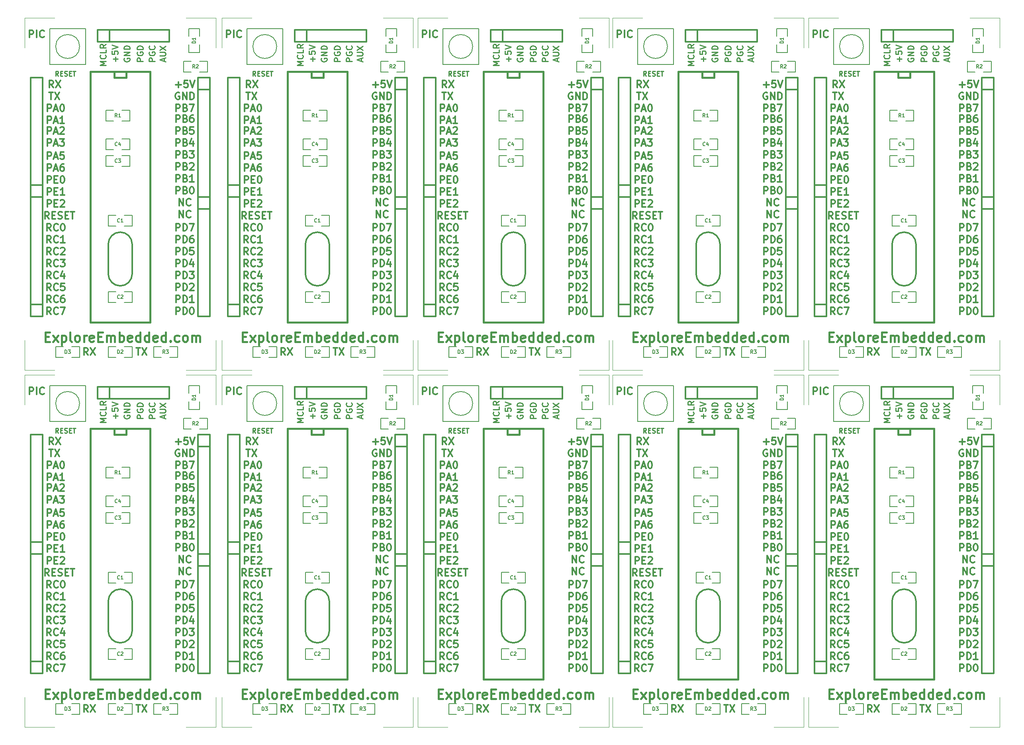
<source format=gto>
G04 (created by PCBNEW (2013-07-07 BZR 4022)-stable) date 3/28/2015 9:54:38 PM*
%MOIN*%
G04 Gerber Fmt 3.4, Leading zero omitted, Abs format*
%FSLAX34Y34*%
G01*
G70*
G90*
G04 APERTURE LIST*
%ADD10C,0.00590551*%
%ADD11C,0.00393701*%
%ADD12C,0.011811*%
%ADD13C,0.015*%
%ADD14C,0.01*%
%ADD15C,0.005*%
%ADD16C,0.012*%
%ADD17C,0.0125*%
G04 APERTURE END LIST*
G54D10*
G54D11*
X88900Y-24900D02*
X88900Y-27400D01*
X88900Y-24900D02*
X91400Y-24900D01*
X88900Y-54400D02*
X88900Y-51900D01*
X88900Y-54400D02*
X91400Y-54400D01*
X104900Y-54400D02*
X102400Y-54400D01*
X104900Y-54400D02*
X104900Y-51900D01*
X104900Y-24900D02*
X104900Y-27400D01*
X104900Y-24900D02*
X102400Y-24900D01*
G54D12*
X89300Y-26542D02*
X89300Y-25942D01*
X89528Y-25942D01*
X89585Y-25971D01*
X89614Y-26000D01*
X89642Y-26057D01*
X89642Y-26142D01*
X89614Y-26200D01*
X89585Y-26228D01*
X89528Y-26257D01*
X89300Y-26257D01*
X89900Y-26542D02*
X89900Y-25942D01*
X90528Y-26485D02*
X90500Y-26514D01*
X90414Y-26542D01*
X90357Y-26542D01*
X90271Y-26514D01*
X90214Y-26457D01*
X90185Y-26400D01*
X90157Y-26285D01*
X90157Y-26200D01*
X90185Y-26085D01*
X90214Y-26028D01*
X90271Y-25971D01*
X90357Y-25942D01*
X90414Y-25942D01*
X90500Y-25971D01*
X90528Y-26000D01*
X98250Y-52548D02*
X98587Y-52548D01*
X98418Y-53139D02*
X98418Y-52548D01*
X98728Y-52548D02*
X99121Y-53139D01*
X99121Y-52548D02*
X98728Y-53139D01*
X94201Y-53139D02*
X94004Y-52857D01*
X93864Y-53139D02*
X93864Y-52548D01*
X94089Y-52548D01*
X94145Y-52576D01*
X94173Y-52604D01*
X94201Y-52660D01*
X94201Y-52745D01*
X94173Y-52801D01*
X94145Y-52829D01*
X94089Y-52857D01*
X93864Y-52857D01*
X94398Y-52548D02*
X94792Y-53139D01*
X94792Y-52548D02*
X94398Y-53139D01*
G54D13*
X90623Y-51604D02*
X90890Y-51604D01*
X91004Y-52023D02*
X90623Y-52023D01*
X90623Y-51223D01*
X91004Y-51223D01*
X91271Y-52023D02*
X91690Y-51490D01*
X91271Y-51490D02*
X91690Y-52023D01*
X91995Y-51490D02*
X91995Y-52290D01*
X91995Y-51528D02*
X92071Y-51490D01*
X92223Y-51490D01*
X92300Y-51528D01*
X92338Y-51566D01*
X92376Y-51642D01*
X92376Y-51871D01*
X92338Y-51947D01*
X92300Y-51985D01*
X92223Y-52023D01*
X92071Y-52023D01*
X91995Y-51985D01*
X92833Y-52023D02*
X92757Y-51985D01*
X92719Y-51909D01*
X92719Y-51223D01*
X93252Y-52023D02*
X93176Y-51985D01*
X93138Y-51947D01*
X93100Y-51871D01*
X93100Y-51642D01*
X93138Y-51566D01*
X93176Y-51528D01*
X93252Y-51490D01*
X93366Y-51490D01*
X93442Y-51528D01*
X93480Y-51566D01*
X93519Y-51642D01*
X93519Y-51871D01*
X93480Y-51947D01*
X93442Y-51985D01*
X93366Y-52023D01*
X93252Y-52023D01*
X93861Y-52023D02*
X93861Y-51490D01*
X93861Y-51642D02*
X93900Y-51566D01*
X93938Y-51528D01*
X94014Y-51490D01*
X94090Y-51490D01*
X94661Y-51985D02*
X94585Y-52023D01*
X94433Y-52023D01*
X94357Y-51985D01*
X94319Y-51909D01*
X94319Y-51604D01*
X94357Y-51528D01*
X94433Y-51490D01*
X94585Y-51490D01*
X94661Y-51528D01*
X94700Y-51604D01*
X94700Y-51680D01*
X94319Y-51757D01*
X95042Y-51604D02*
X95309Y-51604D01*
X95423Y-52023D02*
X95042Y-52023D01*
X95042Y-51223D01*
X95423Y-51223D01*
X95766Y-52023D02*
X95766Y-51490D01*
X95766Y-51566D02*
X95804Y-51528D01*
X95880Y-51490D01*
X95995Y-51490D01*
X96071Y-51528D01*
X96109Y-51604D01*
X96109Y-52023D01*
X96109Y-51604D02*
X96147Y-51528D01*
X96223Y-51490D01*
X96338Y-51490D01*
X96414Y-51528D01*
X96452Y-51604D01*
X96452Y-52023D01*
X96833Y-52023D02*
X96833Y-51223D01*
X96833Y-51528D02*
X96909Y-51490D01*
X97061Y-51490D01*
X97138Y-51528D01*
X97176Y-51566D01*
X97214Y-51642D01*
X97214Y-51871D01*
X97176Y-51947D01*
X97138Y-51985D01*
X97061Y-52023D01*
X96909Y-52023D01*
X96833Y-51985D01*
X97861Y-51985D02*
X97785Y-52023D01*
X97633Y-52023D01*
X97557Y-51985D01*
X97519Y-51909D01*
X97519Y-51604D01*
X97557Y-51528D01*
X97633Y-51490D01*
X97785Y-51490D01*
X97861Y-51528D01*
X97900Y-51604D01*
X97900Y-51680D01*
X97519Y-51757D01*
X98585Y-52023D02*
X98585Y-51223D01*
X98585Y-51985D02*
X98509Y-52023D01*
X98357Y-52023D01*
X98280Y-51985D01*
X98242Y-51947D01*
X98204Y-51871D01*
X98204Y-51642D01*
X98242Y-51566D01*
X98280Y-51528D01*
X98357Y-51490D01*
X98509Y-51490D01*
X98585Y-51528D01*
X99309Y-52023D02*
X99309Y-51223D01*
X99309Y-51985D02*
X99233Y-52023D01*
X99080Y-52023D01*
X99004Y-51985D01*
X98966Y-51947D01*
X98928Y-51871D01*
X98928Y-51642D01*
X98966Y-51566D01*
X99004Y-51528D01*
X99080Y-51490D01*
X99233Y-51490D01*
X99309Y-51528D01*
X99995Y-51985D02*
X99919Y-52023D01*
X99766Y-52023D01*
X99690Y-51985D01*
X99652Y-51909D01*
X99652Y-51604D01*
X99690Y-51528D01*
X99766Y-51490D01*
X99919Y-51490D01*
X99995Y-51528D01*
X100033Y-51604D01*
X100033Y-51680D01*
X99652Y-51757D01*
X100719Y-52023D02*
X100719Y-51223D01*
X100719Y-51985D02*
X100642Y-52023D01*
X100490Y-52023D01*
X100414Y-51985D01*
X100376Y-51947D01*
X100338Y-51871D01*
X100338Y-51642D01*
X100376Y-51566D01*
X100414Y-51528D01*
X100490Y-51490D01*
X100642Y-51490D01*
X100719Y-51528D01*
X101100Y-51947D02*
X101138Y-51985D01*
X101100Y-52023D01*
X101061Y-51985D01*
X101100Y-51947D01*
X101100Y-52023D01*
X101823Y-51985D02*
X101747Y-52023D01*
X101595Y-52023D01*
X101519Y-51985D01*
X101480Y-51947D01*
X101442Y-51871D01*
X101442Y-51642D01*
X101480Y-51566D01*
X101519Y-51528D01*
X101595Y-51490D01*
X101747Y-51490D01*
X101823Y-51528D01*
X102280Y-52023D02*
X102204Y-51985D01*
X102166Y-51947D01*
X102128Y-51871D01*
X102128Y-51642D01*
X102166Y-51566D01*
X102204Y-51528D01*
X102280Y-51490D01*
X102395Y-51490D01*
X102471Y-51528D01*
X102509Y-51566D01*
X102547Y-51642D01*
X102547Y-51871D01*
X102509Y-51947D01*
X102471Y-51985D01*
X102395Y-52023D01*
X102280Y-52023D01*
X102890Y-52023D02*
X102890Y-51490D01*
X102890Y-51566D02*
X102928Y-51528D01*
X103004Y-51490D01*
X103119Y-51490D01*
X103195Y-51528D01*
X103233Y-51604D01*
X103233Y-52023D01*
X103233Y-51604D02*
X103271Y-51528D01*
X103347Y-51490D01*
X103461Y-51490D01*
X103538Y-51528D01*
X103576Y-51604D01*
X103576Y-52023D01*
G54D12*
X101835Y-41639D02*
X101835Y-41048D01*
X102173Y-41639D01*
X102173Y-41048D01*
X102792Y-41582D02*
X102764Y-41610D01*
X102679Y-41639D01*
X102623Y-41639D01*
X102539Y-41610D01*
X102482Y-41554D01*
X102454Y-41498D01*
X102426Y-41385D01*
X102426Y-41301D01*
X102454Y-41189D01*
X102482Y-41132D01*
X102539Y-41076D01*
X102623Y-41048D01*
X102679Y-41048D01*
X102764Y-41076D01*
X102792Y-41104D01*
X101835Y-40639D02*
X101835Y-40048D01*
X102173Y-40639D01*
X102173Y-40048D01*
X102792Y-40582D02*
X102764Y-40610D01*
X102679Y-40639D01*
X102623Y-40639D01*
X102539Y-40610D01*
X102482Y-40554D01*
X102454Y-40498D01*
X102426Y-40385D01*
X102426Y-40301D01*
X102454Y-40189D01*
X102482Y-40132D01*
X102539Y-40076D01*
X102623Y-40048D01*
X102679Y-40048D01*
X102764Y-40076D01*
X102792Y-40104D01*
X101540Y-30514D02*
X101990Y-30514D01*
X101765Y-30739D02*
X101765Y-30289D01*
X102553Y-30148D02*
X102271Y-30148D01*
X102243Y-30429D01*
X102271Y-30401D01*
X102328Y-30373D01*
X102468Y-30373D01*
X102524Y-30401D01*
X102553Y-30429D01*
X102581Y-30485D01*
X102581Y-30626D01*
X102553Y-30682D01*
X102524Y-30710D01*
X102468Y-30739D01*
X102328Y-30739D01*
X102271Y-30710D01*
X102243Y-30682D01*
X102749Y-30148D02*
X102946Y-30739D01*
X103143Y-30148D01*
X101850Y-31176D02*
X101793Y-31148D01*
X101709Y-31148D01*
X101625Y-31176D01*
X101568Y-31232D01*
X101540Y-31289D01*
X101512Y-31401D01*
X101512Y-31485D01*
X101540Y-31598D01*
X101568Y-31654D01*
X101625Y-31710D01*
X101709Y-31739D01*
X101765Y-31739D01*
X101850Y-31710D01*
X101878Y-31682D01*
X101878Y-31485D01*
X101765Y-31485D01*
X102131Y-31739D02*
X102131Y-31148D01*
X102468Y-31739D01*
X102468Y-31148D01*
X102749Y-31739D02*
X102749Y-31148D01*
X102890Y-31148D01*
X102974Y-31176D01*
X103031Y-31232D01*
X103059Y-31289D01*
X103087Y-31401D01*
X103087Y-31485D01*
X103059Y-31598D01*
X103031Y-31654D01*
X102974Y-31710D01*
X102890Y-31739D01*
X102749Y-31739D01*
X101568Y-39639D02*
X101568Y-39048D01*
X101793Y-39048D01*
X101850Y-39076D01*
X101878Y-39104D01*
X101906Y-39160D01*
X101906Y-39245D01*
X101878Y-39301D01*
X101850Y-39329D01*
X101793Y-39357D01*
X101568Y-39357D01*
X102356Y-39329D02*
X102440Y-39357D01*
X102468Y-39385D01*
X102496Y-39442D01*
X102496Y-39526D01*
X102468Y-39582D01*
X102440Y-39610D01*
X102384Y-39639D01*
X102159Y-39639D01*
X102159Y-39048D01*
X102356Y-39048D01*
X102412Y-39076D01*
X102440Y-39104D01*
X102468Y-39160D01*
X102468Y-39217D01*
X102440Y-39273D01*
X102412Y-39301D01*
X102356Y-39329D01*
X102159Y-39329D01*
X102862Y-39048D02*
X102918Y-39048D01*
X102974Y-39076D01*
X103003Y-39104D01*
X103031Y-39160D01*
X103059Y-39273D01*
X103059Y-39414D01*
X103031Y-39526D01*
X103003Y-39582D01*
X102974Y-39610D01*
X102918Y-39639D01*
X102862Y-39639D01*
X102806Y-39610D01*
X102778Y-39582D01*
X102749Y-39526D01*
X102721Y-39414D01*
X102721Y-39273D01*
X102749Y-39160D01*
X102778Y-39104D01*
X102806Y-39076D01*
X102862Y-39048D01*
X101568Y-38639D02*
X101568Y-38048D01*
X101793Y-38048D01*
X101850Y-38076D01*
X101878Y-38104D01*
X101906Y-38160D01*
X101906Y-38245D01*
X101878Y-38301D01*
X101850Y-38329D01*
X101793Y-38357D01*
X101568Y-38357D01*
X102356Y-38329D02*
X102440Y-38357D01*
X102468Y-38385D01*
X102496Y-38442D01*
X102496Y-38526D01*
X102468Y-38582D01*
X102440Y-38610D01*
X102384Y-38639D01*
X102159Y-38639D01*
X102159Y-38048D01*
X102356Y-38048D01*
X102412Y-38076D01*
X102440Y-38104D01*
X102468Y-38160D01*
X102468Y-38217D01*
X102440Y-38273D01*
X102412Y-38301D01*
X102356Y-38329D01*
X102159Y-38329D01*
X103059Y-38639D02*
X102721Y-38639D01*
X102890Y-38639D02*
X102890Y-38048D01*
X102834Y-38132D01*
X102778Y-38189D01*
X102721Y-38217D01*
X101568Y-37639D02*
X101568Y-37048D01*
X101793Y-37048D01*
X101850Y-37076D01*
X101878Y-37104D01*
X101906Y-37160D01*
X101906Y-37245D01*
X101878Y-37301D01*
X101850Y-37329D01*
X101793Y-37357D01*
X101568Y-37357D01*
X102356Y-37329D02*
X102440Y-37357D01*
X102468Y-37385D01*
X102496Y-37442D01*
X102496Y-37526D01*
X102468Y-37582D01*
X102440Y-37610D01*
X102384Y-37639D01*
X102159Y-37639D01*
X102159Y-37048D01*
X102356Y-37048D01*
X102412Y-37076D01*
X102440Y-37104D01*
X102468Y-37160D01*
X102468Y-37217D01*
X102440Y-37273D01*
X102412Y-37301D01*
X102356Y-37329D01*
X102159Y-37329D01*
X102721Y-37104D02*
X102749Y-37076D01*
X102806Y-37048D01*
X102946Y-37048D01*
X103003Y-37076D01*
X103031Y-37104D01*
X103059Y-37160D01*
X103059Y-37217D01*
X103031Y-37301D01*
X102693Y-37639D01*
X103059Y-37639D01*
X101568Y-36639D02*
X101568Y-36048D01*
X101793Y-36048D01*
X101850Y-36076D01*
X101878Y-36104D01*
X101906Y-36160D01*
X101906Y-36245D01*
X101878Y-36301D01*
X101850Y-36329D01*
X101793Y-36357D01*
X101568Y-36357D01*
X102356Y-36329D02*
X102440Y-36357D01*
X102468Y-36385D01*
X102496Y-36442D01*
X102496Y-36526D01*
X102468Y-36582D01*
X102440Y-36610D01*
X102384Y-36639D01*
X102159Y-36639D01*
X102159Y-36048D01*
X102356Y-36048D01*
X102412Y-36076D01*
X102440Y-36104D01*
X102468Y-36160D01*
X102468Y-36217D01*
X102440Y-36273D01*
X102412Y-36301D01*
X102356Y-36329D01*
X102159Y-36329D01*
X102693Y-36048D02*
X103059Y-36048D01*
X102862Y-36273D01*
X102946Y-36273D01*
X103003Y-36301D01*
X103031Y-36329D01*
X103059Y-36385D01*
X103059Y-36526D01*
X103031Y-36582D01*
X103003Y-36610D01*
X102946Y-36639D01*
X102778Y-36639D01*
X102721Y-36610D01*
X102693Y-36582D01*
X101568Y-35639D02*
X101568Y-35048D01*
X101793Y-35048D01*
X101850Y-35076D01*
X101878Y-35104D01*
X101906Y-35160D01*
X101906Y-35245D01*
X101878Y-35301D01*
X101850Y-35329D01*
X101793Y-35357D01*
X101568Y-35357D01*
X102356Y-35329D02*
X102440Y-35357D01*
X102468Y-35385D01*
X102496Y-35442D01*
X102496Y-35526D01*
X102468Y-35582D01*
X102440Y-35610D01*
X102384Y-35639D01*
X102159Y-35639D01*
X102159Y-35048D01*
X102356Y-35048D01*
X102412Y-35076D01*
X102440Y-35104D01*
X102468Y-35160D01*
X102468Y-35217D01*
X102440Y-35273D01*
X102412Y-35301D01*
X102356Y-35329D01*
X102159Y-35329D01*
X103003Y-35245D02*
X103003Y-35639D01*
X102862Y-35020D02*
X102721Y-35442D01*
X103087Y-35442D01*
X101568Y-34639D02*
X101568Y-34048D01*
X101793Y-34048D01*
X101850Y-34076D01*
X101878Y-34104D01*
X101906Y-34160D01*
X101906Y-34245D01*
X101878Y-34301D01*
X101850Y-34329D01*
X101793Y-34357D01*
X101568Y-34357D01*
X102356Y-34329D02*
X102440Y-34357D01*
X102468Y-34385D01*
X102496Y-34442D01*
X102496Y-34526D01*
X102468Y-34582D01*
X102440Y-34610D01*
X102384Y-34639D01*
X102159Y-34639D01*
X102159Y-34048D01*
X102356Y-34048D01*
X102412Y-34076D01*
X102440Y-34104D01*
X102468Y-34160D01*
X102468Y-34217D01*
X102440Y-34273D01*
X102412Y-34301D01*
X102356Y-34329D01*
X102159Y-34329D01*
X103031Y-34048D02*
X102749Y-34048D01*
X102721Y-34329D01*
X102749Y-34301D01*
X102806Y-34273D01*
X102946Y-34273D01*
X103003Y-34301D01*
X103031Y-34329D01*
X103059Y-34385D01*
X103059Y-34526D01*
X103031Y-34582D01*
X103003Y-34610D01*
X102946Y-34639D01*
X102806Y-34639D01*
X102749Y-34610D01*
X102721Y-34582D01*
X101568Y-33639D02*
X101568Y-33048D01*
X101793Y-33048D01*
X101850Y-33076D01*
X101878Y-33104D01*
X101906Y-33160D01*
X101906Y-33245D01*
X101878Y-33301D01*
X101850Y-33329D01*
X101793Y-33357D01*
X101568Y-33357D01*
X102356Y-33329D02*
X102440Y-33357D01*
X102468Y-33385D01*
X102496Y-33442D01*
X102496Y-33526D01*
X102468Y-33582D01*
X102440Y-33610D01*
X102384Y-33639D01*
X102159Y-33639D01*
X102159Y-33048D01*
X102356Y-33048D01*
X102412Y-33076D01*
X102440Y-33104D01*
X102468Y-33160D01*
X102468Y-33217D01*
X102440Y-33273D01*
X102412Y-33301D01*
X102356Y-33329D01*
X102159Y-33329D01*
X103003Y-33048D02*
X102890Y-33048D01*
X102834Y-33076D01*
X102806Y-33104D01*
X102749Y-33189D01*
X102721Y-33301D01*
X102721Y-33526D01*
X102749Y-33582D01*
X102778Y-33610D01*
X102834Y-33639D01*
X102946Y-33639D01*
X103003Y-33610D01*
X103031Y-33582D01*
X103059Y-33526D01*
X103059Y-33385D01*
X103031Y-33329D01*
X103003Y-33301D01*
X102946Y-33273D01*
X102834Y-33273D01*
X102778Y-33301D01*
X102749Y-33329D01*
X102721Y-33385D01*
X101568Y-32739D02*
X101568Y-32148D01*
X101793Y-32148D01*
X101850Y-32176D01*
X101878Y-32204D01*
X101906Y-32260D01*
X101906Y-32345D01*
X101878Y-32401D01*
X101850Y-32429D01*
X101793Y-32457D01*
X101568Y-32457D01*
X102356Y-32429D02*
X102440Y-32457D01*
X102468Y-32485D01*
X102496Y-32542D01*
X102496Y-32626D01*
X102468Y-32682D01*
X102440Y-32710D01*
X102384Y-32739D01*
X102159Y-32739D01*
X102159Y-32148D01*
X102356Y-32148D01*
X102412Y-32176D01*
X102440Y-32204D01*
X102468Y-32260D01*
X102468Y-32317D01*
X102440Y-32373D01*
X102412Y-32401D01*
X102356Y-32429D01*
X102159Y-32429D01*
X102693Y-32148D02*
X103087Y-32148D01*
X102834Y-32739D01*
X101568Y-49739D02*
X101568Y-49148D01*
X101793Y-49148D01*
X101850Y-49176D01*
X101878Y-49204D01*
X101906Y-49260D01*
X101906Y-49345D01*
X101878Y-49401D01*
X101850Y-49429D01*
X101793Y-49457D01*
X101568Y-49457D01*
X102159Y-49739D02*
X102159Y-49148D01*
X102300Y-49148D01*
X102384Y-49176D01*
X102440Y-49232D01*
X102468Y-49289D01*
X102496Y-49401D01*
X102496Y-49485D01*
X102468Y-49598D01*
X102440Y-49654D01*
X102384Y-49710D01*
X102300Y-49739D01*
X102159Y-49739D01*
X102862Y-49148D02*
X102918Y-49148D01*
X102974Y-49176D01*
X103003Y-49204D01*
X103031Y-49260D01*
X103059Y-49373D01*
X103059Y-49514D01*
X103031Y-49626D01*
X103003Y-49682D01*
X102974Y-49710D01*
X102918Y-49739D01*
X102862Y-49739D01*
X102806Y-49710D01*
X102778Y-49682D01*
X102749Y-49626D01*
X102721Y-49514D01*
X102721Y-49373D01*
X102749Y-49260D01*
X102778Y-49204D01*
X102806Y-49176D01*
X102862Y-49148D01*
X101568Y-48739D02*
X101568Y-48148D01*
X101793Y-48148D01*
X101850Y-48176D01*
X101878Y-48204D01*
X101906Y-48260D01*
X101906Y-48345D01*
X101878Y-48401D01*
X101850Y-48429D01*
X101793Y-48457D01*
X101568Y-48457D01*
X102159Y-48739D02*
X102159Y-48148D01*
X102300Y-48148D01*
X102384Y-48176D01*
X102440Y-48232D01*
X102468Y-48289D01*
X102496Y-48401D01*
X102496Y-48485D01*
X102468Y-48598D01*
X102440Y-48654D01*
X102384Y-48710D01*
X102300Y-48739D01*
X102159Y-48739D01*
X103059Y-48739D02*
X102721Y-48739D01*
X102890Y-48739D02*
X102890Y-48148D01*
X102834Y-48232D01*
X102778Y-48289D01*
X102721Y-48317D01*
X101568Y-47739D02*
X101568Y-47148D01*
X101793Y-47148D01*
X101850Y-47176D01*
X101878Y-47204D01*
X101906Y-47260D01*
X101906Y-47345D01*
X101878Y-47401D01*
X101850Y-47429D01*
X101793Y-47457D01*
X101568Y-47457D01*
X102159Y-47739D02*
X102159Y-47148D01*
X102300Y-47148D01*
X102384Y-47176D01*
X102440Y-47232D01*
X102468Y-47289D01*
X102496Y-47401D01*
X102496Y-47485D01*
X102468Y-47598D01*
X102440Y-47654D01*
X102384Y-47710D01*
X102300Y-47739D01*
X102159Y-47739D01*
X102721Y-47204D02*
X102749Y-47176D01*
X102806Y-47148D01*
X102946Y-47148D01*
X103003Y-47176D01*
X103031Y-47204D01*
X103059Y-47260D01*
X103059Y-47317D01*
X103031Y-47401D01*
X102693Y-47739D01*
X103059Y-47739D01*
X101568Y-46739D02*
X101568Y-46148D01*
X101793Y-46148D01*
X101850Y-46176D01*
X101878Y-46204D01*
X101906Y-46260D01*
X101906Y-46345D01*
X101878Y-46401D01*
X101850Y-46429D01*
X101793Y-46457D01*
X101568Y-46457D01*
X102159Y-46739D02*
X102159Y-46148D01*
X102300Y-46148D01*
X102384Y-46176D01*
X102440Y-46232D01*
X102468Y-46289D01*
X102496Y-46401D01*
X102496Y-46485D01*
X102468Y-46598D01*
X102440Y-46654D01*
X102384Y-46710D01*
X102300Y-46739D01*
X102159Y-46739D01*
X102693Y-46148D02*
X103059Y-46148D01*
X102862Y-46373D01*
X102946Y-46373D01*
X103003Y-46401D01*
X103031Y-46429D01*
X103059Y-46485D01*
X103059Y-46626D01*
X103031Y-46682D01*
X103003Y-46710D01*
X102946Y-46739D01*
X102778Y-46739D01*
X102721Y-46710D01*
X102693Y-46682D01*
X101568Y-45739D02*
X101568Y-45148D01*
X101793Y-45148D01*
X101850Y-45176D01*
X101878Y-45204D01*
X101906Y-45260D01*
X101906Y-45345D01*
X101878Y-45401D01*
X101850Y-45429D01*
X101793Y-45457D01*
X101568Y-45457D01*
X102159Y-45739D02*
X102159Y-45148D01*
X102300Y-45148D01*
X102384Y-45176D01*
X102440Y-45232D01*
X102468Y-45289D01*
X102496Y-45401D01*
X102496Y-45485D01*
X102468Y-45598D01*
X102440Y-45654D01*
X102384Y-45710D01*
X102300Y-45739D01*
X102159Y-45739D01*
X103003Y-45345D02*
X103003Y-45739D01*
X102862Y-45120D02*
X102721Y-45542D01*
X103087Y-45542D01*
X101568Y-44739D02*
X101568Y-44148D01*
X101793Y-44148D01*
X101850Y-44176D01*
X101878Y-44204D01*
X101906Y-44260D01*
X101906Y-44345D01*
X101878Y-44401D01*
X101850Y-44429D01*
X101793Y-44457D01*
X101568Y-44457D01*
X102159Y-44739D02*
X102159Y-44148D01*
X102300Y-44148D01*
X102384Y-44176D01*
X102440Y-44232D01*
X102468Y-44289D01*
X102496Y-44401D01*
X102496Y-44485D01*
X102468Y-44598D01*
X102440Y-44654D01*
X102384Y-44710D01*
X102300Y-44739D01*
X102159Y-44739D01*
X103031Y-44148D02*
X102749Y-44148D01*
X102721Y-44429D01*
X102749Y-44401D01*
X102806Y-44373D01*
X102946Y-44373D01*
X103003Y-44401D01*
X103031Y-44429D01*
X103059Y-44485D01*
X103059Y-44626D01*
X103031Y-44682D01*
X103003Y-44710D01*
X102946Y-44739D01*
X102806Y-44739D01*
X102749Y-44710D01*
X102721Y-44682D01*
X101568Y-43739D02*
X101568Y-43148D01*
X101793Y-43148D01*
X101850Y-43176D01*
X101878Y-43204D01*
X101906Y-43260D01*
X101906Y-43345D01*
X101878Y-43401D01*
X101850Y-43429D01*
X101793Y-43457D01*
X101568Y-43457D01*
X102159Y-43739D02*
X102159Y-43148D01*
X102300Y-43148D01*
X102384Y-43176D01*
X102440Y-43232D01*
X102468Y-43289D01*
X102496Y-43401D01*
X102496Y-43485D01*
X102468Y-43598D01*
X102440Y-43654D01*
X102384Y-43710D01*
X102300Y-43739D01*
X102159Y-43739D01*
X103003Y-43148D02*
X102890Y-43148D01*
X102834Y-43176D01*
X102806Y-43204D01*
X102749Y-43289D01*
X102721Y-43401D01*
X102721Y-43626D01*
X102749Y-43682D01*
X102778Y-43710D01*
X102834Y-43739D01*
X102946Y-43739D01*
X103003Y-43710D01*
X103031Y-43682D01*
X103059Y-43626D01*
X103059Y-43485D01*
X103031Y-43429D01*
X103003Y-43401D01*
X102946Y-43373D01*
X102834Y-43373D01*
X102778Y-43401D01*
X102749Y-43429D01*
X102721Y-43485D01*
X101568Y-42739D02*
X101568Y-42148D01*
X101793Y-42148D01*
X101850Y-42176D01*
X101878Y-42204D01*
X101906Y-42260D01*
X101906Y-42345D01*
X101878Y-42401D01*
X101850Y-42429D01*
X101793Y-42457D01*
X101568Y-42457D01*
X102159Y-42739D02*
X102159Y-42148D01*
X102300Y-42148D01*
X102384Y-42176D01*
X102440Y-42232D01*
X102468Y-42289D01*
X102496Y-42401D01*
X102496Y-42485D01*
X102468Y-42598D01*
X102440Y-42654D01*
X102384Y-42710D01*
X102300Y-42739D01*
X102159Y-42739D01*
X102693Y-42148D02*
X103087Y-42148D01*
X102834Y-42739D01*
X90942Y-41739D02*
X90745Y-41457D01*
X90604Y-41739D02*
X90604Y-41148D01*
X90829Y-41148D01*
X90886Y-41176D01*
X90914Y-41204D01*
X90942Y-41260D01*
X90942Y-41345D01*
X90914Y-41401D01*
X90886Y-41429D01*
X90829Y-41457D01*
X90604Y-41457D01*
X91195Y-41429D02*
X91392Y-41429D01*
X91476Y-41739D02*
X91195Y-41739D01*
X91195Y-41148D01*
X91476Y-41148D01*
X91701Y-41710D02*
X91785Y-41739D01*
X91926Y-41739D01*
X91982Y-41710D01*
X92010Y-41682D01*
X92039Y-41626D01*
X92039Y-41570D01*
X92010Y-41514D01*
X91982Y-41485D01*
X91926Y-41457D01*
X91814Y-41429D01*
X91757Y-41401D01*
X91729Y-41373D01*
X91701Y-41317D01*
X91701Y-41260D01*
X91729Y-41204D01*
X91757Y-41176D01*
X91814Y-41148D01*
X91954Y-41148D01*
X92039Y-41176D01*
X92292Y-41429D02*
X92488Y-41429D01*
X92573Y-41739D02*
X92292Y-41739D01*
X92292Y-41148D01*
X92573Y-41148D01*
X92742Y-41148D02*
X93079Y-41148D01*
X92910Y-41739D02*
X92910Y-41148D01*
X91106Y-49739D02*
X90909Y-49457D01*
X90768Y-49739D02*
X90768Y-49148D01*
X90993Y-49148D01*
X91050Y-49176D01*
X91078Y-49204D01*
X91106Y-49260D01*
X91106Y-49345D01*
X91078Y-49401D01*
X91050Y-49429D01*
X90993Y-49457D01*
X90768Y-49457D01*
X91696Y-49682D02*
X91668Y-49710D01*
X91584Y-49739D01*
X91528Y-49739D01*
X91443Y-49710D01*
X91387Y-49654D01*
X91359Y-49598D01*
X91331Y-49485D01*
X91331Y-49401D01*
X91359Y-49289D01*
X91387Y-49232D01*
X91443Y-49176D01*
X91528Y-49148D01*
X91584Y-49148D01*
X91668Y-49176D01*
X91696Y-49204D01*
X91893Y-49148D02*
X92287Y-49148D01*
X92034Y-49739D01*
X91106Y-48739D02*
X90909Y-48457D01*
X90768Y-48739D02*
X90768Y-48148D01*
X90993Y-48148D01*
X91050Y-48176D01*
X91078Y-48204D01*
X91106Y-48260D01*
X91106Y-48345D01*
X91078Y-48401D01*
X91050Y-48429D01*
X90993Y-48457D01*
X90768Y-48457D01*
X91696Y-48682D02*
X91668Y-48710D01*
X91584Y-48739D01*
X91528Y-48739D01*
X91443Y-48710D01*
X91387Y-48654D01*
X91359Y-48598D01*
X91331Y-48485D01*
X91331Y-48401D01*
X91359Y-48289D01*
X91387Y-48232D01*
X91443Y-48176D01*
X91528Y-48148D01*
X91584Y-48148D01*
X91668Y-48176D01*
X91696Y-48204D01*
X92203Y-48148D02*
X92090Y-48148D01*
X92034Y-48176D01*
X92006Y-48204D01*
X91949Y-48289D01*
X91921Y-48401D01*
X91921Y-48626D01*
X91949Y-48682D01*
X91978Y-48710D01*
X92034Y-48739D01*
X92146Y-48739D01*
X92203Y-48710D01*
X92231Y-48682D01*
X92259Y-48626D01*
X92259Y-48485D01*
X92231Y-48429D01*
X92203Y-48401D01*
X92146Y-48373D01*
X92034Y-48373D01*
X91978Y-48401D01*
X91949Y-48429D01*
X91921Y-48485D01*
X91106Y-47739D02*
X90909Y-47457D01*
X90768Y-47739D02*
X90768Y-47148D01*
X90993Y-47148D01*
X91050Y-47176D01*
X91078Y-47204D01*
X91106Y-47260D01*
X91106Y-47345D01*
X91078Y-47401D01*
X91050Y-47429D01*
X90993Y-47457D01*
X90768Y-47457D01*
X91696Y-47682D02*
X91668Y-47710D01*
X91584Y-47739D01*
X91528Y-47739D01*
X91443Y-47710D01*
X91387Y-47654D01*
X91359Y-47598D01*
X91331Y-47485D01*
X91331Y-47401D01*
X91359Y-47289D01*
X91387Y-47232D01*
X91443Y-47176D01*
X91528Y-47148D01*
X91584Y-47148D01*
X91668Y-47176D01*
X91696Y-47204D01*
X92231Y-47148D02*
X91949Y-47148D01*
X91921Y-47429D01*
X91949Y-47401D01*
X92006Y-47373D01*
X92146Y-47373D01*
X92203Y-47401D01*
X92231Y-47429D01*
X92259Y-47485D01*
X92259Y-47626D01*
X92231Y-47682D01*
X92203Y-47710D01*
X92146Y-47739D01*
X92006Y-47739D01*
X91949Y-47710D01*
X91921Y-47682D01*
X91106Y-46739D02*
X90909Y-46457D01*
X90768Y-46739D02*
X90768Y-46148D01*
X90993Y-46148D01*
X91050Y-46176D01*
X91078Y-46204D01*
X91106Y-46260D01*
X91106Y-46345D01*
X91078Y-46401D01*
X91050Y-46429D01*
X90993Y-46457D01*
X90768Y-46457D01*
X91696Y-46682D02*
X91668Y-46710D01*
X91584Y-46739D01*
X91528Y-46739D01*
X91443Y-46710D01*
X91387Y-46654D01*
X91359Y-46598D01*
X91331Y-46485D01*
X91331Y-46401D01*
X91359Y-46289D01*
X91387Y-46232D01*
X91443Y-46176D01*
X91528Y-46148D01*
X91584Y-46148D01*
X91668Y-46176D01*
X91696Y-46204D01*
X92203Y-46345D02*
X92203Y-46739D01*
X92062Y-46120D02*
X91921Y-46542D01*
X92287Y-46542D01*
X91106Y-45739D02*
X90909Y-45457D01*
X90768Y-45739D02*
X90768Y-45148D01*
X90993Y-45148D01*
X91050Y-45176D01*
X91078Y-45204D01*
X91106Y-45260D01*
X91106Y-45345D01*
X91078Y-45401D01*
X91050Y-45429D01*
X90993Y-45457D01*
X90768Y-45457D01*
X91696Y-45682D02*
X91668Y-45710D01*
X91584Y-45739D01*
X91528Y-45739D01*
X91443Y-45710D01*
X91387Y-45654D01*
X91359Y-45598D01*
X91331Y-45485D01*
X91331Y-45401D01*
X91359Y-45289D01*
X91387Y-45232D01*
X91443Y-45176D01*
X91528Y-45148D01*
X91584Y-45148D01*
X91668Y-45176D01*
X91696Y-45204D01*
X91893Y-45148D02*
X92259Y-45148D01*
X92062Y-45373D01*
X92146Y-45373D01*
X92203Y-45401D01*
X92231Y-45429D01*
X92259Y-45485D01*
X92259Y-45626D01*
X92231Y-45682D01*
X92203Y-45710D01*
X92146Y-45739D01*
X91978Y-45739D01*
X91921Y-45710D01*
X91893Y-45682D01*
X91106Y-44739D02*
X90909Y-44457D01*
X90768Y-44739D02*
X90768Y-44148D01*
X90993Y-44148D01*
X91050Y-44176D01*
X91078Y-44204D01*
X91106Y-44260D01*
X91106Y-44345D01*
X91078Y-44401D01*
X91050Y-44429D01*
X90993Y-44457D01*
X90768Y-44457D01*
X91696Y-44682D02*
X91668Y-44710D01*
X91584Y-44739D01*
X91528Y-44739D01*
X91443Y-44710D01*
X91387Y-44654D01*
X91359Y-44598D01*
X91331Y-44485D01*
X91331Y-44401D01*
X91359Y-44289D01*
X91387Y-44232D01*
X91443Y-44176D01*
X91528Y-44148D01*
X91584Y-44148D01*
X91668Y-44176D01*
X91696Y-44204D01*
X91921Y-44204D02*
X91949Y-44176D01*
X92006Y-44148D01*
X92146Y-44148D01*
X92203Y-44176D01*
X92231Y-44204D01*
X92259Y-44260D01*
X92259Y-44317D01*
X92231Y-44401D01*
X91893Y-44739D01*
X92259Y-44739D01*
X91106Y-43739D02*
X90909Y-43457D01*
X90768Y-43739D02*
X90768Y-43148D01*
X90993Y-43148D01*
X91050Y-43176D01*
X91078Y-43204D01*
X91106Y-43260D01*
X91106Y-43345D01*
X91078Y-43401D01*
X91050Y-43429D01*
X90993Y-43457D01*
X90768Y-43457D01*
X91696Y-43682D02*
X91668Y-43710D01*
X91584Y-43739D01*
X91528Y-43739D01*
X91443Y-43710D01*
X91387Y-43654D01*
X91359Y-43598D01*
X91331Y-43485D01*
X91331Y-43401D01*
X91359Y-43289D01*
X91387Y-43232D01*
X91443Y-43176D01*
X91528Y-43148D01*
X91584Y-43148D01*
X91668Y-43176D01*
X91696Y-43204D01*
X92259Y-43739D02*
X91921Y-43739D01*
X92090Y-43739D02*
X92090Y-43148D01*
X92034Y-43232D01*
X91978Y-43289D01*
X91921Y-43317D01*
X91106Y-42739D02*
X90909Y-42457D01*
X90768Y-42739D02*
X90768Y-42148D01*
X90993Y-42148D01*
X91050Y-42176D01*
X91078Y-42204D01*
X91106Y-42260D01*
X91106Y-42345D01*
X91078Y-42401D01*
X91050Y-42429D01*
X90993Y-42457D01*
X90768Y-42457D01*
X91696Y-42682D02*
X91668Y-42710D01*
X91584Y-42739D01*
X91528Y-42739D01*
X91443Y-42710D01*
X91387Y-42654D01*
X91359Y-42598D01*
X91331Y-42485D01*
X91331Y-42401D01*
X91359Y-42289D01*
X91387Y-42232D01*
X91443Y-42176D01*
X91528Y-42148D01*
X91584Y-42148D01*
X91668Y-42176D01*
X91696Y-42204D01*
X92062Y-42148D02*
X92118Y-42148D01*
X92174Y-42176D01*
X92203Y-42204D01*
X92231Y-42260D01*
X92259Y-42373D01*
X92259Y-42514D01*
X92231Y-42626D01*
X92203Y-42682D01*
X92174Y-42710D01*
X92118Y-42739D01*
X92062Y-42739D01*
X92006Y-42710D01*
X91978Y-42682D01*
X91949Y-42626D01*
X91921Y-42514D01*
X91921Y-42373D01*
X91949Y-42260D01*
X91978Y-42204D01*
X92006Y-42176D01*
X92062Y-42148D01*
X90796Y-40739D02*
X90796Y-40148D01*
X91021Y-40148D01*
X91078Y-40176D01*
X91106Y-40204D01*
X91134Y-40260D01*
X91134Y-40345D01*
X91106Y-40401D01*
X91078Y-40429D01*
X91021Y-40457D01*
X90796Y-40457D01*
X91387Y-40429D02*
X91584Y-40429D01*
X91668Y-40739D02*
X91387Y-40739D01*
X91387Y-40148D01*
X91668Y-40148D01*
X91893Y-40204D02*
X91921Y-40176D01*
X91978Y-40148D01*
X92118Y-40148D01*
X92174Y-40176D01*
X92203Y-40204D01*
X92231Y-40260D01*
X92231Y-40317D01*
X92203Y-40401D01*
X91865Y-40739D01*
X92231Y-40739D01*
X90796Y-39739D02*
X90796Y-39148D01*
X91021Y-39148D01*
X91078Y-39176D01*
X91106Y-39204D01*
X91134Y-39260D01*
X91134Y-39345D01*
X91106Y-39401D01*
X91078Y-39429D01*
X91021Y-39457D01*
X90796Y-39457D01*
X91387Y-39429D02*
X91584Y-39429D01*
X91668Y-39739D02*
X91387Y-39739D01*
X91387Y-39148D01*
X91668Y-39148D01*
X92231Y-39739D02*
X91893Y-39739D01*
X92062Y-39739D02*
X92062Y-39148D01*
X92006Y-39232D01*
X91949Y-39289D01*
X91893Y-39317D01*
X90796Y-38739D02*
X90796Y-38148D01*
X91021Y-38148D01*
X91078Y-38176D01*
X91106Y-38204D01*
X91134Y-38260D01*
X91134Y-38345D01*
X91106Y-38401D01*
X91078Y-38429D01*
X91021Y-38457D01*
X90796Y-38457D01*
X91387Y-38429D02*
X91584Y-38429D01*
X91668Y-38739D02*
X91387Y-38739D01*
X91387Y-38148D01*
X91668Y-38148D01*
X92034Y-38148D02*
X92090Y-38148D01*
X92146Y-38176D01*
X92174Y-38204D01*
X92203Y-38260D01*
X92231Y-38373D01*
X92231Y-38514D01*
X92203Y-38626D01*
X92174Y-38682D01*
X92146Y-38710D01*
X92090Y-38739D01*
X92034Y-38739D01*
X91978Y-38710D01*
X91949Y-38682D01*
X91921Y-38626D01*
X91893Y-38514D01*
X91893Y-38373D01*
X91921Y-38260D01*
X91949Y-38204D01*
X91978Y-38176D01*
X92034Y-38148D01*
X90811Y-37739D02*
X90811Y-37148D01*
X91035Y-37148D01*
X91092Y-37176D01*
X91120Y-37204D01*
X91148Y-37260D01*
X91148Y-37345D01*
X91120Y-37401D01*
X91092Y-37429D01*
X91035Y-37457D01*
X90811Y-37457D01*
X91373Y-37570D02*
X91654Y-37570D01*
X91317Y-37739D02*
X91514Y-37148D01*
X91710Y-37739D01*
X92160Y-37148D02*
X92048Y-37148D01*
X91992Y-37176D01*
X91964Y-37204D01*
X91907Y-37289D01*
X91879Y-37401D01*
X91879Y-37626D01*
X91907Y-37682D01*
X91935Y-37710D01*
X91992Y-37739D01*
X92104Y-37739D01*
X92160Y-37710D01*
X92188Y-37682D01*
X92217Y-37626D01*
X92217Y-37485D01*
X92188Y-37429D01*
X92160Y-37401D01*
X92104Y-37373D01*
X91992Y-37373D01*
X91935Y-37401D01*
X91907Y-37429D01*
X91879Y-37485D01*
X90811Y-36739D02*
X90811Y-36148D01*
X91035Y-36148D01*
X91092Y-36176D01*
X91120Y-36204D01*
X91148Y-36260D01*
X91148Y-36345D01*
X91120Y-36401D01*
X91092Y-36429D01*
X91035Y-36457D01*
X90811Y-36457D01*
X91373Y-36570D02*
X91654Y-36570D01*
X91317Y-36739D02*
X91514Y-36148D01*
X91710Y-36739D01*
X92188Y-36148D02*
X91907Y-36148D01*
X91879Y-36429D01*
X91907Y-36401D01*
X91964Y-36373D01*
X92104Y-36373D01*
X92160Y-36401D01*
X92188Y-36429D01*
X92217Y-36485D01*
X92217Y-36626D01*
X92188Y-36682D01*
X92160Y-36710D01*
X92104Y-36739D01*
X91964Y-36739D01*
X91907Y-36710D01*
X91879Y-36682D01*
X90811Y-35639D02*
X90811Y-35048D01*
X91035Y-35048D01*
X91092Y-35076D01*
X91120Y-35104D01*
X91148Y-35160D01*
X91148Y-35245D01*
X91120Y-35301D01*
X91092Y-35329D01*
X91035Y-35357D01*
X90811Y-35357D01*
X91373Y-35470D02*
X91654Y-35470D01*
X91317Y-35639D02*
X91514Y-35048D01*
X91710Y-35639D01*
X91851Y-35048D02*
X92217Y-35048D01*
X92020Y-35273D01*
X92104Y-35273D01*
X92160Y-35301D01*
X92188Y-35329D01*
X92217Y-35385D01*
X92217Y-35526D01*
X92188Y-35582D01*
X92160Y-35610D01*
X92104Y-35639D01*
X91935Y-35639D01*
X91879Y-35610D01*
X91851Y-35582D01*
X90811Y-34639D02*
X90811Y-34048D01*
X91035Y-34048D01*
X91092Y-34076D01*
X91120Y-34104D01*
X91148Y-34160D01*
X91148Y-34245D01*
X91120Y-34301D01*
X91092Y-34329D01*
X91035Y-34357D01*
X90811Y-34357D01*
X91373Y-34470D02*
X91654Y-34470D01*
X91317Y-34639D02*
X91514Y-34048D01*
X91710Y-34639D01*
X91879Y-34104D02*
X91907Y-34076D01*
X91964Y-34048D01*
X92104Y-34048D01*
X92160Y-34076D01*
X92188Y-34104D01*
X92217Y-34160D01*
X92217Y-34217D01*
X92188Y-34301D01*
X91851Y-34639D01*
X92217Y-34639D01*
X90811Y-33739D02*
X90811Y-33148D01*
X91035Y-33148D01*
X91092Y-33176D01*
X91120Y-33204D01*
X91148Y-33260D01*
X91148Y-33345D01*
X91120Y-33401D01*
X91092Y-33429D01*
X91035Y-33457D01*
X90811Y-33457D01*
X91373Y-33570D02*
X91654Y-33570D01*
X91317Y-33739D02*
X91514Y-33148D01*
X91710Y-33739D01*
X92217Y-33739D02*
X91879Y-33739D01*
X92048Y-33739D02*
X92048Y-33148D01*
X91992Y-33232D01*
X91935Y-33289D01*
X91879Y-33317D01*
X90811Y-32739D02*
X90811Y-32148D01*
X91035Y-32148D01*
X91092Y-32176D01*
X91120Y-32204D01*
X91148Y-32260D01*
X91148Y-32345D01*
X91120Y-32401D01*
X91092Y-32429D01*
X91035Y-32457D01*
X90811Y-32457D01*
X91373Y-32570D02*
X91654Y-32570D01*
X91317Y-32739D02*
X91514Y-32148D01*
X91710Y-32739D01*
X92020Y-32148D02*
X92076Y-32148D01*
X92132Y-32176D01*
X92160Y-32204D01*
X92188Y-32260D01*
X92217Y-32373D01*
X92217Y-32514D01*
X92188Y-32626D01*
X92160Y-32682D01*
X92132Y-32710D01*
X92076Y-32739D01*
X92020Y-32739D01*
X91964Y-32710D01*
X91935Y-32682D01*
X91907Y-32626D01*
X91879Y-32514D01*
X91879Y-32373D01*
X91907Y-32260D01*
X91935Y-32204D01*
X91964Y-32176D01*
X92020Y-32148D01*
G54D14*
X100559Y-28519D02*
X100559Y-28280D01*
X100702Y-28566D02*
X100202Y-28399D01*
X100702Y-28233D01*
X100202Y-28066D02*
X100607Y-28066D01*
X100654Y-28042D01*
X100678Y-28019D01*
X100702Y-27971D01*
X100702Y-27876D01*
X100678Y-27828D01*
X100654Y-27804D01*
X100607Y-27780D01*
X100202Y-27780D01*
X100202Y-27590D02*
X100702Y-27257D01*
X100202Y-27257D02*
X100702Y-27590D01*
X99802Y-28530D02*
X99302Y-28530D01*
X99302Y-28340D01*
X99326Y-28292D01*
X99350Y-28269D01*
X99397Y-28245D01*
X99469Y-28245D01*
X99516Y-28269D01*
X99540Y-28292D01*
X99564Y-28340D01*
X99564Y-28530D01*
X99326Y-27769D02*
X99302Y-27816D01*
X99302Y-27888D01*
X99326Y-27959D01*
X99373Y-28007D01*
X99421Y-28030D01*
X99516Y-28054D01*
X99588Y-28054D01*
X99683Y-28030D01*
X99730Y-28007D01*
X99778Y-27959D01*
X99802Y-27888D01*
X99802Y-27840D01*
X99778Y-27769D01*
X99754Y-27745D01*
X99588Y-27745D01*
X99588Y-27840D01*
X99754Y-27245D02*
X99778Y-27269D01*
X99802Y-27340D01*
X99802Y-27388D01*
X99778Y-27459D01*
X99730Y-27507D01*
X99683Y-27530D01*
X99588Y-27554D01*
X99516Y-27554D01*
X99421Y-27530D01*
X99373Y-27507D01*
X99326Y-27459D01*
X99302Y-27388D01*
X99302Y-27340D01*
X99326Y-27269D01*
X99350Y-27245D01*
X98802Y-28530D02*
X98302Y-28530D01*
X98302Y-28340D01*
X98326Y-28292D01*
X98350Y-28269D01*
X98397Y-28245D01*
X98469Y-28245D01*
X98516Y-28269D01*
X98540Y-28292D01*
X98564Y-28340D01*
X98564Y-28530D01*
X98326Y-27769D02*
X98302Y-27816D01*
X98302Y-27888D01*
X98326Y-27959D01*
X98373Y-28007D01*
X98421Y-28030D01*
X98516Y-28054D01*
X98588Y-28054D01*
X98683Y-28030D01*
X98730Y-28007D01*
X98778Y-27959D01*
X98802Y-27888D01*
X98802Y-27840D01*
X98778Y-27769D01*
X98754Y-27745D01*
X98588Y-27745D01*
X98588Y-27840D01*
X98802Y-27530D02*
X98302Y-27530D01*
X98302Y-27411D01*
X98326Y-27340D01*
X98373Y-27292D01*
X98421Y-27269D01*
X98516Y-27245D01*
X98588Y-27245D01*
X98683Y-27269D01*
X98730Y-27292D01*
X98778Y-27340D01*
X98802Y-27411D01*
X98802Y-27530D01*
X97226Y-28280D02*
X97202Y-28328D01*
X97202Y-28400D01*
X97226Y-28471D01*
X97273Y-28519D01*
X97321Y-28542D01*
X97416Y-28566D01*
X97488Y-28566D01*
X97583Y-28542D01*
X97630Y-28519D01*
X97678Y-28471D01*
X97702Y-28400D01*
X97702Y-28352D01*
X97678Y-28280D01*
X97654Y-28257D01*
X97488Y-28257D01*
X97488Y-28352D01*
X97702Y-28042D02*
X97202Y-28042D01*
X97702Y-27757D01*
X97202Y-27757D01*
X97702Y-27519D02*
X97202Y-27519D01*
X97202Y-27400D01*
X97226Y-27328D01*
X97273Y-27280D01*
X97321Y-27257D01*
X97416Y-27233D01*
X97488Y-27233D01*
X97583Y-27257D01*
X97630Y-27280D01*
X97678Y-27328D01*
X97702Y-27400D01*
X97702Y-27519D01*
X96511Y-28542D02*
X96511Y-28161D01*
X96702Y-28352D02*
X96321Y-28352D01*
X96202Y-27685D02*
X96202Y-27923D01*
X96440Y-27947D01*
X96416Y-27923D01*
X96392Y-27876D01*
X96392Y-27757D01*
X96416Y-27709D01*
X96440Y-27685D01*
X96488Y-27661D01*
X96607Y-27661D01*
X96654Y-27685D01*
X96678Y-27709D01*
X96702Y-27757D01*
X96702Y-27876D01*
X96678Y-27923D01*
X96654Y-27947D01*
X96202Y-27519D02*
X96702Y-27352D01*
X96202Y-27185D01*
X95702Y-28869D02*
X95202Y-28869D01*
X95559Y-28702D01*
X95202Y-28535D01*
X95702Y-28535D01*
X95654Y-28011D02*
X95678Y-28035D01*
X95702Y-28107D01*
X95702Y-28154D01*
X95678Y-28226D01*
X95630Y-28273D01*
X95583Y-28297D01*
X95488Y-28321D01*
X95416Y-28321D01*
X95321Y-28297D01*
X95273Y-28273D01*
X95226Y-28226D01*
X95202Y-28154D01*
X95202Y-28107D01*
X95226Y-28035D01*
X95250Y-28011D01*
X95702Y-27559D02*
X95702Y-27797D01*
X95202Y-27797D01*
X95702Y-27107D02*
X95464Y-27273D01*
X95702Y-27392D02*
X95202Y-27392D01*
X95202Y-27202D01*
X95226Y-27154D01*
X95250Y-27130D01*
X95297Y-27107D01*
X95369Y-27107D01*
X95416Y-27130D01*
X95440Y-27154D01*
X95464Y-27202D01*
X95464Y-27392D01*
X91719Y-29761D02*
X91585Y-29571D01*
X91490Y-29761D02*
X91490Y-29361D01*
X91642Y-29361D01*
X91680Y-29380D01*
X91700Y-29400D01*
X91719Y-29438D01*
X91719Y-29495D01*
X91700Y-29533D01*
X91680Y-29552D01*
X91642Y-29571D01*
X91490Y-29571D01*
X91890Y-29552D02*
X92023Y-29552D01*
X92080Y-29761D02*
X91890Y-29761D01*
X91890Y-29361D01*
X92080Y-29361D01*
X92233Y-29742D02*
X92290Y-29761D01*
X92385Y-29761D01*
X92423Y-29742D01*
X92442Y-29723D01*
X92461Y-29685D01*
X92461Y-29647D01*
X92442Y-29609D01*
X92423Y-29590D01*
X92385Y-29571D01*
X92309Y-29552D01*
X92271Y-29533D01*
X92252Y-29514D01*
X92233Y-29476D01*
X92233Y-29438D01*
X92252Y-29400D01*
X92271Y-29380D01*
X92309Y-29361D01*
X92404Y-29361D01*
X92461Y-29380D01*
X92633Y-29552D02*
X92766Y-29552D01*
X92823Y-29761D02*
X92633Y-29761D01*
X92633Y-29361D01*
X92823Y-29361D01*
X92938Y-29361D02*
X93166Y-29361D01*
X93052Y-29761D02*
X93052Y-29361D01*
G54D12*
X90950Y-31148D02*
X91287Y-31148D01*
X91118Y-31739D02*
X91118Y-31148D01*
X91428Y-31148D02*
X91821Y-31739D01*
X91821Y-31148D02*
X91428Y-31739D01*
X91301Y-30739D02*
X91104Y-30457D01*
X90964Y-30739D02*
X90964Y-30148D01*
X91189Y-30148D01*
X91245Y-30176D01*
X91273Y-30204D01*
X91301Y-30260D01*
X91301Y-30345D01*
X91273Y-30401D01*
X91245Y-30429D01*
X91189Y-30457D01*
X90964Y-30457D01*
X91498Y-30148D02*
X91892Y-30739D01*
X91892Y-30148D02*
X91498Y-30739D01*
G54D11*
X105300Y-24900D02*
X105300Y-27400D01*
X105300Y-24900D02*
X107800Y-24900D01*
X105300Y-54400D02*
X105300Y-51900D01*
X105300Y-54400D02*
X107800Y-54400D01*
X121300Y-54400D02*
X118800Y-54400D01*
X121300Y-54400D02*
X121300Y-51900D01*
X121300Y-24900D02*
X121300Y-27400D01*
X121300Y-24900D02*
X118800Y-24900D01*
G54D12*
X105700Y-26542D02*
X105700Y-25942D01*
X105928Y-25942D01*
X105985Y-25971D01*
X106014Y-26000D01*
X106042Y-26057D01*
X106042Y-26142D01*
X106014Y-26200D01*
X105985Y-26228D01*
X105928Y-26257D01*
X105700Y-26257D01*
X106300Y-26542D02*
X106300Y-25942D01*
X106928Y-26485D02*
X106900Y-26514D01*
X106814Y-26542D01*
X106757Y-26542D01*
X106671Y-26514D01*
X106614Y-26457D01*
X106585Y-26400D01*
X106557Y-26285D01*
X106557Y-26200D01*
X106585Y-26085D01*
X106614Y-26028D01*
X106671Y-25971D01*
X106757Y-25942D01*
X106814Y-25942D01*
X106900Y-25971D01*
X106928Y-26000D01*
X114650Y-52548D02*
X114987Y-52548D01*
X114818Y-53139D02*
X114818Y-52548D01*
X115128Y-52548D02*
X115521Y-53139D01*
X115521Y-52548D02*
X115128Y-53139D01*
X110601Y-53139D02*
X110404Y-52857D01*
X110264Y-53139D02*
X110264Y-52548D01*
X110489Y-52548D01*
X110545Y-52576D01*
X110573Y-52604D01*
X110601Y-52660D01*
X110601Y-52745D01*
X110573Y-52801D01*
X110545Y-52829D01*
X110489Y-52857D01*
X110264Y-52857D01*
X110798Y-52548D02*
X111192Y-53139D01*
X111192Y-52548D02*
X110798Y-53139D01*
G54D13*
X107023Y-51604D02*
X107290Y-51604D01*
X107404Y-52023D02*
X107023Y-52023D01*
X107023Y-51223D01*
X107404Y-51223D01*
X107671Y-52023D02*
X108090Y-51490D01*
X107671Y-51490D02*
X108090Y-52023D01*
X108395Y-51490D02*
X108395Y-52290D01*
X108395Y-51528D02*
X108471Y-51490D01*
X108623Y-51490D01*
X108700Y-51528D01*
X108738Y-51566D01*
X108776Y-51642D01*
X108776Y-51871D01*
X108738Y-51947D01*
X108700Y-51985D01*
X108623Y-52023D01*
X108471Y-52023D01*
X108395Y-51985D01*
X109233Y-52023D02*
X109157Y-51985D01*
X109119Y-51909D01*
X109119Y-51223D01*
X109652Y-52023D02*
X109576Y-51985D01*
X109538Y-51947D01*
X109500Y-51871D01*
X109500Y-51642D01*
X109538Y-51566D01*
X109576Y-51528D01*
X109652Y-51490D01*
X109766Y-51490D01*
X109842Y-51528D01*
X109880Y-51566D01*
X109919Y-51642D01*
X109919Y-51871D01*
X109880Y-51947D01*
X109842Y-51985D01*
X109766Y-52023D01*
X109652Y-52023D01*
X110261Y-52023D02*
X110261Y-51490D01*
X110261Y-51642D02*
X110300Y-51566D01*
X110338Y-51528D01*
X110414Y-51490D01*
X110490Y-51490D01*
X111061Y-51985D02*
X110985Y-52023D01*
X110833Y-52023D01*
X110757Y-51985D01*
X110719Y-51909D01*
X110719Y-51604D01*
X110757Y-51528D01*
X110833Y-51490D01*
X110985Y-51490D01*
X111061Y-51528D01*
X111100Y-51604D01*
X111100Y-51680D01*
X110719Y-51757D01*
X111442Y-51604D02*
X111709Y-51604D01*
X111823Y-52023D02*
X111442Y-52023D01*
X111442Y-51223D01*
X111823Y-51223D01*
X112166Y-52023D02*
X112166Y-51490D01*
X112166Y-51566D02*
X112204Y-51528D01*
X112280Y-51490D01*
X112395Y-51490D01*
X112471Y-51528D01*
X112509Y-51604D01*
X112509Y-52023D01*
X112509Y-51604D02*
X112547Y-51528D01*
X112623Y-51490D01*
X112738Y-51490D01*
X112814Y-51528D01*
X112852Y-51604D01*
X112852Y-52023D01*
X113233Y-52023D02*
X113233Y-51223D01*
X113233Y-51528D02*
X113309Y-51490D01*
X113461Y-51490D01*
X113538Y-51528D01*
X113576Y-51566D01*
X113614Y-51642D01*
X113614Y-51871D01*
X113576Y-51947D01*
X113538Y-51985D01*
X113461Y-52023D01*
X113309Y-52023D01*
X113233Y-51985D01*
X114261Y-51985D02*
X114185Y-52023D01*
X114033Y-52023D01*
X113957Y-51985D01*
X113919Y-51909D01*
X113919Y-51604D01*
X113957Y-51528D01*
X114033Y-51490D01*
X114185Y-51490D01*
X114261Y-51528D01*
X114300Y-51604D01*
X114300Y-51680D01*
X113919Y-51757D01*
X114985Y-52023D02*
X114985Y-51223D01*
X114985Y-51985D02*
X114909Y-52023D01*
X114757Y-52023D01*
X114680Y-51985D01*
X114642Y-51947D01*
X114604Y-51871D01*
X114604Y-51642D01*
X114642Y-51566D01*
X114680Y-51528D01*
X114757Y-51490D01*
X114909Y-51490D01*
X114985Y-51528D01*
X115709Y-52023D02*
X115709Y-51223D01*
X115709Y-51985D02*
X115633Y-52023D01*
X115480Y-52023D01*
X115404Y-51985D01*
X115366Y-51947D01*
X115328Y-51871D01*
X115328Y-51642D01*
X115366Y-51566D01*
X115404Y-51528D01*
X115480Y-51490D01*
X115633Y-51490D01*
X115709Y-51528D01*
X116395Y-51985D02*
X116319Y-52023D01*
X116166Y-52023D01*
X116090Y-51985D01*
X116052Y-51909D01*
X116052Y-51604D01*
X116090Y-51528D01*
X116166Y-51490D01*
X116319Y-51490D01*
X116395Y-51528D01*
X116433Y-51604D01*
X116433Y-51680D01*
X116052Y-51757D01*
X117119Y-52023D02*
X117119Y-51223D01*
X117119Y-51985D02*
X117042Y-52023D01*
X116890Y-52023D01*
X116814Y-51985D01*
X116776Y-51947D01*
X116738Y-51871D01*
X116738Y-51642D01*
X116776Y-51566D01*
X116814Y-51528D01*
X116890Y-51490D01*
X117042Y-51490D01*
X117119Y-51528D01*
X117500Y-51947D02*
X117538Y-51985D01*
X117500Y-52023D01*
X117461Y-51985D01*
X117500Y-51947D01*
X117500Y-52023D01*
X118223Y-51985D02*
X118147Y-52023D01*
X117995Y-52023D01*
X117919Y-51985D01*
X117880Y-51947D01*
X117842Y-51871D01*
X117842Y-51642D01*
X117880Y-51566D01*
X117919Y-51528D01*
X117995Y-51490D01*
X118147Y-51490D01*
X118223Y-51528D01*
X118680Y-52023D02*
X118604Y-51985D01*
X118566Y-51947D01*
X118528Y-51871D01*
X118528Y-51642D01*
X118566Y-51566D01*
X118604Y-51528D01*
X118680Y-51490D01*
X118795Y-51490D01*
X118871Y-51528D01*
X118909Y-51566D01*
X118947Y-51642D01*
X118947Y-51871D01*
X118909Y-51947D01*
X118871Y-51985D01*
X118795Y-52023D01*
X118680Y-52023D01*
X119290Y-52023D02*
X119290Y-51490D01*
X119290Y-51566D02*
X119328Y-51528D01*
X119404Y-51490D01*
X119519Y-51490D01*
X119595Y-51528D01*
X119633Y-51604D01*
X119633Y-52023D01*
X119633Y-51604D02*
X119671Y-51528D01*
X119747Y-51490D01*
X119861Y-51490D01*
X119938Y-51528D01*
X119976Y-51604D01*
X119976Y-52023D01*
G54D12*
X118235Y-41639D02*
X118235Y-41048D01*
X118573Y-41639D01*
X118573Y-41048D01*
X119192Y-41582D02*
X119164Y-41610D01*
X119079Y-41639D01*
X119023Y-41639D01*
X118939Y-41610D01*
X118882Y-41554D01*
X118854Y-41498D01*
X118826Y-41385D01*
X118826Y-41301D01*
X118854Y-41189D01*
X118882Y-41132D01*
X118939Y-41076D01*
X119023Y-41048D01*
X119079Y-41048D01*
X119164Y-41076D01*
X119192Y-41104D01*
X118235Y-40639D02*
X118235Y-40048D01*
X118573Y-40639D01*
X118573Y-40048D01*
X119192Y-40582D02*
X119164Y-40610D01*
X119079Y-40639D01*
X119023Y-40639D01*
X118939Y-40610D01*
X118882Y-40554D01*
X118854Y-40498D01*
X118826Y-40385D01*
X118826Y-40301D01*
X118854Y-40189D01*
X118882Y-40132D01*
X118939Y-40076D01*
X119023Y-40048D01*
X119079Y-40048D01*
X119164Y-40076D01*
X119192Y-40104D01*
X117940Y-30514D02*
X118390Y-30514D01*
X118165Y-30739D02*
X118165Y-30289D01*
X118953Y-30148D02*
X118671Y-30148D01*
X118643Y-30429D01*
X118671Y-30401D01*
X118728Y-30373D01*
X118868Y-30373D01*
X118924Y-30401D01*
X118953Y-30429D01*
X118981Y-30485D01*
X118981Y-30626D01*
X118953Y-30682D01*
X118924Y-30710D01*
X118868Y-30739D01*
X118728Y-30739D01*
X118671Y-30710D01*
X118643Y-30682D01*
X119149Y-30148D02*
X119346Y-30739D01*
X119543Y-30148D01*
X118250Y-31176D02*
X118193Y-31148D01*
X118109Y-31148D01*
X118025Y-31176D01*
X117968Y-31232D01*
X117940Y-31289D01*
X117912Y-31401D01*
X117912Y-31485D01*
X117940Y-31598D01*
X117968Y-31654D01*
X118025Y-31710D01*
X118109Y-31739D01*
X118165Y-31739D01*
X118250Y-31710D01*
X118278Y-31682D01*
X118278Y-31485D01*
X118165Y-31485D01*
X118531Y-31739D02*
X118531Y-31148D01*
X118868Y-31739D01*
X118868Y-31148D01*
X119149Y-31739D02*
X119149Y-31148D01*
X119290Y-31148D01*
X119374Y-31176D01*
X119431Y-31232D01*
X119459Y-31289D01*
X119487Y-31401D01*
X119487Y-31485D01*
X119459Y-31598D01*
X119431Y-31654D01*
X119374Y-31710D01*
X119290Y-31739D01*
X119149Y-31739D01*
X117968Y-39639D02*
X117968Y-39048D01*
X118193Y-39048D01*
X118250Y-39076D01*
X118278Y-39104D01*
X118306Y-39160D01*
X118306Y-39245D01*
X118278Y-39301D01*
X118250Y-39329D01*
X118193Y-39357D01*
X117968Y-39357D01*
X118756Y-39329D02*
X118840Y-39357D01*
X118868Y-39385D01*
X118896Y-39442D01*
X118896Y-39526D01*
X118868Y-39582D01*
X118840Y-39610D01*
X118784Y-39639D01*
X118559Y-39639D01*
X118559Y-39048D01*
X118756Y-39048D01*
X118812Y-39076D01*
X118840Y-39104D01*
X118868Y-39160D01*
X118868Y-39217D01*
X118840Y-39273D01*
X118812Y-39301D01*
X118756Y-39329D01*
X118559Y-39329D01*
X119262Y-39048D02*
X119318Y-39048D01*
X119374Y-39076D01*
X119403Y-39104D01*
X119431Y-39160D01*
X119459Y-39273D01*
X119459Y-39414D01*
X119431Y-39526D01*
X119403Y-39582D01*
X119374Y-39610D01*
X119318Y-39639D01*
X119262Y-39639D01*
X119206Y-39610D01*
X119178Y-39582D01*
X119149Y-39526D01*
X119121Y-39414D01*
X119121Y-39273D01*
X119149Y-39160D01*
X119178Y-39104D01*
X119206Y-39076D01*
X119262Y-39048D01*
X117968Y-38639D02*
X117968Y-38048D01*
X118193Y-38048D01*
X118250Y-38076D01*
X118278Y-38104D01*
X118306Y-38160D01*
X118306Y-38245D01*
X118278Y-38301D01*
X118250Y-38329D01*
X118193Y-38357D01*
X117968Y-38357D01*
X118756Y-38329D02*
X118840Y-38357D01*
X118868Y-38385D01*
X118896Y-38442D01*
X118896Y-38526D01*
X118868Y-38582D01*
X118840Y-38610D01*
X118784Y-38639D01*
X118559Y-38639D01*
X118559Y-38048D01*
X118756Y-38048D01*
X118812Y-38076D01*
X118840Y-38104D01*
X118868Y-38160D01*
X118868Y-38217D01*
X118840Y-38273D01*
X118812Y-38301D01*
X118756Y-38329D01*
X118559Y-38329D01*
X119459Y-38639D02*
X119121Y-38639D01*
X119290Y-38639D02*
X119290Y-38048D01*
X119234Y-38132D01*
X119178Y-38189D01*
X119121Y-38217D01*
X117968Y-37639D02*
X117968Y-37048D01*
X118193Y-37048D01*
X118250Y-37076D01*
X118278Y-37104D01*
X118306Y-37160D01*
X118306Y-37245D01*
X118278Y-37301D01*
X118250Y-37329D01*
X118193Y-37357D01*
X117968Y-37357D01*
X118756Y-37329D02*
X118840Y-37357D01*
X118868Y-37385D01*
X118896Y-37442D01*
X118896Y-37526D01*
X118868Y-37582D01*
X118840Y-37610D01*
X118784Y-37639D01*
X118559Y-37639D01*
X118559Y-37048D01*
X118756Y-37048D01*
X118812Y-37076D01*
X118840Y-37104D01*
X118868Y-37160D01*
X118868Y-37217D01*
X118840Y-37273D01*
X118812Y-37301D01*
X118756Y-37329D01*
X118559Y-37329D01*
X119121Y-37104D02*
X119149Y-37076D01*
X119206Y-37048D01*
X119346Y-37048D01*
X119403Y-37076D01*
X119431Y-37104D01*
X119459Y-37160D01*
X119459Y-37217D01*
X119431Y-37301D01*
X119093Y-37639D01*
X119459Y-37639D01*
X117968Y-36639D02*
X117968Y-36048D01*
X118193Y-36048D01*
X118250Y-36076D01*
X118278Y-36104D01*
X118306Y-36160D01*
X118306Y-36245D01*
X118278Y-36301D01*
X118250Y-36329D01*
X118193Y-36357D01*
X117968Y-36357D01*
X118756Y-36329D02*
X118840Y-36357D01*
X118868Y-36385D01*
X118896Y-36442D01*
X118896Y-36526D01*
X118868Y-36582D01*
X118840Y-36610D01*
X118784Y-36639D01*
X118559Y-36639D01*
X118559Y-36048D01*
X118756Y-36048D01*
X118812Y-36076D01*
X118840Y-36104D01*
X118868Y-36160D01*
X118868Y-36217D01*
X118840Y-36273D01*
X118812Y-36301D01*
X118756Y-36329D01*
X118559Y-36329D01*
X119093Y-36048D02*
X119459Y-36048D01*
X119262Y-36273D01*
X119346Y-36273D01*
X119403Y-36301D01*
X119431Y-36329D01*
X119459Y-36385D01*
X119459Y-36526D01*
X119431Y-36582D01*
X119403Y-36610D01*
X119346Y-36639D01*
X119178Y-36639D01*
X119121Y-36610D01*
X119093Y-36582D01*
X117968Y-35639D02*
X117968Y-35048D01*
X118193Y-35048D01*
X118250Y-35076D01*
X118278Y-35104D01*
X118306Y-35160D01*
X118306Y-35245D01*
X118278Y-35301D01*
X118250Y-35329D01*
X118193Y-35357D01*
X117968Y-35357D01*
X118756Y-35329D02*
X118840Y-35357D01*
X118868Y-35385D01*
X118896Y-35442D01*
X118896Y-35526D01*
X118868Y-35582D01*
X118840Y-35610D01*
X118784Y-35639D01*
X118559Y-35639D01*
X118559Y-35048D01*
X118756Y-35048D01*
X118812Y-35076D01*
X118840Y-35104D01*
X118868Y-35160D01*
X118868Y-35217D01*
X118840Y-35273D01*
X118812Y-35301D01*
X118756Y-35329D01*
X118559Y-35329D01*
X119403Y-35245D02*
X119403Y-35639D01*
X119262Y-35020D02*
X119121Y-35442D01*
X119487Y-35442D01*
X117968Y-34639D02*
X117968Y-34048D01*
X118193Y-34048D01*
X118250Y-34076D01*
X118278Y-34104D01*
X118306Y-34160D01*
X118306Y-34245D01*
X118278Y-34301D01*
X118250Y-34329D01*
X118193Y-34357D01*
X117968Y-34357D01*
X118756Y-34329D02*
X118840Y-34357D01*
X118868Y-34385D01*
X118896Y-34442D01*
X118896Y-34526D01*
X118868Y-34582D01*
X118840Y-34610D01*
X118784Y-34639D01*
X118559Y-34639D01*
X118559Y-34048D01*
X118756Y-34048D01*
X118812Y-34076D01*
X118840Y-34104D01*
X118868Y-34160D01*
X118868Y-34217D01*
X118840Y-34273D01*
X118812Y-34301D01*
X118756Y-34329D01*
X118559Y-34329D01*
X119431Y-34048D02*
X119149Y-34048D01*
X119121Y-34329D01*
X119149Y-34301D01*
X119206Y-34273D01*
X119346Y-34273D01*
X119403Y-34301D01*
X119431Y-34329D01*
X119459Y-34385D01*
X119459Y-34526D01*
X119431Y-34582D01*
X119403Y-34610D01*
X119346Y-34639D01*
X119206Y-34639D01*
X119149Y-34610D01*
X119121Y-34582D01*
X117968Y-33639D02*
X117968Y-33048D01*
X118193Y-33048D01*
X118250Y-33076D01*
X118278Y-33104D01*
X118306Y-33160D01*
X118306Y-33245D01*
X118278Y-33301D01*
X118250Y-33329D01*
X118193Y-33357D01*
X117968Y-33357D01*
X118756Y-33329D02*
X118840Y-33357D01*
X118868Y-33385D01*
X118896Y-33442D01*
X118896Y-33526D01*
X118868Y-33582D01*
X118840Y-33610D01*
X118784Y-33639D01*
X118559Y-33639D01*
X118559Y-33048D01*
X118756Y-33048D01*
X118812Y-33076D01*
X118840Y-33104D01*
X118868Y-33160D01*
X118868Y-33217D01*
X118840Y-33273D01*
X118812Y-33301D01*
X118756Y-33329D01*
X118559Y-33329D01*
X119403Y-33048D02*
X119290Y-33048D01*
X119234Y-33076D01*
X119206Y-33104D01*
X119149Y-33189D01*
X119121Y-33301D01*
X119121Y-33526D01*
X119149Y-33582D01*
X119178Y-33610D01*
X119234Y-33639D01*
X119346Y-33639D01*
X119403Y-33610D01*
X119431Y-33582D01*
X119459Y-33526D01*
X119459Y-33385D01*
X119431Y-33329D01*
X119403Y-33301D01*
X119346Y-33273D01*
X119234Y-33273D01*
X119178Y-33301D01*
X119149Y-33329D01*
X119121Y-33385D01*
X117968Y-32739D02*
X117968Y-32148D01*
X118193Y-32148D01*
X118250Y-32176D01*
X118278Y-32204D01*
X118306Y-32260D01*
X118306Y-32345D01*
X118278Y-32401D01*
X118250Y-32429D01*
X118193Y-32457D01*
X117968Y-32457D01*
X118756Y-32429D02*
X118840Y-32457D01*
X118868Y-32485D01*
X118896Y-32542D01*
X118896Y-32626D01*
X118868Y-32682D01*
X118840Y-32710D01*
X118784Y-32739D01*
X118559Y-32739D01*
X118559Y-32148D01*
X118756Y-32148D01*
X118812Y-32176D01*
X118840Y-32204D01*
X118868Y-32260D01*
X118868Y-32317D01*
X118840Y-32373D01*
X118812Y-32401D01*
X118756Y-32429D01*
X118559Y-32429D01*
X119093Y-32148D02*
X119487Y-32148D01*
X119234Y-32739D01*
X117968Y-49739D02*
X117968Y-49148D01*
X118193Y-49148D01*
X118250Y-49176D01*
X118278Y-49204D01*
X118306Y-49260D01*
X118306Y-49345D01*
X118278Y-49401D01*
X118250Y-49429D01*
X118193Y-49457D01*
X117968Y-49457D01*
X118559Y-49739D02*
X118559Y-49148D01*
X118700Y-49148D01*
X118784Y-49176D01*
X118840Y-49232D01*
X118868Y-49289D01*
X118896Y-49401D01*
X118896Y-49485D01*
X118868Y-49598D01*
X118840Y-49654D01*
X118784Y-49710D01*
X118700Y-49739D01*
X118559Y-49739D01*
X119262Y-49148D02*
X119318Y-49148D01*
X119374Y-49176D01*
X119403Y-49204D01*
X119431Y-49260D01*
X119459Y-49373D01*
X119459Y-49514D01*
X119431Y-49626D01*
X119403Y-49682D01*
X119374Y-49710D01*
X119318Y-49739D01*
X119262Y-49739D01*
X119206Y-49710D01*
X119178Y-49682D01*
X119149Y-49626D01*
X119121Y-49514D01*
X119121Y-49373D01*
X119149Y-49260D01*
X119178Y-49204D01*
X119206Y-49176D01*
X119262Y-49148D01*
X117968Y-48739D02*
X117968Y-48148D01*
X118193Y-48148D01*
X118250Y-48176D01*
X118278Y-48204D01*
X118306Y-48260D01*
X118306Y-48345D01*
X118278Y-48401D01*
X118250Y-48429D01*
X118193Y-48457D01*
X117968Y-48457D01*
X118559Y-48739D02*
X118559Y-48148D01*
X118700Y-48148D01*
X118784Y-48176D01*
X118840Y-48232D01*
X118868Y-48289D01*
X118896Y-48401D01*
X118896Y-48485D01*
X118868Y-48598D01*
X118840Y-48654D01*
X118784Y-48710D01*
X118700Y-48739D01*
X118559Y-48739D01*
X119459Y-48739D02*
X119121Y-48739D01*
X119290Y-48739D02*
X119290Y-48148D01*
X119234Y-48232D01*
X119178Y-48289D01*
X119121Y-48317D01*
X117968Y-47739D02*
X117968Y-47148D01*
X118193Y-47148D01*
X118250Y-47176D01*
X118278Y-47204D01*
X118306Y-47260D01*
X118306Y-47345D01*
X118278Y-47401D01*
X118250Y-47429D01*
X118193Y-47457D01*
X117968Y-47457D01*
X118559Y-47739D02*
X118559Y-47148D01*
X118700Y-47148D01*
X118784Y-47176D01*
X118840Y-47232D01*
X118868Y-47289D01*
X118896Y-47401D01*
X118896Y-47485D01*
X118868Y-47598D01*
X118840Y-47654D01*
X118784Y-47710D01*
X118700Y-47739D01*
X118559Y-47739D01*
X119121Y-47204D02*
X119149Y-47176D01*
X119206Y-47148D01*
X119346Y-47148D01*
X119403Y-47176D01*
X119431Y-47204D01*
X119459Y-47260D01*
X119459Y-47317D01*
X119431Y-47401D01*
X119093Y-47739D01*
X119459Y-47739D01*
X117968Y-46739D02*
X117968Y-46148D01*
X118193Y-46148D01*
X118250Y-46176D01*
X118278Y-46204D01*
X118306Y-46260D01*
X118306Y-46345D01*
X118278Y-46401D01*
X118250Y-46429D01*
X118193Y-46457D01*
X117968Y-46457D01*
X118559Y-46739D02*
X118559Y-46148D01*
X118700Y-46148D01*
X118784Y-46176D01*
X118840Y-46232D01*
X118868Y-46289D01*
X118896Y-46401D01*
X118896Y-46485D01*
X118868Y-46598D01*
X118840Y-46654D01*
X118784Y-46710D01*
X118700Y-46739D01*
X118559Y-46739D01*
X119093Y-46148D02*
X119459Y-46148D01*
X119262Y-46373D01*
X119346Y-46373D01*
X119403Y-46401D01*
X119431Y-46429D01*
X119459Y-46485D01*
X119459Y-46626D01*
X119431Y-46682D01*
X119403Y-46710D01*
X119346Y-46739D01*
X119178Y-46739D01*
X119121Y-46710D01*
X119093Y-46682D01*
X117968Y-45739D02*
X117968Y-45148D01*
X118193Y-45148D01*
X118250Y-45176D01*
X118278Y-45204D01*
X118306Y-45260D01*
X118306Y-45345D01*
X118278Y-45401D01*
X118250Y-45429D01*
X118193Y-45457D01*
X117968Y-45457D01*
X118559Y-45739D02*
X118559Y-45148D01*
X118700Y-45148D01*
X118784Y-45176D01*
X118840Y-45232D01*
X118868Y-45289D01*
X118896Y-45401D01*
X118896Y-45485D01*
X118868Y-45598D01*
X118840Y-45654D01*
X118784Y-45710D01*
X118700Y-45739D01*
X118559Y-45739D01*
X119403Y-45345D02*
X119403Y-45739D01*
X119262Y-45120D02*
X119121Y-45542D01*
X119487Y-45542D01*
X117968Y-44739D02*
X117968Y-44148D01*
X118193Y-44148D01*
X118250Y-44176D01*
X118278Y-44204D01*
X118306Y-44260D01*
X118306Y-44345D01*
X118278Y-44401D01*
X118250Y-44429D01*
X118193Y-44457D01*
X117968Y-44457D01*
X118559Y-44739D02*
X118559Y-44148D01*
X118700Y-44148D01*
X118784Y-44176D01*
X118840Y-44232D01*
X118868Y-44289D01*
X118896Y-44401D01*
X118896Y-44485D01*
X118868Y-44598D01*
X118840Y-44654D01*
X118784Y-44710D01*
X118700Y-44739D01*
X118559Y-44739D01*
X119431Y-44148D02*
X119149Y-44148D01*
X119121Y-44429D01*
X119149Y-44401D01*
X119206Y-44373D01*
X119346Y-44373D01*
X119403Y-44401D01*
X119431Y-44429D01*
X119459Y-44485D01*
X119459Y-44626D01*
X119431Y-44682D01*
X119403Y-44710D01*
X119346Y-44739D01*
X119206Y-44739D01*
X119149Y-44710D01*
X119121Y-44682D01*
X117968Y-43739D02*
X117968Y-43148D01*
X118193Y-43148D01*
X118250Y-43176D01*
X118278Y-43204D01*
X118306Y-43260D01*
X118306Y-43345D01*
X118278Y-43401D01*
X118250Y-43429D01*
X118193Y-43457D01*
X117968Y-43457D01*
X118559Y-43739D02*
X118559Y-43148D01*
X118700Y-43148D01*
X118784Y-43176D01*
X118840Y-43232D01*
X118868Y-43289D01*
X118896Y-43401D01*
X118896Y-43485D01*
X118868Y-43598D01*
X118840Y-43654D01*
X118784Y-43710D01*
X118700Y-43739D01*
X118559Y-43739D01*
X119403Y-43148D02*
X119290Y-43148D01*
X119234Y-43176D01*
X119206Y-43204D01*
X119149Y-43289D01*
X119121Y-43401D01*
X119121Y-43626D01*
X119149Y-43682D01*
X119178Y-43710D01*
X119234Y-43739D01*
X119346Y-43739D01*
X119403Y-43710D01*
X119431Y-43682D01*
X119459Y-43626D01*
X119459Y-43485D01*
X119431Y-43429D01*
X119403Y-43401D01*
X119346Y-43373D01*
X119234Y-43373D01*
X119178Y-43401D01*
X119149Y-43429D01*
X119121Y-43485D01*
X117968Y-42739D02*
X117968Y-42148D01*
X118193Y-42148D01*
X118250Y-42176D01*
X118278Y-42204D01*
X118306Y-42260D01*
X118306Y-42345D01*
X118278Y-42401D01*
X118250Y-42429D01*
X118193Y-42457D01*
X117968Y-42457D01*
X118559Y-42739D02*
X118559Y-42148D01*
X118700Y-42148D01*
X118784Y-42176D01*
X118840Y-42232D01*
X118868Y-42289D01*
X118896Y-42401D01*
X118896Y-42485D01*
X118868Y-42598D01*
X118840Y-42654D01*
X118784Y-42710D01*
X118700Y-42739D01*
X118559Y-42739D01*
X119093Y-42148D02*
X119487Y-42148D01*
X119234Y-42739D01*
X107342Y-41739D02*
X107145Y-41457D01*
X107004Y-41739D02*
X107004Y-41148D01*
X107229Y-41148D01*
X107286Y-41176D01*
X107314Y-41204D01*
X107342Y-41260D01*
X107342Y-41345D01*
X107314Y-41401D01*
X107286Y-41429D01*
X107229Y-41457D01*
X107004Y-41457D01*
X107595Y-41429D02*
X107792Y-41429D01*
X107876Y-41739D02*
X107595Y-41739D01*
X107595Y-41148D01*
X107876Y-41148D01*
X108101Y-41710D02*
X108185Y-41739D01*
X108326Y-41739D01*
X108382Y-41710D01*
X108410Y-41682D01*
X108439Y-41626D01*
X108439Y-41570D01*
X108410Y-41514D01*
X108382Y-41485D01*
X108326Y-41457D01*
X108214Y-41429D01*
X108157Y-41401D01*
X108129Y-41373D01*
X108101Y-41317D01*
X108101Y-41260D01*
X108129Y-41204D01*
X108157Y-41176D01*
X108214Y-41148D01*
X108354Y-41148D01*
X108439Y-41176D01*
X108692Y-41429D02*
X108888Y-41429D01*
X108973Y-41739D02*
X108692Y-41739D01*
X108692Y-41148D01*
X108973Y-41148D01*
X109142Y-41148D02*
X109479Y-41148D01*
X109310Y-41739D02*
X109310Y-41148D01*
X107506Y-49739D02*
X107309Y-49457D01*
X107168Y-49739D02*
X107168Y-49148D01*
X107393Y-49148D01*
X107450Y-49176D01*
X107478Y-49204D01*
X107506Y-49260D01*
X107506Y-49345D01*
X107478Y-49401D01*
X107450Y-49429D01*
X107393Y-49457D01*
X107168Y-49457D01*
X108096Y-49682D02*
X108068Y-49710D01*
X107984Y-49739D01*
X107928Y-49739D01*
X107843Y-49710D01*
X107787Y-49654D01*
X107759Y-49598D01*
X107731Y-49485D01*
X107731Y-49401D01*
X107759Y-49289D01*
X107787Y-49232D01*
X107843Y-49176D01*
X107928Y-49148D01*
X107984Y-49148D01*
X108068Y-49176D01*
X108096Y-49204D01*
X108293Y-49148D02*
X108687Y-49148D01*
X108434Y-49739D01*
X107506Y-48739D02*
X107309Y-48457D01*
X107168Y-48739D02*
X107168Y-48148D01*
X107393Y-48148D01*
X107450Y-48176D01*
X107478Y-48204D01*
X107506Y-48260D01*
X107506Y-48345D01*
X107478Y-48401D01*
X107450Y-48429D01*
X107393Y-48457D01*
X107168Y-48457D01*
X108096Y-48682D02*
X108068Y-48710D01*
X107984Y-48739D01*
X107928Y-48739D01*
X107843Y-48710D01*
X107787Y-48654D01*
X107759Y-48598D01*
X107731Y-48485D01*
X107731Y-48401D01*
X107759Y-48289D01*
X107787Y-48232D01*
X107843Y-48176D01*
X107928Y-48148D01*
X107984Y-48148D01*
X108068Y-48176D01*
X108096Y-48204D01*
X108603Y-48148D02*
X108490Y-48148D01*
X108434Y-48176D01*
X108406Y-48204D01*
X108349Y-48289D01*
X108321Y-48401D01*
X108321Y-48626D01*
X108349Y-48682D01*
X108378Y-48710D01*
X108434Y-48739D01*
X108546Y-48739D01*
X108603Y-48710D01*
X108631Y-48682D01*
X108659Y-48626D01*
X108659Y-48485D01*
X108631Y-48429D01*
X108603Y-48401D01*
X108546Y-48373D01*
X108434Y-48373D01*
X108378Y-48401D01*
X108349Y-48429D01*
X108321Y-48485D01*
X107506Y-47739D02*
X107309Y-47457D01*
X107168Y-47739D02*
X107168Y-47148D01*
X107393Y-47148D01*
X107450Y-47176D01*
X107478Y-47204D01*
X107506Y-47260D01*
X107506Y-47345D01*
X107478Y-47401D01*
X107450Y-47429D01*
X107393Y-47457D01*
X107168Y-47457D01*
X108096Y-47682D02*
X108068Y-47710D01*
X107984Y-47739D01*
X107928Y-47739D01*
X107843Y-47710D01*
X107787Y-47654D01*
X107759Y-47598D01*
X107731Y-47485D01*
X107731Y-47401D01*
X107759Y-47289D01*
X107787Y-47232D01*
X107843Y-47176D01*
X107928Y-47148D01*
X107984Y-47148D01*
X108068Y-47176D01*
X108096Y-47204D01*
X108631Y-47148D02*
X108349Y-47148D01*
X108321Y-47429D01*
X108349Y-47401D01*
X108406Y-47373D01*
X108546Y-47373D01*
X108603Y-47401D01*
X108631Y-47429D01*
X108659Y-47485D01*
X108659Y-47626D01*
X108631Y-47682D01*
X108603Y-47710D01*
X108546Y-47739D01*
X108406Y-47739D01*
X108349Y-47710D01*
X108321Y-47682D01*
X107506Y-46739D02*
X107309Y-46457D01*
X107168Y-46739D02*
X107168Y-46148D01*
X107393Y-46148D01*
X107450Y-46176D01*
X107478Y-46204D01*
X107506Y-46260D01*
X107506Y-46345D01*
X107478Y-46401D01*
X107450Y-46429D01*
X107393Y-46457D01*
X107168Y-46457D01*
X108096Y-46682D02*
X108068Y-46710D01*
X107984Y-46739D01*
X107928Y-46739D01*
X107843Y-46710D01*
X107787Y-46654D01*
X107759Y-46598D01*
X107731Y-46485D01*
X107731Y-46401D01*
X107759Y-46289D01*
X107787Y-46232D01*
X107843Y-46176D01*
X107928Y-46148D01*
X107984Y-46148D01*
X108068Y-46176D01*
X108096Y-46204D01*
X108603Y-46345D02*
X108603Y-46739D01*
X108462Y-46120D02*
X108321Y-46542D01*
X108687Y-46542D01*
X107506Y-45739D02*
X107309Y-45457D01*
X107168Y-45739D02*
X107168Y-45148D01*
X107393Y-45148D01*
X107450Y-45176D01*
X107478Y-45204D01*
X107506Y-45260D01*
X107506Y-45345D01*
X107478Y-45401D01*
X107450Y-45429D01*
X107393Y-45457D01*
X107168Y-45457D01*
X108096Y-45682D02*
X108068Y-45710D01*
X107984Y-45739D01*
X107928Y-45739D01*
X107843Y-45710D01*
X107787Y-45654D01*
X107759Y-45598D01*
X107731Y-45485D01*
X107731Y-45401D01*
X107759Y-45289D01*
X107787Y-45232D01*
X107843Y-45176D01*
X107928Y-45148D01*
X107984Y-45148D01*
X108068Y-45176D01*
X108096Y-45204D01*
X108293Y-45148D02*
X108659Y-45148D01*
X108462Y-45373D01*
X108546Y-45373D01*
X108603Y-45401D01*
X108631Y-45429D01*
X108659Y-45485D01*
X108659Y-45626D01*
X108631Y-45682D01*
X108603Y-45710D01*
X108546Y-45739D01*
X108378Y-45739D01*
X108321Y-45710D01*
X108293Y-45682D01*
X107506Y-44739D02*
X107309Y-44457D01*
X107168Y-44739D02*
X107168Y-44148D01*
X107393Y-44148D01*
X107450Y-44176D01*
X107478Y-44204D01*
X107506Y-44260D01*
X107506Y-44345D01*
X107478Y-44401D01*
X107450Y-44429D01*
X107393Y-44457D01*
X107168Y-44457D01*
X108096Y-44682D02*
X108068Y-44710D01*
X107984Y-44739D01*
X107928Y-44739D01*
X107843Y-44710D01*
X107787Y-44654D01*
X107759Y-44598D01*
X107731Y-44485D01*
X107731Y-44401D01*
X107759Y-44289D01*
X107787Y-44232D01*
X107843Y-44176D01*
X107928Y-44148D01*
X107984Y-44148D01*
X108068Y-44176D01*
X108096Y-44204D01*
X108321Y-44204D02*
X108349Y-44176D01*
X108406Y-44148D01*
X108546Y-44148D01*
X108603Y-44176D01*
X108631Y-44204D01*
X108659Y-44260D01*
X108659Y-44317D01*
X108631Y-44401D01*
X108293Y-44739D01*
X108659Y-44739D01*
X107506Y-43739D02*
X107309Y-43457D01*
X107168Y-43739D02*
X107168Y-43148D01*
X107393Y-43148D01*
X107450Y-43176D01*
X107478Y-43204D01*
X107506Y-43260D01*
X107506Y-43345D01*
X107478Y-43401D01*
X107450Y-43429D01*
X107393Y-43457D01*
X107168Y-43457D01*
X108096Y-43682D02*
X108068Y-43710D01*
X107984Y-43739D01*
X107928Y-43739D01*
X107843Y-43710D01*
X107787Y-43654D01*
X107759Y-43598D01*
X107731Y-43485D01*
X107731Y-43401D01*
X107759Y-43289D01*
X107787Y-43232D01*
X107843Y-43176D01*
X107928Y-43148D01*
X107984Y-43148D01*
X108068Y-43176D01*
X108096Y-43204D01*
X108659Y-43739D02*
X108321Y-43739D01*
X108490Y-43739D02*
X108490Y-43148D01*
X108434Y-43232D01*
X108378Y-43289D01*
X108321Y-43317D01*
X107506Y-42739D02*
X107309Y-42457D01*
X107168Y-42739D02*
X107168Y-42148D01*
X107393Y-42148D01*
X107450Y-42176D01*
X107478Y-42204D01*
X107506Y-42260D01*
X107506Y-42345D01*
X107478Y-42401D01*
X107450Y-42429D01*
X107393Y-42457D01*
X107168Y-42457D01*
X108096Y-42682D02*
X108068Y-42710D01*
X107984Y-42739D01*
X107928Y-42739D01*
X107843Y-42710D01*
X107787Y-42654D01*
X107759Y-42598D01*
X107731Y-42485D01*
X107731Y-42401D01*
X107759Y-42289D01*
X107787Y-42232D01*
X107843Y-42176D01*
X107928Y-42148D01*
X107984Y-42148D01*
X108068Y-42176D01*
X108096Y-42204D01*
X108462Y-42148D02*
X108518Y-42148D01*
X108574Y-42176D01*
X108603Y-42204D01*
X108631Y-42260D01*
X108659Y-42373D01*
X108659Y-42514D01*
X108631Y-42626D01*
X108603Y-42682D01*
X108574Y-42710D01*
X108518Y-42739D01*
X108462Y-42739D01*
X108406Y-42710D01*
X108378Y-42682D01*
X108349Y-42626D01*
X108321Y-42514D01*
X108321Y-42373D01*
X108349Y-42260D01*
X108378Y-42204D01*
X108406Y-42176D01*
X108462Y-42148D01*
X107196Y-40739D02*
X107196Y-40148D01*
X107421Y-40148D01*
X107478Y-40176D01*
X107506Y-40204D01*
X107534Y-40260D01*
X107534Y-40345D01*
X107506Y-40401D01*
X107478Y-40429D01*
X107421Y-40457D01*
X107196Y-40457D01*
X107787Y-40429D02*
X107984Y-40429D01*
X108068Y-40739D02*
X107787Y-40739D01*
X107787Y-40148D01*
X108068Y-40148D01*
X108293Y-40204D02*
X108321Y-40176D01*
X108378Y-40148D01*
X108518Y-40148D01*
X108574Y-40176D01*
X108603Y-40204D01*
X108631Y-40260D01*
X108631Y-40317D01*
X108603Y-40401D01*
X108265Y-40739D01*
X108631Y-40739D01*
X107196Y-39739D02*
X107196Y-39148D01*
X107421Y-39148D01*
X107478Y-39176D01*
X107506Y-39204D01*
X107534Y-39260D01*
X107534Y-39345D01*
X107506Y-39401D01*
X107478Y-39429D01*
X107421Y-39457D01*
X107196Y-39457D01*
X107787Y-39429D02*
X107984Y-39429D01*
X108068Y-39739D02*
X107787Y-39739D01*
X107787Y-39148D01*
X108068Y-39148D01*
X108631Y-39739D02*
X108293Y-39739D01*
X108462Y-39739D02*
X108462Y-39148D01*
X108406Y-39232D01*
X108349Y-39289D01*
X108293Y-39317D01*
X107196Y-38739D02*
X107196Y-38148D01*
X107421Y-38148D01*
X107478Y-38176D01*
X107506Y-38204D01*
X107534Y-38260D01*
X107534Y-38345D01*
X107506Y-38401D01*
X107478Y-38429D01*
X107421Y-38457D01*
X107196Y-38457D01*
X107787Y-38429D02*
X107984Y-38429D01*
X108068Y-38739D02*
X107787Y-38739D01*
X107787Y-38148D01*
X108068Y-38148D01*
X108434Y-38148D02*
X108490Y-38148D01*
X108546Y-38176D01*
X108574Y-38204D01*
X108603Y-38260D01*
X108631Y-38373D01*
X108631Y-38514D01*
X108603Y-38626D01*
X108574Y-38682D01*
X108546Y-38710D01*
X108490Y-38739D01*
X108434Y-38739D01*
X108378Y-38710D01*
X108349Y-38682D01*
X108321Y-38626D01*
X108293Y-38514D01*
X108293Y-38373D01*
X108321Y-38260D01*
X108349Y-38204D01*
X108378Y-38176D01*
X108434Y-38148D01*
X107211Y-37739D02*
X107211Y-37148D01*
X107435Y-37148D01*
X107492Y-37176D01*
X107520Y-37204D01*
X107548Y-37260D01*
X107548Y-37345D01*
X107520Y-37401D01*
X107492Y-37429D01*
X107435Y-37457D01*
X107211Y-37457D01*
X107773Y-37570D02*
X108054Y-37570D01*
X107717Y-37739D02*
X107914Y-37148D01*
X108110Y-37739D01*
X108560Y-37148D02*
X108448Y-37148D01*
X108392Y-37176D01*
X108364Y-37204D01*
X108307Y-37289D01*
X108279Y-37401D01*
X108279Y-37626D01*
X108307Y-37682D01*
X108335Y-37710D01*
X108392Y-37739D01*
X108504Y-37739D01*
X108560Y-37710D01*
X108588Y-37682D01*
X108617Y-37626D01*
X108617Y-37485D01*
X108588Y-37429D01*
X108560Y-37401D01*
X108504Y-37373D01*
X108392Y-37373D01*
X108335Y-37401D01*
X108307Y-37429D01*
X108279Y-37485D01*
X107211Y-36739D02*
X107211Y-36148D01*
X107435Y-36148D01*
X107492Y-36176D01*
X107520Y-36204D01*
X107548Y-36260D01*
X107548Y-36345D01*
X107520Y-36401D01*
X107492Y-36429D01*
X107435Y-36457D01*
X107211Y-36457D01*
X107773Y-36570D02*
X108054Y-36570D01*
X107717Y-36739D02*
X107914Y-36148D01*
X108110Y-36739D01*
X108588Y-36148D02*
X108307Y-36148D01*
X108279Y-36429D01*
X108307Y-36401D01*
X108364Y-36373D01*
X108504Y-36373D01*
X108560Y-36401D01*
X108588Y-36429D01*
X108617Y-36485D01*
X108617Y-36626D01*
X108588Y-36682D01*
X108560Y-36710D01*
X108504Y-36739D01*
X108364Y-36739D01*
X108307Y-36710D01*
X108279Y-36682D01*
X107211Y-35639D02*
X107211Y-35048D01*
X107435Y-35048D01*
X107492Y-35076D01*
X107520Y-35104D01*
X107548Y-35160D01*
X107548Y-35245D01*
X107520Y-35301D01*
X107492Y-35329D01*
X107435Y-35357D01*
X107211Y-35357D01*
X107773Y-35470D02*
X108054Y-35470D01*
X107717Y-35639D02*
X107914Y-35048D01*
X108110Y-35639D01*
X108251Y-35048D02*
X108617Y-35048D01*
X108420Y-35273D01*
X108504Y-35273D01*
X108560Y-35301D01*
X108588Y-35329D01*
X108617Y-35385D01*
X108617Y-35526D01*
X108588Y-35582D01*
X108560Y-35610D01*
X108504Y-35639D01*
X108335Y-35639D01*
X108279Y-35610D01*
X108251Y-35582D01*
X107211Y-34639D02*
X107211Y-34048D01*
X107435Y-34048D01*
X107492Y-34076D01*
X107520Y-34104D01*
X107548Y-34160D01*
X107548Y-34245D01*
X107520Y-34301D01*
X107492Y-34329D01*
X107435Y-34357D01*
X107211Y-34357D01*
X107773Y-34470D02*
X108054Y-34470D01*
X107717Y-34639D02*
X107914Y-34048D01*
X108110Y-34639D01*
X108279Y-34104D02*
X108307Y-34076D01*
X108364Y-34048D01*
X108504Y-34048D01*
X108560Y-34076D01*
X108588Y-34104D01*
X108617Y-34160D01*
X108617Y-34217D01*
X108588Y-34301D01*
X108251Y-34639D01*
X108617Y-34639D01*
X107211Y-33739D02*
X107211Y-33148D01*
X107435Y-33148D01*
X107492Y-33176D01*
X107520Y-33204D01*
X107548Y-33260D01*
X107548Y-33345D01*
X107520Y-33401D01*
X107492Y-33429D01*
X107435Y-33457D01*
X107211Y-33457D01*
X107773Y-33570D02*
X108054Y-33570D01*
X107717Y-33739D02*
X107914Y-33148D01*
X108110Y-33739D01*
X108617Y-33739D02*
X108279Y-33739D01*
X108448Y-33739D02*
X108448Y-33148D01*
X108392Y-33232D01*
X108335Y-33289D01*
X108279Y-33317D01*
X107211Y-32739D02*
X107211Y-32148D01*
X107435Y-32148D01*
X107492Y-32176D01*
X107520Y-32204D01*
X107548Y-32260D01*
X107548Y-32345D01*
X107520Y-32401D01*
X107492Y-32429D01*
X107435Y-32457D01*
X107211Y-32457D01*
X107773Y-32570D02*
X108054Y-32570D01*
X107717Y-32739D02*
X107914Y-32148D01*
X108110Y-32739D01*
X108420Y-32148D02*
X108476Y-32148D01*
X108532Y-32176D01*
X108560Y-32204D01*
X108588Y-32260D01*
X108617Y-32373D01*
X108617Y-32514D01*
X108588Y-32626D01*
X108560Y-32682D01*
X108532Y-32710D01*
X108476Y-32739D01*
X108420Y-32739D01*
X108364Y-32710D01*
X108335Y-32682D01*
X108307Y-32626D01*
X108279Y-32514D01*
X108279Y-32373D01*
X108307Y-32260D01*
X108335Y-32204D01*
X108364Y-32176D01*
X108420Y-32148D01*
G54D14*
X116959Y-28519D02*
X116959Y-28280D01*
X117102Y-28566D02*
X116602Y-28399D01*
X117102Y-28233D01*
X116602Y-28066D02*
X117007Y-28066D01*
X117054Y-28042D01*
X117078Y-28019D01*
X117102Y-27971D01*
X117102Y-27876D01*
X117078Y-27828D01*
X117054Y-27804D01*
X117007Y-27780D01*
X116602Y-27780D01*
X116602Y-27590D02*
X117102Y-27257D01*
X116602Y-27257D02*
X117102Y-27590D01*
X116202Y-28530D02*
X115702Y-28530D01*
X115702Y-28340D01*
X115726Y-28292D01*
X115750Y-28269D01*
X115797Y-28245D01*
X115869Y-28245D01*
X115916Y-28269D01*
X115940Y-28292D01*
X115964Y-28340D01*
X115964Y-28530D01*
X115726Y-27769D02*
X115702Y-27816D01*
X115702Y-27888D01*
X115726Y-27959D01*
X115773Y-28007D01*
X115821Y-28030D01*
X115916Y-28054D01*
X115988Y-28054D01*
X116083Y-28030D01*
X116130Y-28007D01*
X116178Y-27959D01*
X116202Y-27888D01*
X116202Y-27840D01*
X116178Y-27769D01*
X116154Y-27745D01*
X115988Y-27745D01*
X115988Y-27840D01*
X116154Y-27245D02*
X116178Y-27269D01*
X116202Y-27340D01*
X116202Y-27388D01*
X116178Y-27459D01*
X116130Y-27507D01*
X116083Y-27530D01*
X115988Y-27554D01*
X115916Y-27554D01*
X115821Y-27530D01*
X115773Y-27507D01*
X115726Y-27459D01*
X115702Y-27388D01*
X115702Y-27340D01*
X115726Y-27269D01*
X115750Y-27245D01*
X115202Y-28530D02*
X114702Y-28530D01*
X114702Y-28340D01*
X114726Y-28292D01*
X114750Y-28269D01*
X114797Y-28245D01*
X114869Y-28245D01*
X114916Y-28269D01*
X114940Y-28292D01*
X114964Y-28340D01*
X114964Y-28530D01*
X114726Y-27769D02*
X114702Y-27816D01*
X114702Y-27888D01*
X114726Y-27959D01*
X114773Y-28007D01*
X114821Y-28030D01*
X114916Y-28054D01*
X114988Y-28054D01*
X115083Y-28030D01*
X115130Y-28007D01*
X115178Y-27959D01*
X115202Y-27888D01*
X115202Y-27840D01*
X115178Y-27769D01*
X115154Y-27745D01*
X114988Y-27745D01*
X114988Y-27840D01*
X115202Y-27530D02*
X114702Y-27530D01*
X114702Y-27411D01*
X114726Y-27340D01*
X114773Y-27292D01*
X114821Y-27269D01*
X114916Y-27245D01*
X114988Y-27245D01*
X115083Y-27269D01*
X115130Y-27292D01*
X115178Y-27340D01*
X115202Y-27411D01*
X115202Y-27530D01*
X113626Y-28280D02*
X113602Y-28328D01*
X113602Y-28400D01*
X113626Y-28471D01*
X113673Y-28519D01*
X113721Y-28542D01*
X113816Y-28566D01*
X113888Y-28566D01*
X113983Y-28542D01*
X114030Y-28519D01*
X114078Y-28471D01*
X114102Y-28400D01*
X114102Y-28352D01*
X114078Y-28280D01*
X114054Y-28257D01*
X113888Y-28257D01*
X113888Y-28352D01*
X114102Y-28042D02*
X113602Y-28042D01*
X114102Y-27757D01*
X113602Y-27757D01*
X114102Y-27519D02*
X113602Y-27519D01*
X113602Y-27400D01*
X113626Y-27328D01*
X113673Y-27280D01*
X113721Y-27257D01*
X113816Y-27233D01*
X113888Y-27233D01*
X113983Y-27257D01*
X114030Y-27280D01*
X114078Y-27328D01*
X114102Y-27400D01*
X114102Y-27519D01*
X112911Y-28542D02*
X112911Y-28161D01*
X113102Y-28352D02*
X112721Y-28352D01*
X112602Y-27685D02*
X112602Y-27923D01*
X112840Y-27947D01*
X112816Y-27923D01*
X112792Y-27876D01*
X112792Y-27757D01*
X112816Y-27709D01*
X112840Y-27685D01*
X112888Y-27661D01*
X113007Y-27661D01*
X113054Y-27685D01*
X113078Y-27709D01*
X113102Y-27757D01*
X113102Y-27876D01*
X113078Y-27923D01*
X113054Y-27947D01*
X112602Y-27519D02*
X113102Y-27352D01*
X112602Y-27185D01*
X112102Y-28869D02*
X111602Y-28869D01*
X111959Y-28702D01*
X111602Y-28535D01*
X112102Y-28535D01*
X112054Y-28011D02*
X112078Y-28035D01*
X112102Y-28107D01*
X112102Y-28154D01*
X112078Y-28226D01*
X112030Y-28273D01*
X111983Y-28297D01*
X111888Y-28321D01*
X111816Y-28321D01*
X111721Y-28297D01*
X111673Y-28273D01*
X111626Y-28226D01*
X111602Y-28154D01*
X111602Y-28107D01*
X111626Y-28035D01*
X111650Y-28011D01*
X112102Y-27559D02*
X112102Y-27797D01*
X111602Y-27797D01*
X112102Y-27107D02*
X111864Y-27273D01*
X112102Y-27392D02*
X111602Y-27392D01*
X111602Y-27202D01*
X111626Y-27154D01*
X111650Y-27130D01*
X111697Y-27107D01*
X111769Y-27107D01*
X111816Y-27130D01*
X111840Y-27154D01*
X111864Y-27202D01*
X111864Y-27392D01*
X108119Y-29761D02*
X107985Y-29571D01*
X107890Y-29761D02*
X107890Y-29361D01*
X108042Y-29361D01*
X108080Y-29380D01*
X108100Y-29400D01*
X108119Y-29438D01*
X108119Y-29495D01*
X108100Y-29533D01*
X108080Y-29552D01*
X108042Y-29571D01*
X107890Y-29571D01*
X108290Y-29552D02*
X108423Y-29552D01*
X108480Y-29761D02*
X108290Y-29761D01*
X108290Y-29361D01*
X108480Y-29361D01*
X108633Y-29742D02*
X108690Y-29761D01*
X108785Y-29761D01*
X108823Y-29742D01*
X108842Y-29723D01*
X108861Y-29685D01*
X108861Y-29647D01*
X108842Y-29609D01*
X108823Y-29590D01*
X108785Y-29571D01*
X108709Y-29552D01*
X108671Y-29533D01*
X108652Y-29514D01*
X108633Y-29476D01*
X108633Y-29438D01*
X108652Y-29400D01*
X108671Y-29380D01*
X108709Y-29361D01*
X108804Y-29361D01*
X108861Y-29380D01*
X109033Y-29552D02*
X109166Y-29552D01*
X109223Y-29761D02*
X109033Y-29761D01*
X109033Y-29361D01*
X109223Y-29361D01*
X109338Y-29361D02*
X109566Y-29361D01*
X109452Y-29761D02*
X109452Y-29361D01*
G54D12*
X107350Y-31148D02*
X107687Y-31148D01*
X107518Y-31739D02*
X107518Y-31148D01*
X107828Y-31148D02*
X108221Y-31739D01*
X108221Y-31148D02*
X107828Y-31739D01*
X107701Y-30739D02*
X107504Y-30457D01*
X107364Y-30739D02*
X107364Y-30148D01*
X107589Y-30148D01*
X107645Y-30176D01*
X107673Y-30204D01*
X107701Y-30260D01*
X107701Y-30345D01*
X107673Y-30401D01*
X107645Y-30429D01*
X107589Y-30457D01*
X107364Y-30457D01*
X107898Y-30148D02*
X108292Y-30739D01*
X108292Y-30148D02*
X107898Y-30739D01*
G54D11*
X105300Y-54800D02*
X105300Y-57300D01*
X105300Y-54800D02*
X107800Y-54800D01*
X105300Y-84300D02*
X105300Y-81800D01*
X105300Y-84300D02*
X107800Y-84300D01*
X121300Y-84300D02*
X118800Y-84300D01*
X121300Y-84300D02*
X121300Y-81800D01*
X121300Y-54800D02*
X121300Y-57300D01*
X121300Y-54800D02*
X118800Y-54800D01*
G54D12*
X105700Y-56442D02*
X105700Y-55842D01*
X105928Y-55842D01*
X105985Y-55871D01*
X106014Y-55900D01*
X106042Y-55957D01*
X106042Y-56042D01*
X106014Y-56100D01*
X105985Y-56128D01*
X105928Y-56157D01*
X105700Y-56157D01*
X106300Y-56442D02*
X106300Y-55842D01*
X106928Y-56385D02*
X106900Y-56414D01*
X106814Y-56442D01*
X106757Y-56442D01*
X106671Y-56414D01*
X106614Y-56357D01*
X106585Y-56300D01*
X106557Y-56185D01*
X106557Y-56100D01*
X106585Y-55985D01*
X106614Y-55928D01*
X106671Y-55871D01*
X106757Y-55842D01*
X106814Y-55842D01*
X106900Y-55871D01*
X106928Y-55900D01*
X114650Y-82448D02*
X114987Y-82448D01*
X114818Y-83039D02*
X114818Y-82448D01*
X115128Y-82448D02*
X115521Y-83039D01*
X115521Y-82448D02*
X115128Y-83039D01*
X110601Y-83039D02*
X110404Y-82757D01*
X110264Y-83039D02*
X110264Y-82448D01*
X110489Y-82448D01*
X110545Y-82476D01*
X110573Y-82504D01*
X110601Y-82560D01*
X110601Y-82645D01*
X110573Y-82701D01*
X110545Y-82729D01*
X110489Y-82757D01*
X110264Y-82757D01*
X110798Y-82448D02*
X111192Y-83039D01*
X111192Y-82448D02*
X110798Y-83039D01*
G54D13*
X107023Y-81504D02*
X107290Y-81504D01*
X107404Y-81923D02*
X107023Y-81923D01*
X107023Y-81123D01*
X107404Y-81123D01*
X107671Y-81923D02*
X108090Y-81390D01*
X107671Y-81390D02*
X108090Y-81923D01*
X108395Y-81390D02*
X108395Y-82190D01*
X108395Y-81428D02*
X108471Y-81390D01*
X108623Y-81390D01*
X108700Y-81428D01*
X108738Y-81466D01*
X108776Y-81542D01*
X108776Y-81771D01*
X108738Y-81847D01*
X108700Y-81885D01*
X108623Y-81923D01*
X108471Y-81923D01*
X108395Y-81885D01*
X109233Y-81923D02*
X109157Y-81885D01*
X109119Y-81809D01*
X109119Y-81123D01*
X109652Y-81923D02*
X109576Y-81885D01*
X109538Y-81847D01*
X109500Y-81771D01*
X109500Y-81542D01*
X109538Y-81466D01*
X109576Y-81428D01*
X109652Y-81390D01*
X109766Y-81390D01*
X109842Y-81428D01*
X109880Y-81466D01*
X109919Y-81542D01*
X109919Y-81771D01*
X109880Y-81847D01*
X109842Y-81885D01*
X109766Y-81923D01*
X109652Y-81923D01*
X110261Y-81923D02*
X110261Y-81390D01*
X110261Y-81542D02*
X110300Y-81466D01*
X110338Y-81428D01*
X110414Y-81390D01*
X110490Y-81390D01*
X111061Y-81885D02*
X110985Y-81923D01*
X110833Y-81923D01*
X110757Y-81885D01*
X110719Y-81809D01*
X110719Y-81504D01*
X110757Y-81428D01*
X110833Y-81390D01*
X110985Y-81390D01*
X111061Y-81428D01*
X111100Y-81504D01*
X111100Y-81580D01*
X110719Y-81657D01*
X111442Y-81504D02*
X111709Y-81504D01*
X111823Y-81923D02*
X111442Y-81923D01*
X111442Y-81123D01*
X111823Y-81123D01*
X112166Y-81923D02*
X112166Y-81390D01*
X112166Y-81466D02*
X112204Y-81428D01*
X112280Y-81390D01*
X112395Y-81390D01*
X112471Y-81428D01*
X112509Y-81504D01*
X112509Y-81923D01*
X112509Y-81504D02*
X112547Y-81428D01*
X112623Y-81390D01*
X112738Y-81390D01*
X112814Y-81428D01*
X112852Y-81504D01*
X112852Y-81923D01*
X113233Y-81923D02*
X113233Y-81123D01*
X113233Y-81428D02*
X113309Y-81390D01*
X113461Y-81390D01*
X113538Y-81428D01*
X113576Y-81466D01*
X113614Y-81542D01*
X113614Y-81771D01*
X113576Y-81847D01*
X113538Y-81885D01*
X113461Y-81923D01*
X113309Y-81923D01*
X113233Y-81885D01*
X114261Y-81885D02*
X114185Y-81923D01*
X114033Y-81923D01*
X113957Y-81885D01*
X113919Y-81809D01*
X113919Y-81504D01*
X113957Y-81428D01*
X114033Y-81390D01*
X114185Y-81390D01*
X114261Y-81428D01*
X114300Y-81504D01*
X114300Y-81580D01*
X113919Y-81657D01*
X114985Y-81923D02*
X114985Y-81123D01*
X114985Y-81885D02*
X114909Y-81923D01*
X114757Y-81923D01*
X114680Y-81885D01*
X114642Y-81847D01*
X114604Y-81771D01*
X114604Y-81542D01*
X114642Y-81466D01*
X114680Y-81428D01*
X114757Y-81390D01*
X114909Y-81390D01*
X114985Y-81428D01*
X115709Y-81923D02*
X115709Y-81123D01*
X115709Y-81885D02*
X115633Y-81923D01*
X115480Y-81923D01*
X115404Y-81885D01*
X115366Y-81847D01*
X115328Y-81771D01*
X115328Y-81542D01*
X115366Y-81466D01*
X115404Y-81428D01*
X115480Y-81390D01*
X115633Y-81390D01*
X115709Y-81428D01*
X116395Y-81885D02*
X116319Y-81923D01*
X116166Y-81923D01*
X116090Y-81885D01*
X116052Y-81809D01*
X116052Y-81504D01*
X116090Y-81428D01*
X116166Y-81390D01*
X116319Y-81390D01*
X116395Y-81428D01*
X116433Y-81504D01*
X116433Y-81580D01*
X116052Y-81657D01*
X117119Y-81923D02*
X117119Y-81123D01*
X117119Y-81885D02*
X117042Y-81923D01*
X116890Y-81923D01*
X116814Y-81885D01*
X116776Y-81847D01*
X116738Y-81771D01*
X116738Y-81542D01*
X116776Y-81466D01*
X116814Y-81428D01*
X116890Y-81390D01*
X117042Y-81390D01*
X117119Y-81428D01*
X117500Y-81847D02*
X117538Y-81885D01*
X117500Y-81923D01*
X117461Y-81885D01*
X117500Y-81847D01*
X117500Y-81923D01*
X118223Y-81885D02*
X118147Y-81923D01*
X117995Y-81923D01*
X117919Y-81885D01*
X117880Y-81847D01*
X117842Y-81771D01*
X117842Y-81542D01*
X117880Y-81466D01*
X117919Y-81428D01*
X117995Y-81390D01*
X118147Y-81390D01*
X118223Y-81428D01*
X118680Y-81923D02*
X118604Y-81885D01*
X118566Y-81847D01*
X118528Y-81771D01*
X118528Y-81542D01*
X118566Y-81466D01*
X118604Y-81428D01*
X118680Y-81390D01*
X118795Y-81390D01*
X118871Y-81428D01*
X118909Y-81466D01*
X118947Y-81542D01*
X118947Y-81771D01*
X118909Y-81847D01*
X118871Y-81885D01*
X118795Y-81923D01*
X118680Y-81923D01*
X119290Y-81923D02*
X119290Y-81390D01*
X119290Y-81466D02*
X119328Y-81428D01*
X119404Y-81390D01*
X119519Y-81390D01*
X119595Y-81428D01*
X119633Y-81504D01*
X119633Y-81923D01*
X119633Y-81504D02*
X119671Y-81428D01*
X119747Y-81390D01*
X119861Y-81390D01*
X119938Y-81428D01*
X119976Y-81504D01*
X119976Y-81923D01*
G54D12*
X118235Y-71539D02*
X118235Y-70948D01*
X118573Y-71539D01*
X118573Y-70948D01*
X119192Y-71482D02*
X119164Y-71510D01*
X119079Y-71539D01*
X119023Y-71539D01*
X118939Y-71510D01*
X118882Y-71454D01*
X118854Y-71398D01*
X118826Y-71285D01*
X118826Y-71201D01*
X118854Y-71089D01*
X118882Y-71032D01*
X118939Y-70976D01*
X119023Y-70948D01*
X119079Y-70948D01*
X119164Y-70976D01*
X119192Y-71004D01*
X118235Y-70539D02*
X118235Y-69948D01*
X118573Y-70539D01*
X118573Y-69948D01*
X119192Y-70482D02*
X119164Y-70510D01*
X119079Y-70539D01*
X119023Y-70539D01*
X118939Y-70510D01*
X118882Y-70454D01*
X118854Y-70398D01*
X118826Y-70285D01*
X118826Y-70201D01*
X118854Y-70089D01*
X118882Y-70032D01*
X118939Y-69976D01*
X119023Y-69948D01*
X119079Y-69948D01*
X119164Y-69976D01*
X119192Y-70004D01*
X117940Y-60414D02*
X118390Y-60414D01*
X118165Y-60639D02*
X118165Y-60189D01*
X118953Y-60048D02*
X118671Y-60048D01*
X118643Y-60329D01*
X118671Y-60301D01*
X118728Y-60273D01*
X118868Y-60273D01*
X118924Y-60301D01*
X118953Y-60329D01*
X118981Y-60385D01*
X118981Y-60526D01*
X118953Y-60582D01*
X118924Y-60610D01*
X118868Y-60639D01*
X118728Y-60639D01*
X118671Y-60610D01*
X118643Y-60582D01*
X119149Y-60048D02*
X119346Y-60639D01*
X119543Y-60048D01*
X118250Y-61076D02*
X118193Y-61048D01*
X118109Y-61048D01*
X118025Y-61076D01*
X117968Y-61132D01*
X117940Y-61189D01*
X117912Y-61301D01*
X117912Y-61385D01*
X117940Y-61498D01*
X117968Y-61554D01*
X118025Y-61610D01*
X118109Y-61639D01*
X118165Y-61639D01*
X118250Y-61610D01*
X118278Y-61582D01*
X118278Y-61385D01*
X118165Y-61385D01*
X118531Y-61639D02*
X118531Y-61048D01*
X118868Y-61639D01*
X118868Y-61048D01*
X119149Y-61639D02*
X119149Y-61048D01*
X119290Y-61048D01*
X119374Y-61076D01*
X119431Y-61132D01*
X119459Y-61189D01*
X119487Y-61301D01*
X119487Y-61385D01*
X119459Y-61498D01*
X119431Y-61554D01*
X119374Y-61610D01*
X119290Y-61639D01*
X119149Y-61639D01*
X117968Y-69539D02*
X117968Y-68948D01*
X118193Y-68948D01*
X118250Y-68976D01*
X118278Y-69004D01*
X118306Y-69060D01*
X118306Y-69145D01*
X118278Y-69201D01*
X118250Y-69229D01*
X118193Y-69257D01*
X117968Y-69257D01*
X118756Y-69229D02*
X118840Y-69257D01*
X118868Y-69285D01*
X118896Y-69342D01*
X118896Y-69426D01*
X118868Y-69482D01*
X118840Y-69510D01*
X118784Y-69539D01*
X118559Y-69539D01*
X118559Y-68948D01*
X118756Y-68948D01*
X118812Y-68976D01*
X118840Y-69004D01*
X118868Y-69060D01*
X118868Y-69117D01*
X118840Y-69173D01*
X118812Y-69201D01*
X118756Y-69229D01*
X118559Y-69229D01*
X119262Y-68948D02*
X119318Y-68948D01*
X119374Y-68976D01*
X119403Y-69004D01*
X119431Y-69060D01*
X119459Y-69173D01*
X119459Y-69314D01*
X119431Y-69426D01*
X119403Y-69482D01*
X119374Y-69510D01*
X119318Y-69539D01*
X119262Y-69539D01*
X119206Y-69510D01*
X119178Y-69482D01*
X119149Y-69426D01*
X119121Y-69314D01*
X119121Y-69173D01*
X119149Y-69060D01*
X119178Y-69004D01*
X119206Y-68976D01*
X119262Y-68948D01*
X117968Y-68539D02*
X117968Y-67948D01*
X118193Y-67948D01*
X118250Y-67976D01*
X118278Y-68004D01*
X118306Y-68060D01*
X118306Y-68145D01*
X118278Y-68201D01*
X118250Y-68229D01*
X118193Y-68257D01*
X117968Y-68257D01*
X118756Y-68229D02*
X118840Y-68257D01*
X118868Y-68285D01*
X118896Y-68342D01*
X118896Y-68426D01*
X118868Y-68482D01*
X118840Y-68510D01*
X118784Y-68539D01*
X118559Y-68539D01*
X118559Y-67948D01*
X118756Y-67948D01*
X118812Y-67976D01*
X118840Y-68004D01*
X118868Y-68060D01*
X118868Y-68117D01*
X118840Y-68173D01*
X118812Y-68201D01*
X118756Y-68229D01*
X118559Y-68229D01*
X119459Y-68539D02*
X119121Y-68539D01*
X119290Y-68539D02*
X119290Y-67948D01*
X119234Y-68032D01*
X119178Y-68089D01*
X119121Y-68117D01*
X117968Y-67539D02*
X117968Y-66948D01*
X118193Y-66948D01*
X118250Y-66976D01*
X118278Y-67004D01*
X118306Y-67060D01*
X118306Y-67145D01*
X118278Y-67201D01*
X118250Y-67229D01*
X118193Y-67257D01*
X117968Y-67257D01*
X118756Y-67229D02*
X118840Y-67257D01*
X118868Y-67285D01*
X118896Y-67342D01*
X118896Y-67426D01*
X118868Y-67482D01*
X118840Y-67510D01*
X118784Y-67539D01*
X118559Y-67539D01*
X118559Y-66948D01*
X118756Y-66948D01*
X118812Y-66976D01*
X118840Y-67004D01*
X118868Y-67060D01*
X118868Y-67117D01*
X118840Y-67173D01*
X118812Y-67201D01*
X118756Y-67229D01*
X118559Y-67229D01*
X119121Y-67004D02*
X119149Y-66976D01*
X119206Y-66948D01*
X119346Y-66948D01*
X119403Y-66976D01*
X119431Y-67004D01*
X119459Y-67060D01*
X119459Y-67117D01*
X119431Y-67201D01*
X119093Y-67539D01*
X119459Y-67539D01*
X117968Y-66539D02*
X117968Y-65948D01*
X118193Y-65948D01*
X118250Y-65976D01*
X118278Y-66004D01*
X118306Y-66060D01*
X118306Y-66145D01*
X118278Y-66201D01*
X118250Y-66229D01*
X118193Y-66257D01*
X117968Y-66257D01*
X118756Y-66229D02*
X118840Y-66257D01*
X118868Y-66285D01*
X118896Y-66342D01*
X118896Y-66426D01*
X118868Y-66482D01*
X118840Y-66510D01*
X118784Y-66539D01*
X118559Y-66539D01*
X118559Y-65948D01*
X118756Y-65948D01*
X118812Y-65976D01*
X118840Y-66004D01*
X118868Y-66060D01*
X118868Y-66117D01*
X118840Y-66173D01*
X118812Y-66201D01*
X118756Y-66229D01*
X118559Y-66229D01*
X119093Y-65948D02*
X119459Y-65948D01*
X119262Y-66173D01*
X119346Y-66173D01*
X119403Y-66201D01*
X119431Y-66229D01*
X119459Y-66285D01*
X119459Y-66426D01*
X119431Y-66482D01*
X119403Y-66510D01*
X119346Y-66539D01*
X119178Y-66539D01*
X119121Y-66510D01*
X119093Y-66482D01*
X117968Y-65539D02*
X117968Y-64948D01*
X118193Y-64948D01*
X118250Y-64976D01*
X118278Y-65004D01*
X118306Y-65060D01*
X118306Y-65145D01*
X118278Y-65201D01*
X118250Y-65229D01*
X118193Y-65257D01*
X117968Y-65257D01*
X118756Y-65229D02*
X118840Y-65257D01*
X118868Y-65285D01*
X118896Y-65342D01*
X118896Y-65426D01*
X118868Y-65482D01*
X118840Y-65510D01*
X118784Y-65539D01*
X118559Y-65539D01*
X118559Y-64948D01*
X118756Y-64948D01*
X118812Y-64976D01*
X118840Y-65004D01*
X118868Y-65060D01*
X118868Y-65117D01*
X118840Y-65173D01*
X118812Y-65201D01*
X118756Y-65229D01*
X118559Y-65229D01*
X119403Y-65145D02*
X119403Y-65539D01*
X119262Y-64920D02*
X119121Y-65342D01*
X119487Y-65342D01*
X117968Y-64539D02*
X117968Y-63948D01*
X118193Y-63948D01*
X118250Y-63976D01*
X118278Y-64004D01*
X118306Y-64060D01*
X118306Y-64145D01*
X118278Y-64201D01*
X118250Y-64229D01*
X118193Y-64257D01*
X117968Y-64257D01*
X118756Y-64229D02*
X118840Y-64257D01*
X118868Y-64285D01*
X118896Y-64342D01*
X118896Y-64426D01*
X118868Y-64482D01*
X118840Y-64510D01*
X118784Y-64539D01*
X118559Y-64539D01*
X118559Y-63948D01*
X118756Y-63948D01*
X118812Y-63976D01*
X118840Y-64004D01*
X118868Y-64060D01*
X118868Y-64117D01*
X118840Y-64173D01*
X118812Y-64201D01*
X118756Y-64229D01*
X118559Y-64229D01*
X119431Y-63948D02*
X119149Y-63948D01*
X119121Y-64229D01*
X119149Y-64201D01*
X119206Y-64173D01*
X119346Y-64173D01*
X119403Y-64201D01*
X119431Y-64229D01*
X119459Y-64285D01*
X119459Y-64426D01*
X119431Y-64482D01*
X119403Y-64510D01*
X119346Y-64539D01*
X119206Y-64539D01*
X119149Y-64510D01*
X119121Y-64482D01*
X117968Y-63539D02*
X117968Y-62948D01*
X118193Y-62948D01*
X118250Y-62976D01*
X118278Y-63004D01*
X118306Y-63060D01*
X118306Y-63145D01*
X118278Y-63201D01*
X118250Y-63229D01*
X118193Y-63257D01*
X117968Y-63257D01*
X118756Y-63229D02*
X118840Y-63257D01*
X118868Y-63285D01*
X118896Y-63342D01*
X118896Y-63426D01*
X118868Y-63482D01*
X118840Y-63510D01*
X118784Y-63539D01*
X118559Y-63539D01*
X118559Y-62948D01*
X118756Y-62948D01*
X118812Y-62976D01*
X118840Y-63004D01*
X118868Y-63060D01*
X118868Y-63117D01*
X118840Y-63173D01*
X118812Y-63201D01*
X118756Y-63229D01*
X118559Y-63229D01*
X119403Y-62948D02*
X119290Y-62948D01*
X119234Y-62976D01*
X119206Y-63004D01*
X119149Y-63089D01*
X119121Y-63201D01*
X119121Y-63426D01*
X119149Y-63482D01*
X119178Y-63510D01*
X119234Y-63539D01*
X119346Y-63539D01*
X119403Y-63510D01*
X119431Y-63482D01*
X119459Y-63426D01*
X119459Y-63285D01*
X119431Y-63229D01*
X119403Y-63201D01*
X119346Y-63173D01*
X119234Y-63173D01*
X119178Y-63201D01*
X119149Y-63229D01*
X119121Y-63285D01*
X117968Y-62639D02*
X117968Y-62048D01*
X118193Y-62048D01*
X118250Y-62076D01*
X118278Y-62104D01*
X118306Y-62160D01*
X118306Y-62245D01*
X118278Y-62301D01*
X118250Y-62329D01*
X118193Y-62357D01*
X117968Y-62357D01*
X118756Y-62329D02*
X118840Y-62357D01*
X118868Y-62385D01*
X118896Y-62442D01*
X118896Y-62526D01*
X118868Y-62582D01*
X118840Y-62610D01*
X118784Y-62639D01*
X118559Y-62639D01*
X118559Y-62048D01*
X118756Y-62048D01*
X118812Y-62076D01*
X118840Y-62104D01*
X118868Y-62160D01*
X118868Y-62217D01*
X118840Y-62273D01*
X118812Y-62301D01*
X118756Y-62329D01*
X118559Y-62329D01*
X119093Y-62048D02*
X119487Y-62048D01*
X119234Y-62639D01*
X117968Y-79639D02*
X117968Y-79048D01*
X118193Y-79048D01*
X118250Y-79076D01*
X118278Y-79104D01*
X118306Y-79160D01*
X118306Y-79245D01*
X118278Y-79301D01*
X118250Y-79329D01*
X118193Y-79357D01*
X117968Y-79357D01*
X118559Y-79639D02*
X118559Y-79048D01*
X118700Y-79048D01*
X118784Y-79076D01*
X118840Y-79132D01*
X118868Y-79189D01*
X118896Y-79301D01*
X118896Y-79385D01*
X118868Y-79498D01*
X118840Y-79554D01*
X118784Y-79610D01*
X118700Y-79639D01*
X118559Y-79639D01*
X119262Y-79048D02*
X119318Y-79048D01*
X119374Y-79076D01*
X119403Y-79104D01*
X119431Y-79160D01*
X119459Y-79273D01*
X119459Y-79414D01*
X119431Y-79526D01*
X119403Y-79582D01*
X119374Y-79610D01*
X119318Y-79639D01*
X119262Y-79639D01*
X119206Y-79610D01*
X119178Y-79582D01*
X119149Y-79526D01*
X119121Y-79414D01*
X119121Y-79273D01*
X119149Y-79160D01*
X119178Y-79104D01*
X119206Y-79076D01*
X119262Y-79048D01*
X117968Y-78639D02*
X117968Y-78048D01*
X118193Y-78048D01*
X118250Y-78076D01*
X118278Y-78104D01*
X118306Y-78160D01*
X118306Y-78245D01*
X118278Y-78301D01*
X118250Y-78329D01*
X118193Y-78357D01*
X117968Y-78357D01*
X118559Y-78639D02*
X118559Y-78048D01*
X118700Y-78048D01*
X118784Y-78076D01*
X118840Y-78132D01*
X118868Y-78189D01*
X118896Y-78301D01*
X118896Y-78385D01*
X118868Y-78498D01*
X118840Y-78554D01*
X118784Y-78610D01*
X118700Y-78639D01*
X118559Y-78639D01*
X119459Y-78639D02*
X119121Y-78639D01*
X119290Y-78639D02*
X119290Y-78048D01*
X119234Y-78132D01*
X119178Y-78189D01*
X119121Y-78217D01*
X117968Y-77639D02*
X117968Y-77048D01*
X118193Y-77048D01*
X118250Y-77076D01*
X118278Y-77104D01*
X118306Y-77160D01*
X118306Y-77245D01*
X118278Y-77301D01*
X118250Y-77329D01*
X118193Y-77357D01*
X117968Y-77357D01*
X118559Y-77639D02*
X118559Y-77048D01*
X118700Y-77048D01*
X118784Y-77076D01*
X118840Y-77132D01*
X118868Y-77189D01*
X118896Y-77301D01*
X118896Y-77385D01*
X118868Y-77498D01*
X118840Y-77554D01*
X118784Y-77610D01*
X118700Y-77639D01*
X118559Y-77639D01*
X119121Y-77104D02*
X119149Y-77076D01*
X119206Y-77048D01*
X119346Y-77048D01*
X119403Y-77076D01*
X119431Y-77104D01*
X119459Y-77160D01*
X119459Y-77217D01*
X119431Y-77301D01*
X119093Y-77639D01*
X119459Y-77639D01*
X117968Y-76639D02*
X117968Y-76048D01*
X118193Y-76048D01*
X118250Y-76076D01*
X118278Y-76104D01*
X118306Y-76160D01*
X118306Y-76245D01*
X118278Y-76301D01*
X118250Y-76329D01*
X118193Y-76357D01*
X117968Y-76357D01*
X118559Y-76639D02*
X118559Y-76048D01*
X118700Y-76048D01*
X118784Y-76076D01*
X118840Y-76132D01*
X118868Y-76189D01*
X118896Y-76301D01*
X118896Y-76385D01*
X118868Y-76498D01*
X118840Y-76554D01*
X118784Y-76610D01*
X118700Y-76639D01*
X118559Y-76639D01*
X119093Y-76048D02*
X119459Y-76048D01*
X119262Y-76273D01*
X119346Y-76273D01*
X119403Y-76301D01*
X119431Y-76329D01*
X119459Y-76385D01*
X119459Y-76526D01*
X119431Y-76582D01*
X119403Y-76610D01*
X119346Y-76639D01*
X119178Y-76639D01*
X119121Y-76610D01*
X119093Y-76582D01*
X117968Y-75639D02*
X117968Y-75048D01*
X118193Y-75048D01*
X118250Y-75076D01*
X118278Y-75104D01*
X118306Y-75160D01*
X118306Y-75245D01*
X118278Y-75301D01*
X118250Y-75329D01*
X118193Y-75357D01*
X117968Y-75357D01*
X118559Y-75639D02*
X118559Y-75048D01*
X118700Y-75048D01*
X118784Y-75076D01*
X118840Y-75132D01*
X118868Y-75189D01*
X118896Y-75301D01*
X118896Y-75385D01*
X118868Y-75498D01*
X118840Y-75554D01*
X118784Y-75610D01*
X118700Y-75639D01*
X118559Y-75639D01*
X119403Y-75245D02*
X119403Y-75639D01*
X119262Y-75020D02*
X119121Y-75442D01*
X119487Y-75442D01*
X117968Y-74639D02*
X117968Y-74048D01*
X118193Y-74048D01*
X118250Y-74076D01*
X118278Y-74104D01*
X118306Y-74160D01*
X118306Y-74245D01*
X118278Y-74301D01*
X118250Y-74329D01*
X118193Y-74357D01*
X117968Y-74357D01*
X118559Y-74639D02*
X118559Y-74048D01*
X118700Y-74048D01*
X118784Y-74076D01*
X118840Y-74132D01*
X118868Y-74189D01*
X118896Y-74301D01*
X118896Y-74385D01*
X118868Y-74498D01*
X118840Y-74554D01*
X118784Y-74610D01*
X118700Y-74639D01*
X118559Y-74639D01*
X119431Y-74048D02*
X119149Y-74048D01*
X119121Y-74329D01*
X119149Y-74301D01*
X119206Y-74273D01*
X119346Y-74273D01*
X119403Y-74301D01*
X119431Y-74329D01*
X119459Y-74385D01*
X119459Y-74526D01*
X119431Y-74582D01*
X119403Y-74610D01*
X119346Y-74639D01*
X119206Y-74639D01*
X119149Y-74610D01*
X119121Y-74582D01*
X117968Y-73639D02*
X117968Y-73048D01*
X118193Y-73048D01*
X118250Y-73076D01*
X118278Y-73104D01*
X118306Y-73160D01*
X118306Y-73245D01*
X118278Y-73301D01*
X118250Y-73329D01*
X118193Y-73357D01*
X117968Y-73357D01*
X118559Y-73639D02*
X118559Y-73048D01*
X118700Y-73048D01*
X118784Y-73076D01*
X118840Y-73132D01*
X118868Y-73189D01*
X118896Y-73301D01*
X118896Y-73385D01*
X118868Y-73498D01*
X118840Y-73554D01*
X118784Y-73610D01*
X118700Y-73639D01*
X118559Y-73639D01*
X119403Y-73048D02*
X119290Y-73048D01*
X119234Y-73076D01*
X119206Y-73104D01*
X119149Y-73189D01*
X119121Y-73301D01*
X119121Y-73526D01*
X119149Y-73582D01*
X119178Y-73610D01*
X119234Y-73639D01*
X119346Y-73639D01*
X119403Y-73610D01*
X119431Y-73582D01*
X119459Y-73526D01*
X119459Y-73385D01*
X119431Y-73329D01*
X119403Y-73301D01*
X119346Y-73273D01*
X119234Y-73273D01*
X119178Y-73301D01*
X119149Y-73329D01*
X119121Y-73385D01*
X117968Y-72639D02*
X117968Y-72048D01*
X118193Y-72048D01*
X118250Y-72076D01*
X118278Y-72104D01*
X118306Y-72160D01*
X118306Y-72245D01*
X118278Y-72301D01*
X118250Y-72329D01*
X118193Y-72357D01*
X117968Y-72357D01*
X118559Y-72639D02*
X118559Y-72048D01*
X118700Y-72048D01*
X118784Y-72076D01*
X118840Y-72132D01*
X118868Y-72189D01*
X118896Y-72301D01*
X118896Y-72385D01*
X118868Y-72498D01*
X118840Y-72554D01*
X118784Y-72610D01*
X118700Y-72639D01*
X118559Y-72639D01*
X119093Y-72048D02*
X119487Y-72048D01*
X119234Y-72639D01*
X107342Y-71639D02*
X107145Y-71357D01*
X107004Y-71639D02*
X107004Y-71048D01*
X107229Y-71048D01*
X107286Y-71076D01*
X107314Y-71104D01*
X107342Y-71160D01*
X107342Y-71245D01*
X107314Y-71301D01*
X107286Y-71329D01*
X107229Y-71357D01*
X107004Y-71357D01*
X107595Y-71329D02*
X107792Y-71329D01*
X107876Y-71639D02*
X107595Y-71639D01*
X107595Y-71048D01*
X107876Y-71048D01*
X108101Y-71610D02*
X108185Y-71639D01*
X108326Y-71639D01*
X108382Y-71610D01*
X108410Y-71582D01*
X108439Y-71526D01*
X108439Y-71470D01*
X108410Y-71414D01*
X108382Y-71385D01*
X108326Y-71357D01*
X108214Y-71329D01*
X108157Y-71301D01*
X108129Y-71273D01*
X108101Y-71217D01*
X108101Y-71160D01*
X108129Y-71104D01*
X108157Y-71076D01*
X108214Y-71048D01*
X108354Y-71048D01*
X108439Y-71076D01*
X108692Y-71329D02*
X108888Y-71329D01*
X108973Y-71639D02*
X108692Y-71639D01*
X108692Y-71048D01*
X108973Y-71048D01*
X109142Y-71048D02*
X109479Y-71048D01*
X109310Y-71639D02*
X109310Y-71048D01*
X107506Y-79639D02*
X107309Y-79357D01*
X107168Y-79639D02*
X107168Y-79048D01*
X107393Y-79048D01*
X107450Y-79076D01*
X107478Y-79104D01*
X107506Y-79160D01*
X107506Y-79245D01*
X107478Y-79301D01*
X107450Y-79329D01*
X107393Y-79357D01*
X107168Y-79357D01*
X108096Y-79582D02*
X108068Y-79610D01*
X107984Y-79639D01*
X107928Y-79639D01*
X107843Y-79610D01*
X107787Y-79554D01*
X107759Y-79498D01*
X107731Y-79385D01*
X107731Y-79301D01*
X107759Y-79189D01*
X107787Y-79132D01*
X107843Y-79076D01*
X107928Y-79048D01*
X107984Y-79048D01*
X108068Y-79076D01*
X108096Y-79104D01*
X108293Y-79048D02*
X108687Y-79048D01*
X108434Y-79639D01*
X107506Y-78639D02*
X107309Y-78357D01*
X107168Y-78639D02*
X107168Y-78048D01*
X107393Y-78048D01*
X107450Y-78076D01*
X107478Y-78104D01*
X107506Y-78160D01*
X107506Y-78245D01*
X107478Y-78301D01*
X107450Y-78329D01*
X107393Y-78357D01*
X107168Y-78357D01*
X108096Y-78582D02*
X108068Y-78610D01*
X107984Y-78639D01*
X107928Y-78639D01*
X107843Y-78610D01*
X107787Y-78554D01*
X107759Y-78498D01*
X107731Y-78385D01*
X107731Y-78301D01*
X107759Y-78189D01*
X107787Y-78132D01*
X107843Y-78076D01*
X107928Y-78048D01*
X107984Y-78048D01*
X108068Y-78076D01*
X108096Y-78104D01*
X108603Y-78048D02*
X108490Y-78048D01*
X108434Y-78076D01*
X108406Y-78104D01*
X108349Y-78189D01*
X108321Y-78301D01*
X108321Y-78526D01*
X108349Y-78582D01*
X108378Y-78610D01*
X108434Y-78639D01*
X108546Y-78639D01*
X108603Y-78610D01*
X108631Y-78582D01*
X108659Y-78526D01*
X108659Y-78385D01*
X108631Y-78329D01*
X108603Y-78301D01*
X108546Y-78273D01*
X108434Y-78273D01*
X108378Y-78301D01*
X108349Y-78329D01*
X108321Y-78385D01*
X107506Y-77639D02*
X107309Y-77357D01*
X107168Y-77639D02*
X107168Y-77048D01*
X107393Y-77048D01*
X107450Y-77076D01*
X107478Y-77104D01*
X107506Y-77160D01*
X107506Y-77245D01*
X107478Y-77301D01*
X107450Y-77329D01*
X107393Y-77357D01*
X107168Y-77357D01*
X108096Y-77582D02*
X108068Y-77610D01*
X107984Y-77639D01*
X107928Y-77639D01*
X107843Y-77610D01*
X107787Y-77554D01*
X107759Y-77498D01*
X107731Y-77385D01*
X107731Y-77301D01*
X107759Y-77189D01*
X107787Y-77132D01*
X107843Y-77076D01*
X107928Y-77048D01*
X107984Y-77048D01*
X108068Y-77076D01*
X108096Y-77104D01*
X108631Y-77048D02*
X108349Y-77048D01*
X108321Y-77329D01*
X108349Y-77301D01*
X108406Y-77273D01*
X108546Y-77273D01*
X108603Y-77301D01*
X108631Y-77329D01*
X108659Y-77385D01*
X108659Y-77526D01*
X108631Y-77582D01*
X108603Y-77610D01*
X108546Y-77639D01*
X108406Y-77639D01*
X108349Y-77610D01*
X108321Y-77582D01*
X107506Y-76639D02*
X107309Y-76357D01*
X107168Y-76639D02*
X107168Y-76048D01*
X107393Y-76048D01*
X107450Y-76076D01*
X107478Y-76104D01*
X107506Y-76160D01*
X107506Y-76245D01*
X107478Y-76301D01*
X107450Y-76329D01*
X107393Y-76357D01*
X107168Y-76357D01*
X108096Y-76582D02*
X108068Y-76610D01*
X107984Y-76639D01*
X107928Y-76639D01*
X107843Y-76610D01*
X107787Y-76554D01*
X107759Y-76498D01*
X107731Y-76385D01*
X107731Y-76301D01*
X107759Y-76189D01*
X107787Y-76132D01*
X107843Y-76076D01*
X107928Y-76048D01*
X107984Y-76048D01*
X108068Y-76076D01*
X108096Y-76104D01*
X108603Y-76245D02*
X108603Y-76639D01*
X108462Y-76020D02*
X108321Y-76442D01*
X108687Y-76442D01*
X107506Y-75639D02*
X107309Y-75357D01*
X107168Y-75639D02*
X107168Y-75048D01*
X107393Y-75048D01*
X107450Y-75076D01*
X107478Y-75104D01*
X107506Y-75160D01*
X107506Y-75245D01*
X107478Y-75301D01*
X107450Y-75329D01*
X107393Y-75357D01*
X107168Y-75357D01*
X108096Y-75582D02*
X108068Y-75610D01*
X107984Y-75639D01*
X107928Y-75639D01*
X107843Y-75610D01*
X107787Y-75554D01*
X107759Y-75498D01*
X107731Y-75385D01*
X107731Y-75301D01*
X107759Y-75189D01*
X107787Y-75132D01*
X107843Y-75076D01*
X107928Y-75048D01*
X107984Y-75048D01*
X108068Y-75076D01*
X108096Y-75104D01*
X108293Y-75048D02*
X108659Y-75048D01*
X108462Y-75273D01*
X108546Y-75273D01*
X108603Y-75301D01*
X108631Y-75329D01*
X108659Y-75385D01*
X108659Y-75526D01*
X108631Y-75582D01*
X108603Y-75610D01*
X108546Y-75639D01*
X108378Y-75639D01*
X108321Y-75610D01*
X108293Y-75582D01*
X107506Y-74639D02*
X107309Y-74357D01*
X107168Y-74639D02*
X107168Y-74048D01*
X107393Y-74048D01*
X107450Y-74076D01*
X107478Y-74104D01*
X107506Y-74160D01*
X107506Y-74245D01*
X107478Y-74301D01*
X107450Y-74329D01*
X107393Y-74357D01*
X107168Y-74357D01*
X108096Y-74582D02*
X108068Y-74610D01*
X107984Y-74639D01*
X107928Y-74639D01*
X107843Y-74610D01*
X107787Y-74554D01*
X107759Y-74498D01*
X107731Y-74385D01*
X107731Y-74301D01*
X107759Y-74189D01*
X107787Y-74132D01*
X107843Y-74076D01*
X107928Y-74048D01*
X107984Y-74048D01*
X108068Y-74076D01*
X108096Y-74104D01*
X108321Y-74104D02*
X108349Y-74076D01*
X108406Y-74048D01*
X108546Y-74048D01*
X108603Y-74076D01*
X108631Y-74104D01*
X108659Y-74160D01*
X108659Y-74217D01*
X108631Y-74301D01*
X108293Y-74639D01*
X108659Y-74639D01*
X107506Y-73639D02*
X107309Y-73357D01*
X107168Y-73639D02*
X107168Y-73048D01*
X107393Y-73048D01*
X107450Y-73076D01*
X107478Y-73104D01*
X107506Y-73160D01*
X107506Y-73245D01*
X107478Y-73301D01*
X107450Y-73329D01*
X107393Y-73357D01*
X107168Y-73357D01*
X108096Y-73582D02*
X108068Y-73610D01*
X107984Y-73639D01*
X107928Y-73639D01*
X107843Y-73610D01*
X107787Y-73554D01*
X107759Y-73498D01*
X107731Y-73385D01*
X107731Y-73301D01*
X107759Y-73189D01*
X107787Y-73132D01*
X107843Y-73076D01*
X107928Y-73048D01*
X107984Y-73048D01*
X108068Y-73076D01*
X108096Y-73104D01*
X108659Y-73639D02*
X108321Y-73639D01*
X108490Y-73639D02*
X108490Y-73048D01*
X108434Y-73132D01*
X108378Y-73189D01*
X108321Y-73217D01*
X107506Y-72639D02*
X107309Y-72357D01*
X107168Y-72639D02*
X107168Y-72048D01*
X107393Y-72048D01*
X107450Y-72076D01*
X107478Y-72104D01*
X107506Y-72160D01*
X107506Y-72245D01*
X107478Y-72301D01*
X107450Y-72329D01*
X107393Y-72357D01*
X107168Y-72357D01*
X108096Y-72582D02*
X108068Y-72610D01*
X107984Y-72639D01*
X107928Y-72639D01*
X107843Y-72610D01*
X107787Y-72554D01*
X107759Y-72498D01*
X107731Y-72385D01*
X107731Y-72301D01*
X107759Y-72189D01*
X107787Y-72132D01*
X107843Y-72076D01*
X107928Y-72048D01*
X107984Y-72048D01*
X108068Y-72076D01*
X108096Y-72104D01*
X108462Y-72048D02*
X108518Y-72048D01*
X108574Y-72076D01*
X108603Y-72104D01*
X108631Y-72160D01*
X108659Y-72273D01*
X108659Y-72414D01*
X108631Y-72526D01*
X108603Y-72582D01*
X108574Y-72610D01*
X108518Y-72639D01*
X108462Y-72639D01*
X108406Y-72610D01*
X108378Y-72582D01*
X108349Y-72526D01*
X108321Y-72414D01*
X108321Y-72273D01*
X108349Y-72160D01*
X108378Y-72104D01*
X108406Y-72076D01*
X108462Y-72048D01*
X107196Y-70639D02*
X107196Y-70048D01*
X107421Y-70048D01*
X107478Y-70076D01*
X107506Y-70104D01*
X107534Y-70160D01*
X107534Y-70245D01*
X107506Y-70301D01*
X107478Y-70329D01*
X107421Y-70357D01*
X107196Y-70357D01*
X107787Y-70329D02*
X107984Y-70329D01*
X108068Y-70639D02*
X107787Y-70639D01*
X107787Y-70048D01*
X108068Y-70048D01*
X108293Y-70104D02*
X108321Y-70076D01*
X108378Y-70048D01*
X108518Y-70048D01*
X108574Y-70076D01*
X108603Y-70104D01*
X108631Y-70160D01*
X108631Y-70217D01*
X108603Y-70301D01*
X108265Y-70639D01*
X108631Y-70639D01*
X107196Y-69639D02*
X107196Y-69048D01*
X107421Y-69048D01*
X107478Y-69076D01*
X107506Y-69104D01*
X107534Y-69160D01*
X107534Y-69245D01*
X107506Y-69301D01*
X107478Y-69329D01*
X107421Y-69357D01*
X107196Y-69357D01*
X107787Y-69329D02*
X107984Y-69329D01*
X108068Y-69639D02*
X107787Y-69639D01*
X107787Y-69048D01*
X108068Y-69048D01*
X108631Y-69639D02*
X108293Y-69639D01*
X108462Y-69639D02*
X108462Y-69048D01*
X108406Y-69132D01*
X108349Y-69189D01*
X108293Y-69217D01*
X107196Y-68639D02*
X107196Y-68048D01*
X107421Y-68048D01*
X107478Y-68076D01*
X107506Y-68104D01*
X107534Y-68160D01*
X107534Y-68245D01*
X107506Y-68301D01*
X107478Y-68329D01*
X107421Y-68357D01*
X107196Y-68357D01*
X107787Y-68329D02*
X107984Y-68329D01*
X108068Y-68639D02*
X107787Y-68639D01*
X107787Y-68048D01*
X108068Y-68048D01*
X108434Y-68048D02*
X108490Y-68048D01*
X108546Y-68076D01*
X108574Y-68104D01*
X108603Y-68160D01*
X108631Y-68273D01*
X108631Y-68414D01*
X108603Y-68526D01*
X108574Y-68582D01*
X108546Y-68610D01*
X108490Y-68639D01*
X108434Y-68639D01*
X108378Y-68610D01*
X108349Y-68582D01*
X108321Y-68526D01*
X108293Y-68414D01*
X108293Y-68273D01*
X108321Y-68160D01*
X108349Y-68104D01*
X108378Y-68076D01*
X108434Y-68048D01*
X107211Y-67639D02*
X107211Y-67048D01*
X107435Y-67048D01*
X107492Y-67076D01*
X107520Y-67104D01*
X107548Y-67160D01*
X107548Y-67245D01*
X107520Y-67301D01*
X107492Y-67329D01*
X107435Y-67357D01*
X107211Y-67357D01*
X107773Y-67470D02*
X108054Y-67470D01*
X107717Y-67639D02*
X107914Y-67048D01*
X108110Y-67639D01*
X108560Y-67048D02*
X108448Y-67048D01*
X108392Y-67076D01*
X108364Y-67104D01*
X108307Y-67189D01*
X108279Y-67301D01*
X108279Y-67526D01*
X108307Y-67582D01*
X108335Y-67610D01*
X108392Y-67639D01*
X108504Y-67639D01*
X108560Y-67610D01*
X108588Y-67582D01*
X108617Y-67526D01*
X108617Y-67385D01*
X108588Y-67329D01*
X108560Y-67301D01*
X108504Y-67273D01*
X108392Y-67273D01*
X108335Y-67301D01*
X108307Y-67329D01*
X108279Y-67385D01*
X107211Y-66639D02*
X107211Y-66048D01*
X107435Y-66048D01*
X107492Y-66076D01*
X107520Y-66104D01*
X107548Y-66160D01*
X107548Y-66245D01*
X107520Y-66301D01*
X107492Y-66329D01*
X107435Y-66357D01*
X107211Y-66357D01*
X107773Y-66470D02*
X108054Y-66470D01*
X107717Y-66639D02*
X107914Y-66048D01*
X108110Y-66639D01*
X108588Y-66048D02*
X108307Y-66048D01*
X108279Y-66329D01*
X108307Y-66301D01*
X108364Y-66273D01*
X108504Y-66273D01*
X108560Y-66301D01*
X108588Y-66329D01*
X108617Y-66385D01*
X108617Y-66526D01*
X108588Y-66582D01*
X108560Y-66610D01*
X108504Y-66639D01*
X108364Y-66639D01*
X108307Y-66610D01*
X108279Y-66582D01*
X107211Y-65539D02*
X107211Y-64948D01*
X107435Y-64948D01*
X107492Y-64976D01*
X107520Y-65004D01*
X107548Y-65060D01*
X107548Y-65145D01*
X107520Y-65201D01*
X107492Y-65229D01*
X107435Y-65257D01*
X107211Y-65257D01*
X107773Y-65370D02*
X108054Y-65370D01*
X107717Y-65539D02*
X107914Y-64948D01*
X108110Y-65539D01*
X108251Y-64948D02*
X108617Y-64948D01*
X108420Y-65173D01*
X108504Y-65173D01*
X108560Y-65201D01*
X108588Y-65229D01*
X108617Y-65285D01*
X108617Y-65426D01*
X108588Y-65482D01*
X108560Y-65510D01*
X108504Y-65539D01*
X108335Y-65539D01*
X108279Y-65510D01*
X108251Y-65482D01*
X107211Y-64539D02*
X107211Y-63948D01*
X107435Y-63948D01*
X107492Y-63976D01*
X107520Y-64004D01*
X107548Y-64060D01*
X107548Y-64145D01*
X107520Y-64201D01*
X107492Y-64229D01*
X107435Y-64257D01*
X107211Y-64257D01*
X107773Y-64370D02*
X108054Y-64370D01*
X107717Y-64539D02*
X107914Y-63948D01*
X108110Y-64539D01*
X108279Y-64004D02*
X108307Y-63976D01*
X108364Y-63948D01*
X108504Y-63948D01*
X108560Y-63976D01*
X108588Y-64004D01*
X108617Y-64060D01*
X108617Y-64117D01*
X108588Y-64201D01*
X108251Y-64539D01*
X108617Y-64539D01*
X107211Y-63639D02*
X107211Y-63048D01*
X107435Y-63048D01*
X107492Y-63076D01*
X107520Y-63104D01*
X107548Y-63160D01*
X107548Y-63245D01*
X107520Y-63301D01*
X107492Y-63329D01*
X107435Y-63357D01*
X107211Y-63357D01*
X107773Y-63470D02*
X108054Y-63470D01*
X107717Y-63639D02*
X107914Y-63048D01*
X108110Y-63639D01*
X108617Y-63639D02*
X108279Y-63639D01*
X108448Y-63639D02*
X108448Y-63048D01*
X108392Y-63132D01*
X108335Y-63189D01*
X108279Y-63217D01*
X107211Y-62639D02*
X107211Y-62048D01*
X107435Y-62048D01*
X107492Y-62076D01*
X107520Y-62104D01*
X107548Y-62160D01*
X107548Y-62245D01*
X107520Y-62301D01*
X107492Y-62329D01*
X107435Y-62357D01*
X107211Y-62357D01*
X107773Y-62470D02*
X108054Y-62470D01*
X107717Y-62639D02*
X107914Y-62048D01*
X108110Y-62639D01*
X108420Y-62048D02*
X108476Y-62048D01*
X108532Y-62076D01*
X108560Y-62104D01*
X108588Y-62160D01*
X108617Y-62273D01*
X108617Y-62414D01*
X108588Y-62526D01*
X108560Y-62582D01*
X108532Y-62610D01*
X108476Y-62639D01*
X108420Y-62639D01*
X108364Y-62610D01*
X108335Y-62582D01*
X108307Y-62526D01*
X108279Y-62414D01*
X108279Y-62273D01*
X108307Y-62160D01*
X108335Y-62104D01*
X108364Y-62076D01*
X108420Y-62048D01*
G54D14*
X116959Y-58419D02*
X116959Y-58180D01*
X117102Y-58466D02*
X116602Y-58299D01*
X117102Y-58133D01*
X116602Y-57966D02*
X117007Y-57966D01*
X117054Y-57942D01*
X117078Y-57919D01*
X117102Y-57871D01*
X117102Y-57776D01*
X117078Y-57728D01*
X117054Y-57704D01*
X117007Y-57680D01*
X116602Y-57680D01*
X116602Y-57490D02*
X117102Y-57157D01*
X116602Y-57157D02*
X117102Y-57490D01*
X116202Y-58430D02*
X115702Y-58430D01*
X115702Y-58240D01*
X115726Y-58192D01*
X115750Y-58169D01*
X115797Y-58145D01*
X115869Y-58145D01*
X115916Y-58169D01*
X115940Y-58192D01*
X115964Y-58240D01*
X115964Y-58430D01*
X115726Y-57669D02*
X115702Y-57716D01*
X115702Y-57788D01*
X115726Y-57859D01*
X115773Y-57907D01*
X115821Y-57930D01*
X115916Y-57954D01*
X115988Y-57954D01*
X116083Y-57930D01*
X116130Y-57907D01*
X116178Y-57859D01*
X116202Y-57788D01*
X116202Y-57740D01*
X116178Y-57669D01*
X116154Y-57645D01*
X115988Y-57645D01*
X115988Y-57740D01*
X116154Y-57145D02*
X116178Y-57169D01*
X116202Y-57240D01*
X116202Y-57288D01*
X116178Y-57359D01*
X116130Y-57407D01*
X116083Y-57430D01*
X115988Y-57454D01*
X115916Y-57454D01*
X115821Y-57430D01*
X115773Y-57407D01*
X115726Y-57359D01*
X115702Y-57288D01*
X115702Y-57240D01*
X115726Y-57169D01*
X115750Y-57145D01*
X115202Y-58430D02*
X114702Y-58430D01*
X114702Y-58240D01*
X114726Y-58192D01*
X114750Y-58169D01*
X114797Y-58145D01*
X114869Y-58145D01*
X114916Y-58169D01*
X114940Y-58192D01*
X114964Y-58240D01*
X114964Y-58430D01*
X114726Y-57669D02*
X114702Y-57716D01*
X114702Y-57788D01*
X114726Y-57859D01*
X114773Y-57907D01*
X114821Y-57930D01*
X114916Y-57954D01*
X114988Y-57954D01*
X115083Y-57930D01*
X115130Y-57907D01*
X115178Y-57859D01*
X115202Y-57788D01*
X115202Y-57740D01*
X115178Y-57669D01*
X115154Y-57645D01*
X114988Y-57645D01*
X114988Y-57740D01*
X115202Y-57430D02*
X114702Y-57430D01*
X114702Y-57311D01*
X114726Y-57240D01*
X114773Y-57192D01*
X114821Y-57169D01*
X114916Y-57145D01*
X114988Y-57145D01*
X115083Y-57169D01*
X115130Y-57192D01*
X115178Y-57240D01*
X115202Y-57311D01*
X115202Y-57430D01*
X113626Y-58180D02*
X113602Y-58228D01*
X113602Y-58300D01*
X113626Y-58371D01*
X113673Y-58419D01*
X113721Y-58442D01*
X113816Y-58466D01*
X113888Y-58466D01*
X113983Y-58442D01*
X114030Y-58419D01*
X114078Y-58371D01*
X114102Y-58300D01*
X114102Y-58252D01*
X114078Y-58180D01*
X114054Y-58157D01*
X113888Y-58157D01*
X113888Y-58252D01*
X114102Y-57942D02*
X113602Y-57942D01*
X114102Y-57657D01*
X113602Y-57657D01*
X114102Y-57419D02*
X113602Y-57419D01*
X113602Y-57300D01*
X113626Y-57228D01*
X113673Y-57180D01*
X113721Y-57157D01*
X113816Y-57133D01*
X113888Y-57133D01*
X113983Y-57157D01*
X114030Y-57180D01*
X114078Y-57228D01*
X114102Y-57300D01*
X114102Y-57419D01*
X112911Y-58442D02*
X112911Y-58061D01*
X113102Y-58252D02*
X112721Y-58252D01*
X112602Y-57585D02*
X112602Y-57823D01*
X112840Y-57847D01*
X112816Y-57823D01*
X112792Y-57776D01*
X112792Y-57657D01*
X112816Y-57609D01*
X112840Y-57585D01*
X112888Y-57561D01*
X113007Y-57561D01*
X113054Y-57585D01*
X113078Y-57609D01*
X113102Y-57657D01*
X113102Y-57776D01*
X113078Y-57823D01*
X113054Y-57847D01*
X112602Y-57419D02*
X113102Y-57252D01*
X112602Y-57085D01*
X112102Y-58769D02*
X111602Y-58769D01*
X111959Y-58602D01*
X111602Y-58435D01*
X112102Y-58435D01*
X112054Y-57911D02*
X112078Y-57935D01*
X112102Y-58007D01*
X112102Y-58054D01*
X112078Y-58126D01*
X112030Y-58173D01*
X111983Y-58197D01*
X111888Y-58221D01*
X111816Y-58221D01*
X111721Y-58197D01*
X111673Y-58173D01*
X111626Y-58126D01*
X111602Y-58054D01*
X111602Y-58007D01*
X111626Y-57935D01*
X111650Y-57911D01*
X112102Y-57459D02*
X112102Y-57697D01*
X111602Y-57697D01*
X112102Y-57007D02*
X111864Y-57173D01*
X112102Y-57292D02*
X111602Y-57292D01*
X111602Y-57102D01*
X111626Y-57054D01*
X111650Y-57030D01*
X111697Y-57007D01*
X111769Y-57007D01*
X111816Y-57030D01*
X111840Y-57054D01*
X111864Y-57102D01*
X111864Y-57292D01*
X108119Y-59661D02*
X107985Y-59471D01*
X107890Y-59661D02*
X107890Y-59261D01*
X108042Y-59261D01*
X108080Y-59280D01*
X108100Y-59300D01*
X108119Y-59338D01*
X108119Y-59395D01*
X108100Y-59433D01*
X108080Y-59452D01*
X108042Y-59471D01*
X107890Y-59471D01*
X108290Y-59452D02*
X108423Y-59452D01*
X108480Y-59661D02*
X108290Y-59661D01*
X108290Y-59261D01*
X108480Y-59261D01*
X108633Y-59642D02*
X108690Y-59661D01*
X108785Y-59661D01*
X108823Y-59642D01*
X108842Y-59623D01*
X108861Y-59585D01*
X108861Y-59547D01*
X108842Y-59509D01*
X108823Y-59490D01*
X108785Y-59471D01*
X108709Y-59452D01*
X108671Y-59433D01*
X108652Y-59414D01*
X108633Y-59376D01*
X108633Y-59338D01*
X108652Y-59300D01*
X108671Y-59280D01*
X108709Y-59261D01*
X108804Y-59261D01*
X108861Y-59280D01*
X109033Y-59452D02*
X109166Y-59452D01*
X109223Y-59661D02*
X109033Y-59661D01*
X109033Y-59261D01*
X109223Y-59261D01*
X109338Y-59261D02*
X109566Y-59261D01*
X109452Y-59661D02*
X109452Y-59261D01*
G54D12*
X107350Y-61048D02*
X107687Y-61048D01*
X107518Y-61639D02*
X107518Y-61048D01*
X107828Y-61048D02*
X108221Y-61639D01*
X108221Y-61048D02*
X107828Y-61639D01*
X107701Y-60639D02*
X107504Y-60357D01*
X107364Y-60639D02*
X107364Y-60048D01*
X107589Y-60048D01*
X107645Y-60076D01*
X107673Y-60104D01*
X107701Y-60160D01*
X107701Y-60245D01*
X107673Y-60301D01*
X107645Y-60329D01*
X107589Y-60357D01*
X107364Y-60357D01*
X107898Y-60048D02*
X108292Y-60639D01*
X108292Y-60048D02*
X107898Y-60639D01*
G54D11*
X88900Y-54800D02*
X88900Y-57300D01*
X88900Y-54800D02*
X91400Y-54800D01*
X88900Y-84300D02*
X88900Y-81800D01*
X88900Y-84300D02*
X91400Y-84300D01*
X104900Y-84300D02*
X102400Y-84300D01*
X104900Y-84300D02*
X104900Y-81800D01*
X104900Y-54800D02*
X104900Y-57300D01*
X104900Y-54800D02*
X102400Y-54800D01*
G54D12*
X89300Y-56442D02*
X89300Y-55842D01*
X89528Y-55842D01*
X89585Y-55871D01*
X89614Y-55900D01*
X89642Y-55957D01*
X89642Y-56042D01*
X89614Y-56100D01*
X89585Y-56128D01*
X89528Y-56157D01*
X89300Y-56157D01*
X89900Y-56442D02*
X89900Y-55842D01*
X90528Y-56385D02*
X90500Y-56414D01*
X90414Y-56442D01*
X90357Y-56442D01*
X90271Y-56414D01*
X90214Y-56357D01*
X90185Y-56300D01*
X90157Y-56185D01*
X90157Y-56100D01*
X90185Y-55985D01*
X90214Y-55928D01*
X90271Y-55871D01*
X90357Y-55842D01*
X90414Y-55842D01*
X90500Y-55871D01*
X90528Y-55900D01*
X98250Y-82448D02*
X98587Y-82448D01*
X98418Y-83039D02*
X98418Y-82448D01*
X98728Y-82448D02*
X99121Y-83039D01*
X99121Y-82448D02*
X98728Y-83039D01*
X94201Y-83039D02*
X94004Y-82757D01*
X93864Y-83039D02*
X93864Y-82448D01*
X94089Y-82448D01*
X94145Y-82476D01*
X94173Y-82504D01*
X94201Y-82560D01*
X94201Y-82645D01*
X94173Y-82701D01*
X94145Y-82729D01*
X94089Y-82757D01*
X93864Y-82757D01*
X94398Y-82448D02*
X94792Y-83039D01*
X94792Y-82448D02*
X94398Y-83039D01*
G54D13*
X90623Y-81504D02*
X90890Y-81504D01*
X91004Y-81923D02*
X90623Y-81923D01*
X90623Y-81123D01*
X91004Y-81123D01*
X91271Y-81923D02*
X91690Y-81390D01*
X91271Y-81390D02*
X91690Y-81923D01*
X91995Y-81390D02*
X91995Y-82190D01*
X91995Y-81428D02*
X92071Y-81390D01*
X92223Y-81390D01*
X92300Y-81428D01*
X92338Y-81466D01*
X92376Y-81542D01*
X92376Y-81771D01*
X92338Y-81847D01*
X92300Y-81885D01*
X92223Y-81923D01*
X92071Y-81923D01*
X91995Y-81885D01*
X92833Y-81923D02*
X92757Y-81885D01*
X92719Y-81809D01*
X92719Y-81123D01*
X93252Y-81923D02*
X93176Y-81885D01*
X93138Y-81847D01*
X93100Y-81771D01*
X93100Y-81542D01*
X93138Y-81466D01*
X93176Y-81428D01*
X93252Y-81390D01*
X93366Y-81390D01*
X93442Y-81428D01*
X93480Y-81466D01*
X93519Y-81542D01*
X93519Y-81771D01*
X93480Y-81847D01*
X93442Y-81885D01*
X93366Y-81923D01*
X93252Y-81923D01*
X93861Y-81923D02*
X93861Y-81390D01*
X93861Y-81542D02*
X93900Y-81466D01*
X93938Y-81428D01*
X94014Y-81390D01*
X94090Y-81390D01*
X94661Y-81885D02*
X94585Y-81923D01*
X94433Y-81923D01*
X94357Y-81885D01*
X94319Y-81809D01*
X94319Y-81504D01*
X94357Y-81428D01*
X94433Y-81390D01*
X94585Y-81390D01*
X94661Y-81428D01*
X94700Y-81504D01*
X94700Y-81580D01*
X94319Y-81657D01*
X95042Y-81504D02*
X95309Y-81504D01*
X95423Y-81923D02*
X95042Y-81923D01*
X95042Y-81123D01*
X95423Y-81123D01*
X95766Y-81923D02*
X95766Y-81390D01*
X95766Y-81466D02*
X95804Y-81428D01*
X95880Y-81390D01*
X95995Y-81390D01*
X96071Y-81428D01*
X96109Y-81504D01*
X96109Y-81923D01*
X96109Y-81504D02*
X96147Y-81428D01*
X96223Y-81390D01*
X96338Y-81390D01*
X96414Y-81428D01*
X96452Y-81504D01*
X96452Y-81923D01*
X96833Y-81923D02*
X96833Y-81123D01*
X96833Y-81428D02*
X96909Y-81390D01*
X97061Y-81390D01*
X97138Y-81428D01*
X97176Y-81466D01*
X97214Y-81542D01*
X97214Y-81771D01*
X97176Y-81847D01*
X97138Y-81885D01*
X97061Y-81923D01*
X96909Y-81923D01*
X96833Y-81885D01*
X97861Y-81885D02*
X97785Y-81923D01*
X97633Y-81923D01*
X97557Y-81885D01*
X97519Y-81809D01*
X97519Y-81504D01*
X97557Y-81428D01*
X97633Y-81390D01*
X97785Y-81390D01*
X97861Y-81428D01*
X97900Y-81504D01*
X97900Y-81580D01*
X97519Y-81657D01*
X98585Y-81923D02*
X98585Y-81123D01*
X98585Y-81885D02*
X98509Y-81923D01*
X98357Y-81923D01*
X98280Y-81885D01*
X98242Y-81847D01*
X98204Y-81771D01*
X98204Y-81542D01*
X98242Y-81466D01*
X98280Y-81428D01*
X98357Y-81390D01*
X98509Y-81390D01*
X98585Y-81428D01*
X99309Y-81923D02*
X99309Y-81123D01*
X99309Y-81885D02*
X99233Y-81923D01*
X99080Y-81923D01*
X99004Y-81885D01*
X98966Y-81847D01*
X98928Y-81771D01*
X98928Y-81542D01*
X98966Y-81466D01*
X99004Y-81428D01*
X99080Y-81390D01*
X99233Y-81390D01*
X99309Y-81428D01*
X99995Y-81885D02*
X99919Y-81923D01*
X99766Y-81923D01*
X99690Y-81885D01*
X99652Y-81809D01*
X99652Y-81504D01*
X99690Y-81428D01*
X99766Y-81390D01*
X99919Y-81390D01*
X99995Y-81428D01*
X100033Y-81504D01*
X100033Y-81580D01*
X99652Y-81657D01*
X100719Y-81923D02*
X100719Y-81123D01*
X100719Y-81885D02*
X100642Y-81923D01*
X100490Y-81923D01*
X100414Y-81885D01*
X100376Y-81847D01*
X100338Y-81771D01*
X100338Y-81542D01*
X100376Y-81466D01*
X100414Y-81428D01*
X100490Y-81390D01*
X100642Y-81390D01*
X100719Y-81428D01*
X101100Y-81847D02*
X101138Y-81885D01*
X101100Y-81923D01*
X101061Y-81885D01*
X101100Y-81847D01*
X101100Y-81923D01*
X101823Y-81885D02*
X101747Y-81923D01*
X101595Y-81923D01*
X101519Y-81885D01*
X101480Y-81847D01*
X101442Y-81771D01*
X101442Y-81542D01*
X101480Y-81466D01*
X101519Y-81428D01*
X101595Y-81390D01*
X101747Y-81390D01*
X101823Y-81428D01*
X102280Y-81923D02*
X102204Y-81885D01*
X102166Y-81847D01*
X102128Y-81771D01*
X102128Y-81542D01*
X102166Y-81466D01*
X102204Y-81428D01*
X102280Y-81390D01*
X102395Y-81390D01*
X102471Y-81428D01*
X102509Y-81466D01*
X102547Y-81542D01*
X102547Y-81771D01*
X102509Y-81847D01*
X102471Y-81885D01*
X102395Y-81923D01*
X102280Y-81923D01*
X102890Y-81923D02*
X102890Y-81390D01*
X102890Y-81466D02*
X102928Y-81428D01*
X103004Y-81390D01*
X103119Y-81390D01*
X103195Y-81428D01*
X103233Y-81504D01*
X103233Y-81923D01*
X103233Y-81504D02*
X103271Y-81428D01*
X103347Y-81390D01*
X103461Y-81390D01*
X103538Y-81428D01*
X103576Y-81504D01*
X103576Y-81923D01*
G54D12*
X101835Y-71539D02*
X101835Y-70948D01*
X102173Y-71539D01*
X102173Y-70948D01*
X102792Y-71482D02*
X102764Y-71510D01*
X102679Y-71539D01*
X102623Y-71539D01*
X102539Y-71510D01*
X102482Y-71454D01*
X102454Y-71398D01*
X102426Y-71285D01*
X102426Y-71201D01*
X102454Y-71089D01*
X102482Y-71032D01*
X102539Y-70976D01*
X102623Y-70948D01*
X102679Y-70948D01*
X102764Y-70976D01*
X102792Y-71004D01*
X101835Y-70539D02*
X101835Y-69948D01*
X102173Y-70539D01*
X102173Y-69948D01*
X102792Y-70482D02*
X102764Y-70510D01*
X102679Y-70539D01*
X102623Y-70539D01*
X102539Y-70510D01*
X102482Y-70454D01*
X102454Y-70398D01*
X102426Y-70285D01*
X102426Y-70201D01*
X102454Y-70089D01*
X102482Y-70032D01*
X102539Y-69976D01*
X102623Y-69948D01*
X102679Y-69948D01*
X102764Y-69976D01*
X102792Y-70004D01*
X101540Y-60414D02*
X101990Y-60414D01*
X101765Y-60639D02*
X101765Y-60189D01*
X102553Y-60048D02*
X102271Y-60048D01*
X102243Y-60329D01*
X102271Y-60301D01*
X102328Y-60273D01*
X102468Y-60273D01*
X102524Y-60301D01*
X102553Y-60329D01*
X102581Y-60385D01*
X102581Y-60526D01*
X102553Y-60582D01*
X102524Y-60610D01*
X102468Y-60639D01*
X102328Y-60639D01*
X102271Y-60610D01*
X102243Y-60582D01*
X102749Y-60048D02*
X102946Y-60639D01*
X103143Y-60048D01*
X101850Y-61076D02*
X101793Y-61048D01*
X101709Y-61048D01*
X101625Y-61076D01*
X101568Y-61132D01*
X101540Y-61189D01*
X101512Y-61301D01*
X101512Y-61385D01*
X101540Y-61498D01*
X101568Y-61554D01*
X101625Y-61610D01*
X101709Y-61639D01*
X101765Y-61639D01*
X101850Y-61610D01*
X101878Y-61582D01*
X101878Y-61385D01*
X101765Y-61385D01*
X102131Y-61639D02*
X102131Y-61048D01*
X102468Y-61639D01*
X102468Y-61048D01*
X102749Y-61639D02*
X102749Y-61048D01*
X102890Y-61048D01*
X102974Y-61076D01*
X103031Y-61132D01*
X103059Y-61189D01*
X103087Y-61301D01*
X103087Y-61385D01*
X103059Y-61498D01*
X103031Y-61554D01*
X102974Y-61610D01*
X102890Y-61639D01*
X102749Y-61639D01*
X101568Y-69539D02*
X101568Y-68948D01*
X101793Y-68948D01*
X101850Y-68976D01*
X101878Y-69004D01*
X101906Y-69060D01*
X101906Y-69145D01*
X101878Y-69201D01*
X101850Y-69229D01*
X101793Y-69257D01*
X101568Y-69257D01*
X102356Y-69229D02*
X102440Y-69257D01*
X102468Y-69285D01*
X102496Y-69342D01*
X102496Y-69426D01*
X102468Y-69482D01*
X102440Y-69510D01*
X102384Y-69539D01*
X102159Y-69539D01*
X102159Y-68948D01*
X102356Y-68948D01*
X102412Y-68976D01*
X102440Y-69004D01*
X102468Y-69060D01*
X102468Y-69117D01*
X102440Y-69173D01*
X102412Y-69201D01*
X102356Y-69229D01*
X102159Y-69229D01*
X102862Y-68948D02*
X102918Y-68948D01*
X102974Y-68976D01*
X103003Y-69004D01*
X103031Y-69060D01*
X103059Y-69173D01*
X103059Y-69314D01*
X103031Y-69426D01*
X103003Y-69482D01*
X102974Y-69510D01*
X102918Y-69539D01*
X102862Y-69539D01*
X102806Y-69510D01*
X102778Y-69482D01*
X102749Y-69426D01*
X102721Y-69314D01*
X102721Y-69173D01*
X102749Y-69060D01*
X102778Y-69004D01*
X102806Y-68976D01*
X102862Y-68948D01*
X101568Y-68539D02*
X101568Y-67948D01*
X101793Y-67948D01*
X101850Y-67976D01*
X101878Y-68004D01*
X101906Y-68060D01*
X101906Y-68145D01*
X101878Y-68201D01*
X101850Y-68229D01*
X101793Y-68257D01*
X101568Y-68257D01*
X102356Y-68229D02*
X102440Y-68257D01*
X102468Y-68285D01*
X102496Y-68342D01*
X102496Y-68426D01*
X102468Y-68482D01*
X102440Y-68510D01*
X102384Y-68539D01*
X102159Y-68539D01*
X102159Y-67948D01*
X102356Y-67948D01*
X102412Y-67976D01*
X102440Y-68004D01*
X102468Y-68060D01*
X102468Y-68117D01*
X102440Y-68173D01*
X102412Y-68201D01*
X102356Y-68229D01*
X102159Y-68229D01*
X103059Y-68539D02*
X102721Y-68539D01*
X102890Y-68539D02*
X102890Y-67948D01*
X102834Y-68032D01*
X102778Y-68089D01*
X102721Y-68117D01*
X101568Y-67539D02*
X101568Y-66948D01*
X101793Y-66948D01*
X101850Y-66976D01*
X101878Y-67004D01*
X101906Y-67060D01*
X101906Y-67145D01*
X101878Y-67201D01*
X101850Y-67229D01*
X101793Y-67257D01*
X101568Y-67257D01*
X102356Y-67229D02*
X102440Y-67257D01*
X102468Y-67285D01*
X102496Y-67342D01*
X102496Y-67426D01*
X102468Y-67482D01*
X102440Y-67510D01*
X102384Y-67539D01*
X102159Y-67539D01*
X102159Y-66948D01*
X102356Y-66948D01*
X102412Y-66976D01*
X102440Y-67004D01*
X102468Y-67060D01*
X102468Y-67117D01*
X102440Y-67173D01*
X102412Y-67201D01*
X102356Y-67229D01*
X102159Y-67229D01*
X102721Y-67004D02*
X102749Y-66976D01*
X102806Y-66948D01*
X102946Y-66948D01*
X103003Y-66976D01*
X103031Y-67004D01*
X103059Y-67060D01*
X103059Y-67117D01*
X103031Y-67201D01*
X102693Y-67539D01*
X103059Y-67539D01*
X101568Y-66539D02*
X101568Y-65948D01*
X101793Y-65948D01*
X101850Y-65976D01*
X101878Y-66004D01*
X101906Y-66060D01*
X101906Y-66145D01*
X101878Y-66201D01*
X101850Y-66229D01*
X101793Y-66257D01*
X101568Y-66257D01*
X102356Y-66229D02*
X102440Y-66257D01*
X102468Y-66285D01*
X102496Y-66342D01*
X102496Y-66426D01*
X102468Y-66482D01*
X102440Y-66510D01*
X102384Y-66539D01*
X102159Y-66539D01*
X102159Y-65948D01*
X102356Y-65948D01*
X102412Y-65976D01*
X102440Y-66004D01*
X102468Y-66060D01*
X102468Y-66117D01*
X102440Y-66173D01*
X102412Y-66201D01*
X102356Y-66229D01*
X102159Y-66229D01*
X102693Y-65948D02*
X103059Y-65948D01*
X102862Y-66173D01*
X102946Y-66173D01*
X103003Y-66201D01*
X103031Y-66229D01*
X103059Y-66285D01*
X103059Y-66426D01*
X103031Y-66482D01*
X103003Y-66510D01*
X102946Y-66539D01*
X102778Y-66539D01*
X102721Y-66510D01*
X102693Y-66482D01*
X101568Y-65539D02*
X101568Y-64948D01*
X101793Y-64948D01*
X101850Y-64976D01*
X101878Y-65004D01*
X101906Y-65060D01*
X101906Y-65145D01*
X101878Y-65201D01*
X101850Y-65229D01*
X101793Y-65257D01*
X101568Y-65257D01*
X102356Y-65229D02*
X102440Y-65257D01*
X102468Y-65285D01*
X102496Y-65342D01*
X102496Y-65426D01*
X102468Y-65482D01*
X102440Y-65510D01*
X102384Y-65539D01*
X102159Y-65539D01*
X102159Y-64948D01*
X102356Y-64948D01*
X102412Y-64976D01*
X102440Y-65004D01*
X102468Y-65060D01*
X102468Y-65117D01*
X102440Y-65173D01*
X102412Y-65201D01*
X102356Y-65229D01*
X102159Y-65229D01*
X103003Y-65145D02*
X103003Y-65539D01*
X102862Y-64920D02*
X102721Y-65342D01*
X103087Y-65342D01*
X101568Y-64539D02*
X101568Y-63948D01*
X101793Y-63948D01*
X101850Y-63976D01*
X101878Y-64004D01*
X101906Y-64060D01*
X101906Y-64145D01*
X101878Y-64201D01*
X101850Y-64229D01*
X101793Y-64257D01*
X101568Y-64257D01*
X102356Y-64229D02*
X102440Y-64257D01*
X102468Y-64285D01*
X102496Y-64342D01*
X102496Y-64426D01*
X102468Y-64482D01*
X102440Y-64510D01*
X102384Y-64539D01*
X102159Y-64539D01*
X102159Y-63948D01*
X102356Y-63948D01*
X102412Y-63976D01*
X102440Y-64004D01*
X102468Y-64060D01*
X102468Y-64117D01*
X102440Y-64173D01*
X102412Y-64201D01*
X102356Y-64229D01*
X102159Y-64229D01*
X103031Y-63948D02*
X102749Y-63948D01*
X102721Y-64229D01*
X102749Y-64201D01*
X102806Y-64173D01*
X102946Y-64173D01*
X103003Y-64201D01*
X103031Y-64229D01*
X103059Y-64285D01*
X103059Y-64426D01*
X103031Y-64482D01*
X103003Y-64510D01*
X102946Y-64539D01*
X102806Y-64539D01*
X102749Y-64510D01*
X102721Y-64482D01*
X101568Y-63539D02*
X101568Y-62948D01*
X101793Y-62948D01*
X101850Y-62976D01*
X101878Y-63004D01*
X101906Y-63060D01*
X101906Y-63145D01*
X101878Y-63201D01*
X101850Y-63229D01*
X101793Y-63257D01*
X101568Y-63257D01*
X102356Y-63229D02*
X102440Y-63257D01*
X102468Y-63285D01*
X102496Y-63342D01*
X102496Y-63426D01*
X102468Y-63482D01*
X102440Y-63510D01*
X102384Y-63539D01*
X102159Y-63539D01*
X102159Y-62948D01*
X102356Y-62948D01*
X102412Y-62976D01*
X102440Y-63004D01*
X102468Y-63060D01*
X102468Y-63117D01*
X102440Y-63173D01*
X102412Y-63201D01*
X102356Y-63229D01*
X102159Y-63229D01*
X103003Y-62948D02*
X102890Y-62948D01*
X102834Y-62976D01*
X102806Y-63004D01*
X102749Y-63089D01*
X102721Y-63201D01*
X102721Y-63426D01*
X102749Y-63482D01*
X102778Y-63510D01*
X102834Y-63539D01*
X102946Y-63539D01*
X103003Y-63510D01*
X103031Y-63482D01*
X103059Y-63426D01*
X103059Y-63285D01*
X103031Y-63229D01*
X103003Y-63201D01*
X102946Y-63173D01*
X102834Y-63173D01*
X102778Y-63201D01*
X102749Y-63229D01*
X102721Y-63285D01*
X101568Y-62639D02*
X101568Y-62048D01*
X101793Y-62048D01*
X101850Y-62076D01*
X101878Y-62104D01*
X101906Y-62160D01*
X101906Y-62245D01*
X101878Y-62301D01*
X101850Y-62329D01*
X101793Y-62357D01*
X101568Y-62357D01*
X102356Y-62329D02*
X102440Y-62357D01*
X102468Y-62385D01*
X102496Y-62442D01*
X102496Y-62526D01*
X102468Y-62582D01*
X102440Y-62610D01*
X102384Y-62639D01*
X102159Y-62639D01*
X102159Y-62048D01*
X102356Y-62048D01*
X102412Y-62076D01*
X102440Y-62104D01*
X102468Y-62160D01*
X102468Y-62217D01*
X102440Y-62273D01*
X102412Y-62301D01*
X102356Y-62329D01*
X102159Y-62329D01*
X102693Y-62048D02*
X103087Y-62048D01*
X102834Y-62639D01*
X101568Y-79639D02*
X101568Y-79048D01*
X101793Y-79048D01*
X101850Y-79076D01*
X101878Y-79104D01*
X101906Y-79160D01*
X101906Y-79245D01*
X101878Y-79301D01*
X101850Y-79329D01*
X101793Y-79357D01*
X101568Y-79357D01*
X102159Y-79639D02*
X102159Y-79048D01*
X102300Y-79048D01*
X102384Y-79076D01*
X102440Y-79132D01*
X102468Y-79189D01*
X102496Y-79301D01*
X102496Y-79385D01*
X102468Y-79498D01*
X102440Y-79554D01*
X102384Y-79610D01*
X102300Y-79639D01*
X102159Y-79639D01*
X102862Y-79048D02*
X102918Y-79048D01*
X102974Y-79076D01*
X103003Y-79104D01*
X103031Y-79160D01*
X103059Y-79273D01*
X103059Y-79414D01*
X103031Y-79526D01*
X103003Y-79582D01*
X102974Y-79610D01*
X102918Y-79639D01*
X102862Y-79639D01*
X102806Y-79610D01*
X102778Y-79582D01*
X102749Y-79526D01*
X102721Y-79414D01*
X102721Y-79273D01*
X102749Y-79160D01*
X102778Y-79104D01*
X102806Y-79076D01*
X102862Y-79048D01*
X101568Y-78639D02*
X101568Y-78048D01*
X101793Y-78048D01*
X101850Y-78076D01*
X101878Y-78104D01*
X101906Y-78160D01*
X101906Y-78245D01*
X101878Y-78301D01*
X101850Y-78329D01*
X101793Y-78357D01*
X101568Y-78357D01*
X102159Y-78639D02*
X102159Y-78048D01*
X102300Y-78048D01*
X102384Y-78076D01*
X102440Y-78132D01*
X102468Y-78189D01*
X102496Y-78301D01*
X102496Y-78385D01*
X102468Y-78498D01*
X102440Y-78554D01*
X102384Y-78610D01*
X102300Y-78639D01*
X102159Y-78639D01*
X103059Y-78639D02*
X102721Y-78639D01*
X102890Y-78639D02*
X102890Y-78048D01*
X102834Y-78132D01*
X102778Y-78189D01*
X102721Y-78217D01*
X101568Y-77639D02*
X101568Y-77048D01*
X101793Y-77048D01*
X101850Y-77076D01*
X101878Y-77104D01*
X101906Y-77160D01*
X101906Y-77245D01*
X101878Y-77301D01*
X101850Y-77329D01*
X101793Y-77357D01*
X101568Y-77357D01*
X102159Y-77639D02*
X102159Y-77048D01*
X102300Y-77048D01*
X102384Y-77076D01*
X102440Y-77132D01*
X102468Y-77189D01*
X102496Y-77301D01*
X102496Y-77385D01*
X102468Y-77498D01*
X102440Y-77554D01*
X102384Y-77610D01*
X102300Y-77639D01*
X102159Y-77639D01*
X102721Y-77104D02*
X102749Y-77076D01*
X102806Y-77048D01*
X102946Y-77048D01*
X103003Y-77076D01*
X103031Y-77104D01*
X103059Y-77160D01*
X103059Y-77217D01*
X103031Y-77301D01*
X102693Y-77639D01*
X103059Y-77639D01*
X101568Y-76639D02*
X101568Y-76048D01*
X101793Y-76048D01*
X101850Y-76076D01*
X101878Y-76104D01*
X101906Y-76160D01*
X101906Y-76245D01*
X101878Y-76301D01*
X101850Y-76329D01*
X101793Y-76357D01*
X101568Y-76357D01*
X102159Y-76639D02*
X102159Y-76048D01*
X102300Y-76048D01*
X102384Y-76076D01*
X102440Y-76132D01*
X102468Y-76189D01*
X102496Y-76301D01*
X102496Y-76385D01*
X102468Y-76498D01*
X102440Y-76554D01*
X102384Y-76610D01*
X102300Y-76639D01*
X102159Y-76639D01*
X102693Y-76048D02*
X103059Y-76048D01*
X102862Y-76273D01*
X102946Y-76273D01*
X103003Y-76301D01*
X103031Y-76329D01*
X103059Y-76385D01*
X103059Y-76526D01*
X103031Y-76582D01*
X103003Y-76610D01*
X102946Y-76639D01*
X102778Y-76639D01*
X102721Y-76610D01*
X102693Y-76582D01*
X101568Y-75639D02*
X101568Y-75048D01*
X101793Y-75048D01*
X101850Y-75076D01*
X101878Y-75104D01*
X101906Y-75160D01*
X101906Y-75245D01*
X101878Y-75301D01*
X101850Y-75329D01*
X101793Y-75357D01*
X101568Y-75357D01*
X102159Y-75639D02*
X102159Y-75048D01*
X102300Y-75048D01*
X102384Y-75076D01*
X102440Y-75132D01*
X102468Y-75189D01*
X102496Y-75301D01*
X102496Y-75385D01*
X102468Y-75498D01*
X102440Y-75554D01*
X102384Y-75610D01*
X102300Y-75639D01*
X102159Y-75639D01*
X103003Y-75245D02*
X103003Y-75639D01*
X102862Y-75020D02*
X102721Y-75442D01*
X103087Y-75442D01*
X101568Y-74639D02*
X101568Y-74048D01*
X101793Y-74048D01*
X101850Y-74076D01*
X101878Y-74104D01*
X101906Y-74160D01*
X101906Y-74245D01*
X101878Y-74301D01*
X101850Y-74329D01*
X101793Y-74357D01*
X101568Y-74357D01*
X102159Y-74639D02*
X102159Y-74048D01*
X102300Y-74048D01*
X102384Y-74076D01*
X102440Y-74132D01*
X102468Y-74189D01*
X102496Y-74301D01*
X102496Y-74385D01*
X102468Y-74498D01*
X102440Y-74554D01*
X102384Y-74610D01*
X102300Y-74639D01*
X102159Y-74639D01*
X103031Y-74048D02*
X102749Y-74048D01*
X102721Y-74329D01*
X102749Y-74301D01*
X102806Y-74273D01*
X102946Y-74273D01*
X103003Y-74301D01*
X103031Y-74329D01*
X103059Y-74385D01*
X103059Y-74526D01*
X103031Y-74582D01*
X103003Y-74610D01*
X102946Y-74639D01*
X102806Y-74639D01*
X102749Y-74610D01*
X102721Y-74582D01*
X101568Y-73639D02*
X101568Y-73048D01*
X101793Y-73048D01*
X101850Y-73076D01*
X101878Y-73104D01*
X101906Y-73160D01*
X101906Y-73245D01*
X101878Y-73301D01*
X101850Y-73329D01*
X101793Y-73357D01*
X101568Y-73357D01*
X102159Y-73639D02*
X102159Y-73048D01*
X102300Y-73048D01*
X102384Y-73076D01*
X102440Y-73132D01*
X102468Y-73189D01*
X102496Y-73301D01*
X102496Y-73385D01*
X102468Y-73498D01*
X102440Y-73554D01*
X102384Y-73610D01*
X102300Y-73639D01*
X102159Y-73639D01*
X103003Y-73048D02*
X102890Y-73048D01*
X102834Y-73076D01*
X102806Y-73104D01*
X102749Y-73189D01*
X102721Y-73301D01*
X102721Y-73526D01*
X102749Y-73582D01*
X102778Y-73610D01*
X102834Y-73639D01*
X102946Y-73639D01*
X103003Y-73610D01*
X103031Y-73582D01*
X103059Y-73526D01*
X103059Y-73385D01*
X103031Y-73329D01*
X103003Y-73301D01*
X102946Y-73273D01*
X102834Y-73273D01*
X102778Y-73301D01*
X102749Y-73329D01*
X102721Y-73385D01*
X101568Y-72639D02*
X101568Y-72048D01*
X101793Y-72048D01*
X101850Y-72076D01*
X101878Y-72104D01*
X101906Y-72160D01*
X101906Y-72245D01*
X101878Y-72301D01*
X101850Y-72329D01*
X101793Y-72357D01*
X101568Y-72357D01*
X102159Y-72639D02*
X102159Y-72048D01*
X102300Y-72048D01*
X102384Y-72076D01*
X102440Y-72132D01*
X102468Y-72189D01*
X102496Y-72301D01*
X102496Y-72385D01*
X102468Y-72498D01*
X102440Y-72554D01*
X102384Y-72610D01*
X102300Y-72639D01*
X102159Y-72639D01*
X102693Y-72048D02*
X103087Y-72048D01*
X102834Y-72639D01*
X90942Y-71639D02*
X90745Y-71357D01*
X90604Y-71639D02*
X90604Y-71048D01*
X90829Y-71048D01*
X90886Y-71076D01*
X90914Y-71104D01*
X90942Y-71160D01*
X90942Y-71245D01*
X90914Y-71301D01*
X90886Y-71329D01*
X90829Y-71357D01*
X90604Y-71357D01*
X91195Y-71329D02*
X91392Y-71329D01*
X91476Y-71639D02*
X91195Y-71639D01*
X91195Y-71048D01*
X91476Y-71048D01*
X91701Y-71610D02*
X91785Y-71639D01*
X91926Y-71639D01*
X91982Y-71610D01*
X92010Y-71582D01*
X92039Y-71526D01*
X92039Y-71470D01*
X92010Y-71414D01*
X91982Y-71385D01*
X91926Y-71357D01*
X91814Y-71329D01*
X91757Y-71301D01*
X91729Y-71273D01*
X91701Y-71217D01*
X91701Y-71160D01*
X91729Y-71104D01*
X91757Y-71076D01*
X91814Y-71048D01*
X91954Y-71048D01*
X92039Y-71076D01*
X92292Y-71329D02*
X92488Y-71329D01*
X92573Y-71639D02*
X92292Y-71639D01*
X92292Y-71048D01*
X92573Y-71048D01*
X92742Y-71048D02*
X93079Y-71048D01*
X92910Y-71639D02*
X92910Y-71048D01*
X91106Y-79639D02*
X90909Y-79357D01*
X90768Y-79639D02*
X90768Y-79048D01*
X90993Y-79048D01*
X91050Y-79076D01*
X91078Y-79104D01*
X91106Y-79160D01*
X91106Y-79245D01*
X91078Y-79301D01*
X91050Y-79329D01*
X90993Y-79357D01*
X90768Y-79357D01*
X91696Y-79582D02*
X91668Y-79610D01*
X91584Y-79639D01*
X91528Y-79639D01*
X91443Y-79610D01*
X91387Y-79554D01*
X91359Y-79498D01*
X91331Y-79385D01*
X91331Y-79301D01*
X91359Y-79189D01*
X91387Y-79132D01*
X91443Y-79076D01*
X91528Y-79048D01*
X91584Y-79048D01*
X91668Y-79076D01*
X91696Y-79104D01*
X91893Y-79048D02*
X92287Y-79048D01*
X92034Y-79639D01*
X91106Y-78639D02*
X90909Y-78357D01*
X90768Y-78639D02*
X90768Y-78048D01*
X90993Y-78048D01*
X91050Y-78076D01*
X91078Y-78104D01*
X91106Y-78160D01*
X91106Y-78245D01*
X91078Y-78301D01*
X91050Y-78329D01*
X90993Y-78357D01*
X90768Y-78357D01*
X91696Y-78582D02*
X91668Y-78610D01*
X91584Y-78639D01*
X91528Y-78639D01*
X91443Y-78610D01*
X91387Y-78554D01*
X91359Y-78498D01*
X91331Y-78385D01*
X91331Y-78301D01*
X91359Y-78189D01*
X91387Y-78132D01*
X91443Y-78076D01*
X91528Y-78048D01*
X91584Y-78048D01*
X91668Y-78076D01*
X91696Y-78104D01*
X92203Y-78048D02*
X92090Y-78048D01*
X92034Y-78076D01*
X92006Y-78104D01*
X91949Y-78189D01*
X91921Y-78301D01*
X91921Y-78526D01*
X91949Y-78582D01*
X91978Y-78610D01*
X92034Y-78639D01*
X92146Y-78639D01*
X92203Y-78610D01*
X92231Y-78582D01*
X92259Y-78526D01*
X92259Y-78385D01*
X92231Y-78329D01*
X92203Y-78301D01*
X92146Y-78273D01*
X92034Y-78273D01*
X91978Y-78301D01*
X91949Y-78329D01*
X91921Y-78385D01*
X91106Y-77639D02*
X90909Y-77357D01*
X90768Y-77639D02*
X90768Y-77048D01*
X90993Y-77048D01*
X91050Y-77076D01*
X91078Y-77104D01*
X91106Y-77160D01*
X91106Y-77245D01*
X91078Y-77301D01*
X91050Y-77329D01*
X90993Y-77357D01*
X90768Y-77357D01*
X91696Y-77582D02*
X91668Y-77610D01*
X91584Y-77639D01*
X91528Y-77639D01*
X91443Y-77610D01*
X91387Y-77554D01*
X91359Y-77498D01*
X91331Y-77385D01*
X91331Y-77301D01*
X91359Y-77189D01*
X91387Y-77132D01*
X91443Y-77076D01*
X91528Y-77048D01*
X91584Y-77048D01*
X91668Y-77076D01*
X91696Y-77104D01*
X92231Y-77048D02*
X91949Y-77048D01*
X91921Y-77329D01*
X91949Y-77301D01*
X92006Y-77273D01*
X92146Y-77273D01*
X92203Y-77301D01*
X92231Y-77329D01*
X92259Y-77385D01*
X92259Y-77526D01*
X92231Y-77582D01*
X92203Y-77610D01*
X92146Y-77639D01*
X92006Y-77639D01*
X91949Y-77610D01*
X91921Y-77582D01*
X91106Y-76639D02*
X90909Y-76357D01*
X90768Y-76639D02*
X90768Y-76048D01*
X90993Y-76048D01*
X91050Y-76076D01*
X91078Y-76104D01*
X91106Y-76160D01*
X91106Y-76245D01*
X91078Y-76301D01*
X91050Y-76329D01*
X90993Y-76357D01*
X90768Y-76357D01*
X91696Y-76582D02*
X91668Y-76610D01*
X91584Y-76639D01*
X91528Y-76639D01*
X91443Y-76610D01*
X91387Y-76554D01*
X91359Y-76498D01*
X91331Y-76385D01*
X91331Y-76301D01*
X91359Y-76189D01*
X91387Y-76132D01*
X91443Y-76076D01*
X91528Y-76048D01*
X91584Y-76048D01*
X91668Y-76076D01*
X91696Y-76104D01*
X92203Y-76245D02*
X92203Y-76639D01*
X92062Y-76020D02*
X91921Y-76442D01*
X92287Y-76442D01*
X91106Y-75639D02*
X90909Y-75357D01*
X90768Y-75639D02*
X90768Y-75048D01*
X90993Y-75048D01*
X91050Y-75076D01*
X91078Y-75104D01*
X91106Y-75160D01*
X91106Y-75245D01*
X91078Y-75301D01*
X91050Y-75329D01*
X90993Y-75357D01*
X90768Y-75357D01*
X91696Y-75582D02*
X91668Y-75610D01*
X91584Y-75639D01*
X91528Y-75639D01*
X91443Y-75610D01*
X91387Y-75554D01*
X91359Y-75498D01*
X91331Y-75385D01*
X91331Y-75301D01*
X91359Y-75189D01*
X91387Y-75132D01*
X91443Y-75076D01*
X91528Y-75048D01*
X91584Y-75048D01*
X91668Y-75076D01*
X91696Y-75104D01*
X91893Y-75048D02*
X92259Y-75048D01*
X92062Y-75273D01*
X92146Y-75273D01*
X92203Y-75301D01*
X92231Y-75329D01*
X92259Y-75385D01*
X92259Y-75526D01*
X92231Y-75582D01*
X92203Y-75610D01*
X92146Y-75639D01*
X91978Y-75639D01*
X91921Y-75610D01*
X91893Y-75582D01*
X91106Y-74639D02*
X90909Y-74357D01*
X90768Y-74639D02*
X90768Y-74048D01*
X90993Y-74048D01*
X91050Y-74076D01*
X91078Y-74104D01*
X91106Y-74160D01*
X91106Y-74245D01*
X91078Y-74301D01*
X91050Y-74329D01*
X90993Y-74357D01*
X90768Y-74357D01*
X91696Y-74582D02*
X91668Y-74610D01*
X91584Y-74639D01*
X91528Y-74639D01*
X91443Y-74610D01*
X91387Y-74554D01*
X91359Y-74498D01*
X91331Y-74385D01*
X91331Y-74301D01*
X91359Y-74189D01*
X91387Y-74132D01*
X91443Y-74076D01*
X91528Y-74048D01*
X91584Y-74048D01*
X91668Y-74076D01*
X91696Y-74104D01*
X91921Y-74104D02*
X91949Y-74076D01*
X92006Y-74048D01*
X92146Y-74048D01*
X92203Y-74076D01*
X92231Y-74104D01*
X92259Y-74160D01*
X92259Y-74217D01*
X92231Y-74301D01*
X91893Y-74639D01*
X92259Y-74639D01*
X91106Y-73639D02*
X90909Y-73357D01*
X90768Y-73639D02*
X90768Y-73048D01*
X90993Y-73048D01*
X91050Y-73076D01*
X91078Y-73104D01*
X91106Y-73160D01*
X91106Y-73245D01*
X91078Y-73301D01*
X91050Y-73329D01*
X90993Y-73357D01*
X90768Y-73357D01*
X91696Y-73582D02*
X91668Y-73610D01*
X91584Y-73639D01*
X91528Y-73639D01*
X91443Y-73610D01*
X91387Y-73554D01*
X91359Y-73498D01*
X91331Y-73385D01*
X91331Y-73301D01*
X91359Y-73189D01*
X91387Y-73132D01*
X91443Y-73076D01*
X91528Y-73048D01*
X91584Y-73048D01*
X91668Y-73076D01*
X91696Y-73104D01*
X92259Y-73639D02*
X91921Y-73639D01*
X92090Y-73639D02*
X92090Y-73048D01*
X92034Y-73132D01*
X91978Y-73189D01*
X91921Y-73217D01*
X91106Y-72639D02*
X90909Y-72357D01*
X90768Y-72639D02*
X90768Y-72048D01*
X90993Y-72048D01*
X91050Y-72076D01*
X91078Y-72104D01*
X91106Y-72160D01*
X91106Y-72245D01*
X91078Y-72301D01*
X91050Y-72329D01*
X90993Y-72357D01*
X90768Y-72357D01*
X91696Y-72582D02*
X91668Y-72610D01*
X91584Y-72639D01*
X91528Y-72639D01*
X91443Y-72610D01*
X91387Y-72554D01*
X91359Y-72498D01*
X91331Y-72385D01*
X91331Y-72301D01*
X91359Y-72189D01*
X91387Y-72132D01*
X91443Y-72076D01*
X91528Y-72048D01*
X91584Y-72048D01*
X91668Y-72076D01*
X91696Y-72104D01*
X92062Y-72048D02*
X92118Y-72048D01*
X92174Y-72076D01*
X92203Y-72104D01*
X92231Y-72160D01*
X92259Y-72273D01*
X92259Y-72414D01*
X92231Y-72526D01*
X92203Y-72582D01*
X92174Y-72610D01*
X92118Y-72639D01*
X92062Y-72639D01*
X92006Y-72610D01*
X91978Y-72582D01*
X91949Y-72526D01*
X91921Y-72414D01*
X91921Y-72273D01*
X91949Y-72160D01*
X91978Y-72104D01*
X92006Y-72076D01*
X92062Y-72048D01*
X90796Y-70639D02*
X90796Y-70048D01*
X91021Y-70048D01*
X91078Y-70076D01*
X91106Y-70104D01*
X91134Y-70160D01*
X91134Y-70245D01*
X91106Y-70301D01*
X91078Y-70329D01*
X91021Y-70357D01*
X90796Y-70357D01*
X91387Y-70329D02*
X91584Y-70329D01*
X91668Y-70639D02*
X91387Y-70639D01*
X91387Y-70048D01*
X91668Y-70048D01*
X91893Y-70104D02*
X91921Y-70076D01*
X91978Y-70048D01*
X92118Y-70048D01*
X92174Y-70076D01*
X92203Y-70104D01*
X92231Y-70160D01*
X92231Y-70217D01*
X92203Y-70301D01*
X91865Y-70639D01*
X92231Y-70639D01*
X90796Y-69639D02*
X90796Y-69048D01*
X91021Y-69048D01*
X91078Y-69076D01*
X91106Y-69104D01*
X91134Y-69160D01*
X91134Y-69245D01*
X91106Y-69301D01*
X91078Y-69329D01*
X91021Y-69357D01*
X90796Y-69357D01*
X91387Y-69329D02*
X91584Y-69329D01*
X91668Y-69639D02*
X91387Y-69639D01*
X91387Y-69048D01*
X91668Y-69048D01*
X92231Y-69639D02*
X91893Y-69639D01*
X92062Y-69639D02*
X92062Y-69048D01*
X92006Y-69132D01*
X91949Y-69189D01*
X91893Y-69217D01*
X90796Y-68639D02*
X90796Y-68048D01*
X91021Y-68048D01*
X91078Y-68076D01*
X91106Y-68104D01*
X91134Y-68160D01*
X91134Y-68245D01*
X91106Y-68301D01*
X91078Y-68329D01*
X91021Y-68357D01*
X90796Y-68357D01*
X91387Y-68329D02*
X91584Y-68329D01*
X91668Y-68639D02*
X91387Y-68639D01*
X91387Y-68048D01*
X91668Y-68048D01*
X92034Y-68048D02*
X92090Y-68048D01*
X92146Y-68076D01*
X92174Y-68104D01*
X92203Y-68160D01*
X92231Y-68273D01*
X92231Y-68414D01*
X92203Y-68526D01*
X92174Y-68582D01*
X92146Y-68610D01*
X92090Y-68639D01*
X92034Y-68639D01*
X91978Y-68610D01*
X91949Y-68582D01*
X91921Y-68526D01*
X91893Y-68414D01*
X91893Y-68273D01*
X91921Y-68160D01*
X91949Y-68104D01*
X91978Y-68076D01*
X92034Y-68048D01*
X90811Y-67639D02*
X90811Y-67048D01*
X91035Y-67048D01*
X91092Y-67076D01*
X91120Y-67104D01*
X91148Y-67160D01*
X91148Y-67245D01*
X91120Y-67301D01*
X91092Y-67329D01*
X91035Y-67357D01*
X90811Y-67357D01*
X91373Y-67470D02*
X91654Y-67470D01*
X91317Y-67639D02*
X91514Y-67048D01*
X91710Y-67639D01*
X92160Y-67048D02*
X92048Y-67048D01*
X91992Y-67076D01*
X91964Y-67104D01*
X91907Y-67189D01*
X91879Y-67301D01*
X91879Y-67526D01*
X91907Y-67582D01*
X91935Y-67610D01*
X91992Y-67639D01*
X92104Y-67639D01*
X92160Y-67610D01*
X92188Y-67582D01*
X92217Y-67526D01*
X92217Y-67385D01*
X92188Y-67329D01*
X92160Y-67301D01*
X92104Y-67273D01*
X91992Y-67273D01*
X91935Y-67301D01*
X91907Y-67329D01*
X91879Y-67385D01*
X90811Y-66639D02*
X90811Y-66048D01*
X91035Y-66048D01*
X91092Y-66076D01*
X91120Y-66104D01*
X91148Y-66160D01*
X91148Y-66245D01*
X91120Y-66301D01*
X91092Y-66329D01*
X91035Y-66357D01*
X90811Y-66357D01*
X91373Y-66470D02*
X91654Y-66470D01*
X91317Y-66639D02*
X91514Y-66048D01*
X91710Y-66639D01*
X92188Y-66048D02*
X91907Y-66048D01*
X91879Y-66329D01*
X91907Y-66301D01*
X91964Y-66273D01*
X92104Y-66273D01*
X92160Y-66301D01*
X92188Y-66329D01*
X92217Y-66385D01*
X92217Y-66526D01*
X92188Y-66582D01*
X92160Y-66610D01*
X92104Y-66639D01*
X91964Y-66639D01*
X91907Y-66610D01*
X91879Y-66582D01*
X90811Y-65539D02*
X90811Y-64948D01*
X91035Y-64948D01*
X91092Y-64976D01*
X91120Y-65004D01*
X91148Y-65060D01*
X91148Y-65145D01*
X91120Y-65201D01*
X91092Y-65229D01*
X91035Y-65257D01*
X90811Y-65257D01*
X91373Y-65370D02*
X91654Y-65370D01*
X91317Y-65539D02*
X91514Y-64948D01*
X91710Y-65539D01*
X91851Y-64948D02*
X92217Y-64948D01*
X92020Y-65173D01*
X92104Y-65173D01*
X92160Y-65201D01*
X92188Y-65229D01*
X92217Y-65285D01*
X92217Y-65426D01*
X92188Y-65482D01*
X92160Y-65510D01*
X92104Y-65539D01*
X91935Y-65539D01*
X91879Y-65510D01*
X91851Y-65482D01*
X90811Y-64539D02*
X90811Y-63948D01*
X91035Y-63948D01*
X91092Y-63976D01*
X91120Y-64004D01*
X91148Y-64060D01*
X91148Y-64145D01*
X91120Y-64201D01*
X91092Y-64229D01*
X91035Y-64257D01*
X90811Y-64257D01*
X91373Y-64370D02*
X91654Y-64370D01*
X91317Y-64539D02*
X91514Y-63948D01*
X91710Y-64539D01*
X91879Y-64004D02*
X91907Y-63976D01*
X91964Y-63948D01*
X92104Y-63948D01*
X92160Y-63976D01*
X92188Y-64004D01*
X92217Y-64060D01*
X92217Y-64117D01*
X92188Y-64201D01*
X91851Y-64539D01*
X92217Y-64539D01*
X90811Y-63639D02*
X90811Y-63048D01*
X91035Y-63048D01*
X91092Y-63076D01*
X91120Y-63104D01*
X91148Y-63160D01*
X91148Y-63245D01*
X91120Y-63301D01*
X91092Y-63329D01*
X91035Y-63357D01*
X90811Y-63357D01*
X91373Y-63470D02*
X91654Y-63470D01*
X91317Y-63639D02*
X91514Y-63048D01*
X91710Y-63639D01*
X92217Y-63639D02*
X91879Y-63639D01*
X92048Y-63639D02*
X92048Y-63048D01*
X91992Y-63132D01*
X91935Y-63189D01*
X91879Y-63217D01*
X90811Y-62639D02*
X90811Y-62048D01*
X91035Y-62048D01*
X91092Y-62076D01*
X91120Y-62104D01*
X91148Y-62160D01*
X91148Y-62245D01*
X91120Y-62301D01*
X91092Y-62329D01*
X91035Y-62357D01*
X90811Y-62357D01*
X91373Y-62470D02*
X91654Y-62470D01*
X91317Y-62639D02*
X91514Y-62048D01*
X91710Y-62639D01*
X92020Y-62048D02*
X92076Y-62048D01*
X92132Y-62076D01*
X92160Y-62104D01*
X92188Y-62160D01*
X92217Y-62273D01*
X92217Y-62414D01*
X92188Y-62526D01*
X92160Y-62582D01*
X92132Y-62610D01*
X92076Y-62639D01*
X92020Y-62639D01*
X91964Y-62610D01*
X91935Y-62582D01*
X91907Y-62526D01*
X91879Y-62414D01*
X91879Y-62273D01*
X91907Y-62160D01*
X91935Y-62104D01*
X91964Y-62076D01*
X92020Y-62048D01*
G54D14*
X100559Y-58419D02*
X100559Y-58180D01*
X100702Y-58466D02*
X100202Y-58299D01*
X100702Y-58133D01*
X100202Y-57966D02*
X100607Y-57966D01*
X100654Y-57942D01*
X100678Y-57919D01*
X100702Y-57871D01*
X100702Y-57776D01*
X100678Y-57728D01*
X100654Y-57704D01*
X100607Y-57680D01*
X100202Y-57680D01*
X100202Y-57490D02*
X100702Y-57157D01*
X100202Y-57157D02*
X100702Y-57490D01*
X99802Y-58430D02*
X99302Y-58430D01*
X99302Y-58240D01*
X99326Y-58192D01*
X99350Y-58169D01*
X99397Y-58145D01*
X99469Y-58145D01*
X99516Y-58169D01*
X99540Y-58192D01*
X99564Y-58240D01*
X99564Y-58430D01*
X99326Y-57669D02*
X99302Y-57716D01*
X99302Y-57788D01*
X99326Y-57859D01*
X99373Y-57907D01*
X99421Y-57930D01*
X99516Y-57954D01*
X99588Y-57954D01*
X99683Y-57930D01*
X99730Y-57907D01*
X99778Y-57859D01*
X99802Y-57788D01*
X99802Y-57740D01*
X99778Y-57669D01*
X99754Y-57645D01*
X99588Y-57645D01*
X99588Y-57740D01*
X99754Y-57145D02*
X99778Y-57169D01*
X99802Y-57240D01*
X99802Y-57288D01*
X99778Y-57359D01*
X99730Y-57407D01*
X99683Y-57430D01*
X99588Y-57454D01*
X99516Y-57454D01*
X99421Y-57430D01*
X99373Y-57407D01*
X99326Y-57359D01*
X99302Y-57288D01*
X99302Y-57240D01*
X99326Y-57169D01*
X99350Y-57145D01*
X98802Y-58430D02*
X98302Y-58430D01*
X98302Y-58240D01*
X98326Y-58192D01*
X98350Y-58169D01*
X98397Y-58145D01*
X98469Y-58145D01*
X98516Y-58169D01*
X98540Y-58192D01*
X98564Y-58240D01*
X98564Y-58430D01*
X98326Y-57669D02*
X98302Y-57716D01*
X98302Y-57788D01*
X98326Y-57859D01*
X98373Y-57907D01*
X98421Y-57930D01*
X98516Y-57954D01*
X98588Y-57954D01*
X98683Y-57930D01*
X98730Y-57907D01*
X98778Y-57859D01*
X98802Y-57788D01*
X98802Y-57740D01*
X98778Y-57669D01*
X98754Y-57645D01*
X98588Y-57645D01*
X98588Y-57740D01*
X98802Y-57430D02*
X98302Y-57430D01*
X98302Y-57311D01*
X98326Y-57240D01*
X98373Y-57192D01*
X98421Y-57169D01*
X98516Y-57145D01*
X98588Y-57145D01*
X98683Y-57169D01*
X98730Y-57192D01*
X98778Y-57240D01*
X98802Y-57311D01*
X98802Y-57430D01*
X97226Y-58180D02*
X97202Y-58228D01*
X97202Y-58300D01*
X97226Y-58371D01*
X97273Y-58419D01*
X97321Y-58442D01*
X97416Y-58466D01*
X97488Y-58466D01*
X97583Y-58442D01*
X97630Y-58419D01*
X97678Y-58371D01*
X97702Y-58300D01*
X97702Y-58252D01*
X97678Y-58180D01*
X97654Y-58157D01*
X97488Y-58157D01*
X97488Y-58252D01*
X97702Y-57942D02*
X97202Y-57942D01*
X97702Y-57657D01*
X97202Y-57657D01*
X97702Y-57419D02*
X97202Y-57419D01*
X97202Y-57300D01*
X97226Y-57228D01*
X97273Y-57180D01*
X97321Y-57157D01*
X97416Y-57133D01*
X97488Y-57133D01*
X97583Y-57157D01*
X97630Y-57180D01*
X97678Y-57228D01*
X97702Y-57300D01*
X97702Y-57419D01*
X96511Y-58442D02*
X96511Y-58061D01*
X96702Y-58252D02*
X96321Y-58252D01*
X96202Y-57585D02*
X96202Y-57823D01*
X96440Y-57847D01*
X96416Y-57823D01*
X96392Y-57776D01*
X96392Y-57657D01*
X96416Y-57609D01*
X96440Y-57585D01*
X96488Y-57561D01*
X96607Y-57561D01*
X96654Y-57585D01*
X96678Y-57609D01*
X96702Y-57657D01*
X96702Y-57776D01*
X96678Y-57823D01*
X96654Y-57847D01*
X96202Y-57419D02*
X96702Y-57252D01*
X96202Y-57085D01*
X95702Y-58769D02*
X95202Y-58769D01*
X95559Y-58602D01*
X95202Y-58435D01*
X95702Y-58435D01*
X95654Y-57911D02*
X95678Y-57935D01*
X95702Y-58007D01*
X95702Y-58054D01*
X95678Y-58126D01*
X95630Y-58173D01*
X95583Y-58197D01*
X95488Y-58221D01*
X95416Y-58221D01*
X95321Y-58197D01*
X95273Y-58173D01*
X95226Y-58126D01*
X95202Y-58054D01*
X95202Y-58007D01*
X95226Y-57935D01*
X95250Y-57911D01*
X95702Y-57459D02*
X95702Y-57697D01*
X95202Y-57697D01*
X95702Y-57007D02*
X95464Y-57173D01*
X95702Y-57292D02*
X95202Y-57292D01*
X95202Y-57102D01*
X95226Y-57054D01*
X95250Y-57030D01*
X95297Y-57007D01*
X95369Y-57007D01*
X95416Y-57030D01*
X95440Y-57054D01*
X95464Y-57102D01*
X95464Y-57292D01*
X91719Y-59661D02*
X91585Y-59471D01*
X91490Y-59661D02*
X91490Y-59261D01*
X91642Y-59261D01*
X91680Y-59280D01*
X91700Y-59300D01*
X91719Y-59338D01*
X91719Y-59395D01*
X91700Y-59433D01*
X91680Y-59452D01*
X91642Y-59471D01*
X91490Y-59471D01*
X91890Y-59452D02*
X92023Y-59452D01*
X92080Y-59661D02*
X91890Y-59661D01*
X91890Y-59261D01*
X92080Y-59261D01*
X92233Y-59642D02*
X92290Y-59661D01*
X92385Y-59661D01*
X92423Y-59642D01*
X92442Y-59623D01*
X92461Y-59585D01*
X92461Y-59547D01*
X92442Y-59509D01*
X92423Y-59490D01*
X92385Y-59471D01*
X92309Y-59452D01*
X92271Y-59433D01*
X92252Y-59414D01*
X92233Y-59376D01*
X92233Y-59338D01*
X92252Y-59300D01*
X92271Y-59280D01*
X92309Y-59261D01*
X92404Y-59261D01*
X92461Y-59280D01*
X92633Y-59452D02*
X92766Y-59452D01*
X92823Y-59661D02*
X92633Y-59661D01*
X92633Y-59261D01*
X92823Y-59261D01*
X92938Y-59261D02*
X93166Y-59261D01*
X93052Y-59661D02*
X93052Y-59261D01*
G54D12*
X90950Y-61048D02*
X91287Y-61048D01*
X91118Y-61639D02*
X91118Y-61048D01*
X91428Y-61048D02*
X91821Y-61639D01*
X91821Y-61048D02*
X91428Y-61639D01*
X91301Y-60639D02*
X91104Y-60357D01*
X90964Y-60639D02*
X90964Y-60048D01*
X91189Y-60048D01*
X91245Y-60076D01*
X91273Y-60104D01*
X91301Y-60160D01*
X91301Y-60245D01*
X91273Y-60301D01*
X91245Y-60329D01*
X91189Y-60357D01*
X90964Y-60357D01*
X91498Y-60048D02*
X91892Y-60639D01*
X91892Y-60048D02*
X91498Y-60639D01*
G54D11*
X72600Y-24900D02*
X72600Y-27400D01*
X72600Y-24900D02*
X75100Y-24900D01*
X72600Y-54400D02*
X72600Y-51900D01*
X72600Y-54400D02*
X75100Y-54400D01*
X88600Y-54400D02*
X86100Y-54400D01*
X88600Y-54400D02*
X88600Y-51900D01*
X88600Y-24900D02*
X88600Y-27400D01*
X88600Y-24900D02*
X86100Y-24900D01*
G54D12*
X73000Y-26542D02*
X73000Y-25942D01*
X73228Y-25942D01*
X73285Y-25971D01*
X73314Y-26000D01*
X73342Y-26057D01*
X73342Y-26142D01*
X73314Y-26200D01*
X73285Y-26228D01*
X73228Y-26257D01*
X73000Y-26257D01*
X73600Y-26542D02*
X73600Y-25942D01*
X74228Y-26485D02*
X74200Y-26514D01*
X74114Y-26542D01*
X74057Y-26542D01*
X73971Y-26514D01*
X73914Y-26457D01*
X73885Y-26400D01*
X73857Y-26285D01*
X73857Y-26200D01*
X73885Y-26085D01*
X73914Y-26028D01*
X73971Y-25971D01*
X74057Y-25942D01*
X74114Y-25942D01*
X74200Y-25971D01*
X74228Y-26000D01*
X81950Y-52548D02*
X82287Y-52548D01*
X82118Y-53139D02*
X82118Y-52548D01*
X82428Y-52548D02*
X82821Y-53139D01*
X82821Y-52548D02*
X82428Y-53139D01*
X77901Y-53139D02*
X77704Y-52857D01*
X77564Y-53139D02*
X77564Y-52548D01*
X77789Y-52548D01*
X77845Y-52576D01*
X77873Y-52604D01*
X77901Y-52660D01*
X77901Y-52745D01*
X77873Y-52801D01*
X77845Y-52829D01*
X77789Y-52857D01*
X77564Y-52857D01*
X78098Y-52548D02*
X78492Y-53139D01*
X78492Y-52548D02*
X78098Y-53139D01*
G54D13*
X74323Y-51604D02*
X74590Y-51604D01*
X74704Y-52023D02*
X74323Y-52023D01*
X74323Y-51223D01*
X74704Y-51223D01*
X74971Y-52023D02*
X75390Y-51490D01*
X74971Y-51490D02*
X75390Y-52023D01*
X75695Y-51490D02*
X75695Y-52290D01*
X75695Y-51528D02*
X75771Y-51490D01*
X75923Y-51490D01*
X76000Y-51528D01*
X76038Y-51566D01*
X76076Y-51642D01*
X76076Y-51871D01*
X76038Y-51947D01*
X76000Y-51985D01*
X75923Y-52023D01*
X75771Y-52023D01*
X75695Y-51985D01*
X76533Y-52023D02*
X76457Y-51985D01*
X76419Y-51909D01*
X76419Y-51223D01*
X76952Y-52023D02*
X76876Y-51985D01*
X76838Y-51947D01*
X76800Y-51871D01*
X76800Y-51642D01*
X76838Y-51566D01*
X76876Y-51528D01*
X76952Y-51490D01*
X77066Y-51490D01*
X77142Y-51528D01*
X77180Y-51566D01*
X77219Y-51642D01*
X77219Y-51871D01*
X77180Y-51947D01*
X77142Y-51985D01*
X77066Y-52023D01*
X76952Y-52023D01*
X77561Y-52023D02*
X77561Y-51490D01*
X77561Y-51642D02*
X77600Y-51566D01*
X77638Y-51528D01*
X77714Y-51490D01*
X77790Y-51490D01*
X78361Y-51985D02*
X78285Y-52023D01*
X78133Y-52023D01*
X78057Y-51985D01*
X78019Y-51909D01*
X78019Y-51604D01*
X78057Y-51528D01*
X78133Y-51490D01*
X78285Y-51490D01*
X78361Y-51528D01*
X78400Y-51604D01*
X78400Y-51680D01*
X78019Y-51757D01*
X78742Y-51604D02*
X79009Y-51604D01*
X79123Y-52023D02*
X78742Y-52023D01*
X78742Y-51223D01*
X79123Y-51223D01*
X79466Y-52023D02*
X79466Y-51490D01*
X79466Y-51566D02*
X79504Y-51528D01*
X79580Y-51490D01*
X79695Y-51490D01*
X79771Y-51528D01*
X79809Y-51604D01*
X79809Y-52023D01*
X79809Y-51604D02*
X79847Y-51528D01*
X79923Y-51490D01*
X80038Y-51490D01*
X80114Y-51528D01*
X80152Y-51604D01*
X80152Y-52023D01*
X80533Y-52023D02*
X80533Y-51223D01*
X80533Y-51528D02*
X80609Y-51490D01*
X80761Y-51490D01*
X80838Y-51528D01*
X80876Y-51566D01*
X80914Y-51642D01*
X80914Y-51871D01*
X80876Y-51947D01*
X80838Y-51985D01*
X80761Y-52023D01*
X80609Y-52023D01*
X80533Y-51985D01*
X81561Y-51985D02*
X81485Y-52023D01*
X81333Y-52023D01*
X81257Y-51985D01*
X81219Y-51909D01*
X81219Y-51604D01*
X81257Y-51528D01*
X81333Y-51490D01*
X81485Y-51490D01*
X81561Y-51528D01*
X81600Y-51604D01*
X81600Y-51680D01*
X81219Y-51757D01*
X82285Y-52023D02*
X82285Y-51223D01*
X82285Y-51985D02*
X82209Y-52023D01*
X82057Y-52023D01*
X81980Y-51985D01*
X81942Y-51947D01*
X81904Y-51871D01*
X81904Y-51642D01*
X81942Y-51566D01*
X81980Y-51528D01*
X82057Y-51490D01*
X82209Y-51490D01*
X82285Y-51528D01*
X83009Y-52023D02*
X83009Y-51223D01*
X83009Y-51985D02*
X82933Y-52023D01*
X82780Y-52023D01*
X82704Y-51985D01*
X82666Y-51947D01*
X82628Y-51871D01*
X82628Y-51642D01*
X82666Y-51566D01*
X82704Y-51528D01*
X82780Y-51490D01*
X82933Y-51490D01*
X83009Y-51528D01*
X83695Y-51985D02*
X83619Y-52023D01*
X83466Y-52023D01*
X83390Y-51985D01*
X83352Y-51909D01*
X83352Y-51604D01*
X83390Y-51528D01*
X83466Y-51490D01*
X83619Y-51490D01*
X83695Y-51528D01*
X83733Y-51604D01*
X83733Y-51680D01*
X83352Y-51757D01*
X84419Y-52023D02*
X84419Y-51223D01*
X84419Y-51985D02*
X84342Y-52023D01*
X84190Y-52023D01*
X84114Y-51985D01*
X84076Y-51947D01*
X84038Y-51871D01*
X84038Y-51642D01*
X84076Y-51566D01*
X84114Y-51528D01*
X84190Y-51490D01*
X84342Y-51490D01*
X84419Y-51528D01*
X84800Y-51947D02*
X84838Y-51985D01*
X84800Y-52023D01*
X84761Y-51985D01*
X84800Y-51947D01*
X84800Y-52023D01*
X85523Y-51985D02*
X85447Y-52023D01*
X85295Y-52023D01*
X85219Y-51985D01*
X85180Y-51947D01*
X85142Y-51871D01*
X85142Y-51642D01*
X85180Y-51566D01*
X85219Y-51528D01*
X85295Y-51490D01*
X85447Y-51490D01*
X85523Y-51528D01*
X85980Y-52023D02*
X85904Y-51985D01*
X85866Y-51947D01*
X85828Y-51871D01*
X85828Y-51642D01*
X85866Y-51566D01*
X85904Y-51528D01*
X85980Y-51490D01*
X86095Y-51490D01*
X86171Y-51528D01*
X86209Y-51566D01*
X86247Y-51642D01*
X86247Y-51871D01*
X86209Y-51947D01*
X86171Y-51985D01*
X86095Y-52023D01*
X85980Y-52023D01*
X86590Y-52023D02*
X86590Y-51490D01*
X86590Y-51566D02*
X86628Y-51528D01*
X86704Y-51490D01*
X86819Y-51490D01*
X86895Y-51528D01*
X86933Y-51604D01*
X86933Y-52023D01*
X86933Y-51604D02*
X86971Y-51528D01*
X87047Y-51490D01*
X87161Y-51490D01*
X87238Y-51528D01*
X87276Y-51604D01*
X87276Y-52023D01*
G54D12*
X85535Y-41639D02*
X85535Y-41048D01*
X85873Y-41639D01*
X85873Y-41048D01*
X86492Y-41582D02*
X86464Y-41610D01*
X86379Y-41639D01*
X86323Y-41639D01*
X86239Y-41610D01*
X86182Y-41554D01*
X86154Y-41498D01*
X86126Y-41385D01*
X86126Y-41301D01*
X86154Y-41189D01*
X86182Y-41132D01*
X86239Y-41076D01*
X86323Y-41048D01*
X86379Y-41048D01*
X86464Y-41076D01*
X86492Y-41104D01*
X85535Y-40639D02*
X85535Y-40048D01*
X85873Y-40639D01*
X85873Y-40048D01*
X86492Y-40582D02*
X86464Y-40610D01*
X86379Y-40639D01*
X86323Y-40639D01*
X86239Y-40610D01*
X86182Y-40554D01*
X86154Y-40498D01*
X86126Y-40385D01*
X86126Y-40301D01*
X86154Y-40189D01*
X86182Y-40132D01*
X86239Y-40076D01*
X86323Y-40048D01*
X86379Y-40048D01*
X86464Y-40076D01*
X86492Y-40104D01*
X85240Y-30514D02*
X85690Y-30514D01*
X85465Y-30739D02*
X85465Y-30289D01*
X86253Y-30148D02*
X85971Y-30148D01*
X85943Y-30429D01*
X85971Y-30401D01*
X86028Y-30373D01*
X86168Y-30373D01*
X86224Y-30401D01*
X86253Y-30429D01*
X86281Y-30485D01*
X86281Y-30626D01*
X86253Y-30682D01*
X86224Y-30710D01*
X86168Y-30739D01*
X86028Y-30739D01*
X85971Y-30710D01*
X85943Y-30682D01*
X86449Y-30148D02*
X86646Y-30739D01*
X86843Y-30148D01*
X85550Y-31176D02*
X85493Y-31148D01*
X85409Y-31148D01*
X85325Y-31176D01*
X85268Y-31232D01*
X85240Y-31289D01*
X85212Y-31401D01*
X85212Y-31485D01*
X85240Y-31598D01*
X85268Y-31654D01*
X85325Y-31710D01*
X85409Y-31739D01*
X85465Y-31739D01*
X85550Y-31710D01*
X85578Y-31682D01*
X85578Y-31485D01*
X85465Y-31485D01*
X85831Y-31739D02*
X85831Y-31148D01*
X86168Y-31739D01*
X86168Y-31148D01*
X86449Y-31739D02*
X86449Y-31148D01*
X86590Y-31148D01*
X86674Y-31176D01*
X86731Y-31232D01*
X86759Y-31289D01*
X86787Y-31401D01*
X86787Y-31485D01*
X86759Y-31598D01*
X86731Y-31654D01*
X86674Y-31710D01*
X86590Y-31739D01*
X86449Y-31739D01*
X85268Y-39639D02*
X85268Y-39048D01*
X85493Y-39048D01*
X85550Y-39076D01*
X85578Y-39104D01*
X85606Y-39160D01*
X85606Y-39245D01*
X85578Y-39301D01*
X85550Y-39329D01*
X85493Y-39357D01*
X85268Y-39357D01*
X86056Y-39329D02*
X86140Y-39357D01*
X86168Y-39385D01*
X86196Y-39442D01*
X86196Y-39526D01*
X86168Y-39582D01*
X86140Y-39610D01*
X86084Y-39639D01*
X85859Y-39639D01*
X85859Y-39048D01*
X86056Y-39048D01*
X86112Y-39076D01*
X86140Y-39104D01*
X86168Y-39160D01*
X86168Y-39217D01*
X86140Y-39273D01*
X86112Y-39301D01*
X86056Y-39329D01*
X85859Y-39329D01*
X86562Y-39048D02*
X86618Y-39048D01*
X86674Y-39076D01*
X86703Y-39104D01*
X86731Y-39160D01*
X86759Y-39273D01*
X86759Y-39414D01*
X86731Y-39526D01*
X86703Y-39582D01*
X86674Y-39610D01*
X86618Y-39639D01*
X86562Y-39639D01*
X86506Y-39610D01*
X86478Y-39582D01*
X86449Y-39526D01*
X86421Y-39414D01*
X86421Y-39273D01*
X86449Y-39160D01*
X86478Y-39104D01*
X86506Y-39076D01*
X86562Y-39048D01*
X85268Y-38639D02*
X85268Y-38048D01*
X85493Y-38048D01*
X85550Y-38076D01*
X85578Y-38104D01*
X85606Y-38160D01*
X85606Y-38245D01*
X85578Y-38301D01*
X85550Y-38329D01*
X85493Y-38357D01*
X85268Y-38357D01*
X86056Y-38329D02*
X86140Y-38357D01*
X86168Y-38385D01*
X86196Y-38442D01*
X86196Y-38526D01*
X86168Y-38582D01*
X86140Y-38610D01*
X86084Y-38639D01*
X85859Y-38639D01*
X85859Y-38048D01*
X86056Y-38048D01*
X86112Y-38076D01*
X86140Y-38104D01*
X86168Y-38160D01*
X86168Y-38217D01*
X86140Y-38273D01*
X86112Y-38301D01*
X86056Y-38329D01*
X85859Y-38329D01*
X86759Y-38639D02*
X86421Y-38639D01*
X86590Y-38639D02*
X86590Y-38048D01*
X86534Y-38132D01*
X86478Y-38189D01*
X86421Y-38217D01*
X85268Y-37639D02*
X85268Y-37048D01*
X85493Y-37048D01*
X85550Y-37076D01*
X85578Y-37104D01*
X85606Y-37160D01*
X85606Y-37245D01*
X85578Y-37301D01*
X85550Y-37329D01*
X85493Y-37357D01*
X85268Y-37357D01*
X86056Y-37329D02*
X86140Y-37357D01*
X86168Y-37385D01*
X86196Y-37442D01*
X86196Y-37526D01*
X86168Y-37582D01*
X86140Y-37610D01*
X86084Y-37639D01*
X85859Y-37639D01*
X85859Y-37048D01*
X86056Y-37048D01*
X86112Y-37076D01*
X86140Y-37104D01*
X86168Y-37160D01*
X86168Y-37217D01*
X86140Y-37273D01*
X86112Y-37301D01*
X86056Y-37329D01*
X85859Y-37329D01*
X86421Y-37104D02*
X86449Y-37076D01*
X86506Y-37048D01*
X86646Y-37048D01*
X86703Y-37076D01*
X86731Y-37104D01*
X86759Y-37160D01*
X86759Y-37217D01*
X86731Y-37301D01*
X86393Y-37639D01*
X86759Y-37639D01*
X85268Y-36639D02*
X85268Y-36048D01*
X85493Y-36048D01*
X85550Y-36076D01*
X85578Y-36104D01*
X85606Y-36160D01*
X85606Y-36245D01*
X85578Y-36301D01*
X85550Y-36329D01*
X85493Y-36357D01*
X85268Y-36357D01*
X86056Y-36329D02*
X86140Y-36357D01*
X86168Y-36385D01*
X86196Y-36442D01*
X86196Y-36526D01*
X86168Y-36582D01*
X86140Y-36610D01*
X86084Y-36639D01*
X85859Y-36639D01*
X85859Y-36048D01*
X86056Y-36048D01*
X86112Y-36076D01*
X86140Y-36104D01*
X86168Y-36160D01*
X86168Y-36217D01*
X86140Y-36273D01*
X86112Y-36301D01*
X86056Y-36329D01*
X85859Y-36329D01*
X86393Y-36048D02*
X86759Y-36048D01*
X86562Y-36273D01*
X86646Y-36273D01*
X86703Y-36301D01*
X86731Y-36329D01*
X86759Y-36385D01*
X86759Y-36526D01*
X86731Y-36582D01*
X86703Y-36610D01*
X86646Y-36639D01*
X86478Y-36639D01*
X86421Y-36610D01*
X86393Y-36582D01*
X85268Y-35639D02*
X85268Y-35048D01*
X85493Y-35048D01*
X85550Y-35076D01*
X85578Y-35104D01*
X85606Y-35160D01*
X85606Y-35245D01*
X85578Y-35301D01*
X85550Y-35329D01*
X85493Y-35357D01*
X85268Y-35357D01*
X86056Y-35329D02*
X86140Y-35357D01*
X86168Y-35385D01*
X86196Y-35442D01*
X86196Y-35526D01*
X86168Y-35582D01*
X86140Y-35610D01*
X86084Y-35639D01*
X85859Y-35639D01*
X85859Y-35048D01*
X86056Y-35048D01*
X86112Y-35076D01*
X86140Y-35104D01*
X86168Y-35160D01*
X86168Y-35217D01*
X86140Y-35273D01*
X86112Y-35301D01*
X86056Y-35329D01*
X85859Y-35329D01*
X86703Y-35245D02*
X86703Y-35639D01*
X86562Y-35020D02*
X86421Y-35442D01*
X86787Y-35442D01*
X85268Y-34639D02*
X85268Y-34048D01*
X85493Y-34048D01*
X85550Y-34076D01*
X85578Y-34104D01*
X85606Y-34160D01*
X85606Y-34245D01*
X85578Y-34301D01*
X85550Y-34329D01*
X85493Y-34357D01*
X85268Y-34357D01*
X86056Y-34329D02*
X86140Y-34357D01*
X86168Y-34385D01*
X86196Y-34442D01*
X86196Y-34526D01*
X86168Y-34582D01*
X86140Y-34610D01*
X86084Y-34639D01*
X85859Y-34639D01*
X85859Y-34048D01*
X86056Y-34048D01*
X86112Y-34076D01*
X86140Y-34104D01*
X86168Y-34160D01*
X86168Y-34217D01*
X86140Y-34273D01*
X86112Y-34301D01*
X86056Y-34329D01*
X85859Y-34329D01*
X86731Y-34048D02*
X86449Y-34048D01*
X86421Y-34329D01*
X86449Y-34301D01*
X86506Y-34273D01*
X86646Y-34273D01*
X86703Y-34301D01*
X86731Y-34329D01*
X86759Y-34385D01*
X86759Y-34526D01*
X86731Y-34582D01*
X86703Y-34610D01*
X86646Y-34639D01*
X86506Y-34639D01*
X86449Y-34610D01*
X86421Y-34582D01*
X85268Y-33639D02*
X85268Y-33048D01*
X85493Y-33048D01*
X85550Y-33076D01*
X85578Y-33104D01*
X85606Y-33160D01*
X85606Y-33245D01*
X85578Y-33301D01*
X85550Y-33329D01*
X85493Y-33357D01*
X85268Y-33357D01*
X86056Y-33329D02*
X86140Y-33357D01*
X86168Y-33385D01*
X86196Y-33442D01*
X86196Y-33526D01*
X86168Y-33582D01*
X86140Y-33610D01*
X86084Y-33639D01*
X85859Y-33639D01*
X85859Y-33048D01*
X86056Y-33048D01*
X86112Y-33076D01*
X86140Y-33104D01*
X86168Y-33160D01*
X86168Y-33217D01*
X86140Y-33273D01*
X86112Y-33301D01*
X86056Y-33329D01*
X85859Y-33329D01*
X86703Y-33048D02*
X86590Y-33048D01*
X86534Y-33076D01*
X86506Y-33104D01*
X86449Y-33189D01*
X86421Y-33301D01*
X86421Y-33526D01*
X86449Y-33582D01*
X86478Y-33610D01*
X86534Y-33639D01*
X86646Y-33639D01*
X86703Y-33610D01*
X86731Y-33582D01*
X86759Y-33526D01*
X86759Y-33385D01*
X86731Y-33329D01*
X86703Y-33301D01*
X86646Y-33273D01*
X86534Y-33273D01*
X86478Y-33301D01*
X86449Y-33329D01*
X86421Y-33385D01*
X85268Y-32739D02*
X85268Y-32148D01*
X85493Y-32148D01*
X85550Y-32176D01*
X85578Y-32204D01*
X85606Y-32260D01*
X85606Y-32345D01*
X85578Y-32401D01*
X85550Y-32429D01*
X85493Y-32457D01*
X85268Y-32457D01*
X86056Y-32429D02*
X86140Y-32457D01*
X86168Y-32485D01*
X86196Y-32542D01*
X86196Y-32626D01*
X86168Y-32682D01*
X86140Y-32710D01*
X86084Y-32739D01*
X85859Y-32739D01*
X85859Y-32148D01*
X86056Y-32148D01*
X86112Y-32176D01*
X86140Y-32204D01*
X86168Y-32260D01*
X86168Y-32317D01*
X86140Y-32373D01*
X86112Y-32401D01*
X86056Y-32429D01*
X85859Y-32429D01*
X86393Y-32148D02*
X86787Y-32148D01*
X86534Y-32739D01*
X85268Y-49739D02*
X85268Y-49148D01*
X85493Y-49148D01*
X85550Y-49176D01*
X85578Y-49204D01*
X85606Y-49260D01*
X85606Y-49345D01*
X85578Y-49401D01*
X85550Y-49429D01*
X85493Y-49457D01*
X85268Y-49457D01*
X85859Y-49739D02*
X85859Y-49148D01*
X86000Y-49148D01*
X86084Y-49176D01*
X86140Y-49232D01*
X86168Y-49289D01*
X86196Y-49401D01*
X86196Y-49485D01*
X86168Y-49598D01*
X86140Y-49654D01*
X86084Y-49710D01*
X86000Y-49739D01*
X85859Y-49739D01*
X86562Y-49148D02*
X86618Y-49148D01*
X86674Y-49176D01*
X86703Y-49204D01*
X86731Y-49260D01*
X86759Y-49373D01*
X86759Y-49514D01*
X86731Y-49626D01*
X86703Y-49682D01*
X86674Y-49710D01*
X86618Y-49739D01*
X86562Y-49739D01*
X86506Y-49710D01*
X86478Y-49682D01*
X86449Y-49626D01*
X86421Y-49514D01*
X86421Y-49373D01*
X86449Y-49260D01*
X86478Y-49204D01*
X86506Y-49176D01*
X86562Y-49148D01*
X85268Y-48739D02*
X85268Y-48148D01*
X85493Y-48148D01*
X85550Y-48176D01*
X85578Y-48204D01*
X85606Y-48260D01*
X85606Y-48345D01*
X85578Y-48401D01*
X85550Y-48429D01*
X85493Y-48457D01*
X85268Y-48457D01*
X85859Y-48739D02*
X85859Y-48148D01*
X86000Y-48148D01*
X86084Y-48176D01*
X86140Y-48232D01*
X86168Y-48289D01*
X86196Y-48401D01*
X86196Y-48485D01*
X86168Y-48598D01*
X86140Y-48654D01*
X86084Y-48710D01*
X86000Y-48739D01*
X85859Y-48739D01*
X86759Y-48739D02*
X86421Y-48739D01*
X86590Y-48739D02*
X86590Y-48148D01*
X86534Y-48232D01*
X86478Y-48289D01*
X86421Y-48317D01*
X85268Y-47739D02*
X85268Y-47148D01*
X85493Y-47148D01*
X85550Y-47176D01*
X85578Y-47204D01*
X85606Y-47260D01*
X85606Y-47345D01*
X85578Y-47401D01*
X85550Y-47429D01*
X85493Y-47457D01*
X85268Y-47457D01*
X85859Y-47739D02*
X85859Y-47148D01*
X86000Y-47148D01*
X86084Y-47176D01*
X86140Y-47232D01*
X86168Y-47289D01*
X86196Y-47401D01*
X86196Y-47485D01*
X86168Y-47598D01*
X86140Y-47654D01*
X86084Y-47710D01*
X86000Y-47739D01*
X85859Y-47739D01*
X86421Y-47204D02*
X86449Y-47176D01*
X86506Y-47148D01*
X86646Y-47148D01*
X86703Y-47176D01*
X86731Y-47204D01*
X86759Y-47260D01*
X86759Y-47317D01*
X86731Y-47401D01*
X86393Y-47739D01*
X86759Y-47739D01*
X85268Y-46739D02*
X85268Y-46148D01*
X85493Y-46148D01*
X85550Y-46176D01*
X85578Y-46204D01*
X85606Y-46260D01*
X85606Y-46345D01*
X85578Y-46401D01*
X85550Y-46429D01*
X85493Y-46457D01*
X85268Y-46457D01*
X85859Y-46739D02*
X85859Y-46148D01*
X86000Y-46148D01*
X86084Y-46176D01*
X86140Y-46232D01*
X86168Y-46289D01*
X86196Y-46401D01*
X86196Y-46485D01*
X86168Y-46598D01*
X86140Y-46654D01*
X86084Y-46710D01*
X86000Y-46739D01*
X85859Y-46739D01*
X86393Y-46148D02*
X86759Y-46148D01*
X86562Y-46373D01*
X86646Y-46373D01*
X86703Y-46401D01*
X86731Y-46429D01*
X86759Y-46485D01*
X86759Y-46626D01*
X86731Y-46682D01*
X86703Y-46710D01*
X86646Y-46739D01*
X86478Y-46739D01*
X86421Y-46710D01*
X86393Y-46682D01*
X85268Y-45739D02*
X85268Y-45148D01*
X85493Y-45148D01*
X85550Y-45176D01*
X85578Y-45204D01*
X85606Y-45260D01*
X85606Y-45345D01*
X85578Y-45401D01*
X85550Y-45429D01*
X85493Y-45457D01*
X85268Y-45457D01*
X85859Y-45739D02*
X85859Y-45148D01*
X86000Y-45148D01*
X86084Y-45176D01*
X86140Y-45232D01*
X86168Y-45289D01*
X86196Y-45401D01*
X86196Y-45485D01*
X86168Y-45598D01*
X86140Y-45654D01*
X86084Y-45710D01*
X86000Y-45739D01*
X85859Y-45739D01*
X86703Y-45345D02*
X86703Y-45739D01*
X86562Y-45120D02*
X86421Y-45542D01*
X86787Y-45542D01*
X85268Y-44739D02*
X85268Y-44148D01*
X85493Y-44148D01*
X85550Y-44176D01*
X85578Y-44204D01*
X85606Y-44260D01*
X85606Y-44345D01*
X85578Y-44401D01*
X85550Y-44429D01*
X85493Y-44457D01*
X85268Y-44457D01*
X85859Y-44739D02*
X85859Y-44148D01*
X86000Y-44148D01*
X86084Y-44176D01*
X86140Y-44232D01*
X86168Y-44289D01*
X86196Y-44401D01*
X86196Y-44485D01*
X86168Y-44598D01*
X86140Y-44654D01*
X86084Y-44710D01*
X86000Y-44739D01*
X85859Y-44739D01*
X86731Y-44148D02*
X86449Y-44148D01*
X86421Y-44429D01*
X86449Y-44401D01*
X86506Y-44373D01*
X86646Y-44373D01*
X86703Y-44401D01*
X86731Y-44429D01*
X86759Y-44485D01*
X86759Y-44626D01*
X86731Y-44682D01*
X86703Y-44710D01*
X86646Y-44739D01*
X86506Y-44739D01*
X86449Y-44710D01*
X86421Y-44682D01*
X85268Y-43739D02*
X85268Y-43148D01*
X85493Y-43148D01*
X85550Y-43176D01*
X85578Y-43204D01*
X85606Y-43260D01*
X85606Y-43345D01*
X85578Y-43401D01*
X85550Y-43429D01*
X85493Y-43457D01*
X85268Y-43457D01*
X85859Y-43739D02*
X85859Y-43148D01*
X86000Y-43148D01*
X86084Y-43176D01*
X86140Y-43232D01*
X86168Y-43289D01*
X86196Y-43401D01*
X86196Y-43485D01*
X86168Y-43598D01*
X86140Y-43654D01*
X86084Y-43710D01*
X86000Y-43739D01*
X85859Y-43739D01*
X86703Y-43148D02*
X86590Y-43148D01*
X86534Y-43176D01*
X86506Y-43204D01*
X86449Y-43289D01*
X86421Y-43401D01*
X86421Y-43626D01*
X86449Y-43682D01*
X86478Y-43710D01*
X86534Y-43739D01*
X86646Y-43739D01*
X86703Y-43710D01*
X86731Y-43682D01*
X86759Y-43626D01*
X86759Y-43485D01*
X86731Y-43429D01*
X86703Y-43401D01*
X86646Y-43373D01*
X86534Y-43373D01*
X86478Y-43401D01*
X86449Y-43429D01*
X86421Y-43485D01*
X85268Y-42739D02*
X85268Y-42148D01*
X85493Y-42148D01*
X85550Y-42176D01*
X85578Y-42204D01*
X85606Y-42260D01*
X85606Y-42345D01*
X85578Y-42401D01*
X85550Y-42429D01*
X85493Y-42457D01*
X85268Y-42457D01*
X85859Y-42739D02*
X85859Y-42148D01*
X86000Y-42148D01*
X86084Y-42176D01*
X86140Y-42232D01*
X86168Y-42289D01*
X86196Y-42401D01*
X86196Y-42485D01*
X86168Y-42598D01*
X86140Y-42654D01*
X86084Y-42710D01*
X86000Y-42739D01*
X85859Y-42739D01*
X86393Y-42148D02*
X86787Y-42148D01*
X86534Y-42739D01*
X74642Y-41739D02*
X74445Y-41457D01*
X74304Y-41739D02*
X74304Y-41148D01*
X74529Y-41148D01*
X74586Y-41176D01*
X74614Y-41204D01*
X74642Y-41260D01*
X74642Y-41345D01*
X74614Y-41401D01*
X74586Y-41429D01*
X74529Y-41457D01*
X74304Y-41457D01*
X74895Y-41429D02*
X75092Y-41429D01*
X75176Y-41739D02*
X74895Y-41739D01*
X74895Y-41148D01*
X75176Y-41148D01*
X75401Y-41710D02*
X75485Y-41739D01*
X75626Y-41739D01*
X75682Y-41710D01*
X75710Y-41682D01*
X75739Y-41626D01*
X75739Y-41570D01*
X75710Y-41514D01*
X75682Y-41485D01*
X75626Y-41457D01*
X75514Y-41429D01*
X75457Y-41401D01*
X75429Y-41373D01*
X75401Y-41317D01*
X75401Y-41260D01*
X75429Y-41204D01*
X75457Y-41176D01*
X75514Y-41148D01*
X75654Y-41148D01*
X75739Y-41176D01*
X75992Y-41429D02*
X76188Y-41429D01*
X76273Y-41739D02*
X75992Y-41739D01*
X75992Y-41148D01*
X76273Y-41148D01*
X76442Y-41148D02*
X76779Y-41148D01*
X76610Y-41739D02*
X76610Y-41148D01*
X74806Y-49739D02*
X74609Y-49457D01*
X74468Y-49739D02*
X74468Y-49148D01*
X74693Y-49148D01*
X74750Y-49176D01*
X74778Y-49204D01*
X74806Y-49260D01*
X74806Y-49345D01*
X74778Y-49401D01*
X74750Y-49429D01*
X74693Y-49457D01*
X74468Y-49457D01*
X75396Y-49682D02*
X75368Y-49710D01*
X75284Y-49739D01*
X75228Y-49739D01*
X75143Y-49710D01*
X75087Y-49654D01*
X75059Y-49598D01*
X75031Y-49485D01*
X75031Y-49401D01*
X75059Y-49289D01*
X75087Y-49232D01*
X75143Y-49176D01*
X75228Y-49148D01*
X75284Y-49148D01*
X75368Y-49176D01*
X75396Y-49204D01*
X75593Y-49148D02*
X75987Y-49148D01*
X75734Y-49739D01*
X74806Y-48739D02*
X74609Y-48457D01*
X74468Y-48739D02*
X74468Y-48148D01*
X74693Y-48148D01*
X74750Y-48176D01*
X74778Y-48204D01*
X74806Y-48260D01*
X74806Y-48345D01*
X74778Y-48401D01*
X74750Y-48429D01*
X74693Y-48457D01*
X74468Y-48457D01*
X75396Y-48682D02*
X75368Y-48710D01*
X75284Y-48739D01*
X75228Y-48739D01*
X75143Y-48710D01*
X75087Y-48654D01*
X75059Y-48598D01*
X75031Y-48485D01*
X75031Y-48401D01*
X75059Y-48289D01*
X75087Y-48232D01*
X75143Y-48176D01*
X75228Y-48148D01*
X75284Y-48148D01*
X75368Y-48176D01*
X75396Y-48204D01*
X75903Y-48148D02*
X75790Y-48148D01*
X75734Y-48176D01*
X75706Y-48204D01*
X75649Y-48289D01*
X75621Y-48401D01*
X75621Y-48626D01*
X75649Y-48682D01*
X75678Y-48710D01*
X75734Y-48739D01*
X75846Y-48739D01*
X75903Y-48710D01*
X75931Y-48682D01*
X75959Y-48626D01*
X75959Y-48485D01*
X75931Y-48429D01*
X75903Y-48401D01*
X75846Y-48373D01*
X75734Y-48373D01*
X75678Y-48401D01*
X75649Y-48429D01*
X75621Y-48485D01*
X74806Y-47739D02*
X74609Y-47457D01*
X74468Y-47739D02*
X74468Y-47148D01*
X74693Y-47148D01*
X74750Y-47176D01*
X74778Y-47204D01*
X74806Y-47260D01*
X74806Y-47345D01*
X74778Y-47401D01*
X74750Y-47429D01*
X74693Y-47457D01*
X74468Y-47457D01*
X75396Y-47682D02*
X75368Y-47710D01*
X75284Y-47739D01*
X75228Y-47739D01*
X75143Y-47710D01*
X75087Y-47654D01*
X75059Y-47598D01*
X75031Y-47485D01*
X75031Y-47401D01*
X75059Y-47289D01*
X75087Y-47232D01*
X75143Y-47176D01*
X75228Y-47148D01*
X75284Y-47148D01*
X75368Y-47176D01*
X75396Y-47204D01*
X75931Y-47148D02*
X75649Y-47148D01*
X75621Y-47429D01*
X75649Y-47401D01*
X75706Y-47373D01*
X75846Y-47373D01*
X75903Y-47401D01*
X75931Y-47429D01*
X75959Y-47485D01*
X75959Y-47626D01*
X75931Y-47682D01*
X75903Y-47710D01*
X75846Y-47739D01*
X75706Y-47739D01*
X75649Y-47710D01*
X75621Y-47682D01*
X74806Y-46739D02*
X74609Y-46457D01*
X74468Y-46739D02*
X74468Y-46148D01*
X74693Y-46148D01*
X74750Y-46176D01*
X74778Y-46204D01*
X74806Y-46260D01*
X74806Y-46345D01*
X74778Y-46401D01*
X74750Y-46429D01*
X74693Y-46457D01*
X74468Y-46457D01*
X75396Y-46682D02*
X75368Y-46710D01*
X75284Y-46739D01*
X75228Y-46739D01*
X75143Y-46710D01*
X75087Y-46654D01*
X75059Y-46598D01*
X75031Y-46485D01*
X75031Y-46401D01*
X75059Y-46289D01*
X75087Y-46232D01*
X75143Y-46176D01*
X75228Y-46148D01*
X75284Y-46148D01*
X75368Y-46176D01*
X75396Y-46204D01*
X75903Y-46345D02*
X75903Y-46739D01*
X75762Y-46120D02*
X75621Y-46542D01*
X75987Y-46542D01*
X74806Y-45739D02*
X74609Y-45457D01*
X74468Y-45739D02*
X74468Y-45148D01*
X74693Y-45148D01*
X74750Y-45176D01*
X74778Y-45204D01*
X74806Y-45260D01*
X74806Y-45345D01*
X74778Y-45401D01*
X74750Y-45429D01*
X74693Y-45457D01*
X74468Y-45457D01*
X75396Y-45682D02*
X75368Y-45710D01*
X75284Y-45739D01*
X75228Y-45739D01*
X75143Y-45710D01*
X75087Y-45654D01*
X75059Y-45598D01*
X75031Y-45485D01*
X75031Y-45401D01*
X75059Y-45289D01*
X75087Y-45232D01*
X75143Y-45176D01*
X75228Y-45148D01*
X75284Y-45148D01*
X75368Y-45176D01*
X75396Y-45204D01*
X75593Y-45148D02*
X75959Y-45148D01*
X75762Y-45373D01*
X75846Y-45373D01*
X75903Y-45401D01*
X75931Y-45429D01*
X75959Y-45485D01*
X75959Y-45626D01*
X75931Y-45682D01*
X75903Y-45710D01*
X75846Y-45739D01*
X75678Y-45739D01*
X75621Y-45710D01*
X75593Y-45682D01*
X74806Y-44739D02*
X74609Y-44457D01*
X74468Y-44739D02*
X74468Y-44148D01*
X74693Y-44148D01*
X74750Y-44176D01*
X74778Y-44204D01*
X74806Y-44260D01*
X74806Y-44345D01*
X74778Y-44401D01*
X74750Y-44429D01*
X74693Y-44457D01*
X74468Y-44457D01*
X75396Y-44682D02*
X75368Y-44710D01*
X75284Y-44739D01*
X75228Y-44739D01*
X75143Y-44710D01*
X75087Y-44654D01*
X75059Y-44598D01*
X75031Y-44485D01*
X75031Y-44401D01*
X75059Y-44289D01*
X75087Y-44232D01*
X75143Y-44176D01*
X75228Y-44148D01*
X75284Y-44148D01*
X75368Y-44176D01*
X75396Y-44204D01*
X75621Y-44204D02*
X75649Y-44176D01*
X75706Y-44148D01*
X75846Y-44148D01*
X75903Y-44176D01*
X75931Y-44204D01*
X75959Y-44260D01*
X75959Y-44317D01*
X75931Y-44401D01*
X75593Y-44739D01*
X75959Y-44739D01*
X74806Y-43739D02*
X74609Y-43457D01*
X74468Y-43739D02*
X74468Y-43148D01*
X74693Y-43148D01*
X74750Y-43176D01*
X74778Y-43204D01*
X74806Y-43260D01*
X74806Y-43345D01*
X74778Y-43401D01*
X74750Y-43429D01*
X74693Y-43457D01*
X74468Y-43457D01*
X75396Y-43682D02*
X75368Y-43710D01*
X75284Y-43739D01*
X75228Y-43739D01*
X75143Y-43710D01*
X75087Y-43654D01*
X75059Y-43598D01*
X75031Y-43485D01*
X75031Y-43401D01*
X75059Y-43289D01*
X75087Y-43232D01*
X75143Y-43176D01*
X75228Y-43148D01*
X75284Y-43148D01*
X75368Y-43176D01*
X75396Y-43204D01*
X75959Y-43739D02*
X75621Y-43739D01*
X75790Y-43739D02*
X75790Y-43148D01*
X75734Y-43232D01*
X75678Y-43289D01*
X75621Y-43317D01*
X74806Y-42739D02*
X74609Y-42457D01*
X74468Y-42739D02*
X74468Y-42148D01*
X74693Y-42148D01*
X74750Y-42176D01*
X74778Y-42204D01*
X74806Y-42260D01*
X74806Y-42345D01*
X74778Y-42401D01*
X74750Y-42429D01*
X74693Y-42457D01*
X74468Y-42457D01*
X75396Y-42682D02*
X75368Y-42710D01*
X75284Y-42739D01*
X75228Y-42739D01*
X75143Y-42710D01*
X75087Y-42654D01*
X75059Y-42598D01*
X75031Y-42485D01*
X75031Y-42401D01*
X75059Y-42289D01*
X75087Y-42232D01*
X75143Y-42176D01*
X75228Y-42148D01*
X75284Y-42148D01*
X75368Y-42176D01*
X75396Y-42204D01*
X75762Y-42148D02*
X75818Y-42148D01*
X75874Y-42176D01*
X75903Y-42204D01*
X75931Y-42260D01*
X75959Y-42373D01*
X75959Y-42514D01*
X75931Y-42626D01*
X75903Y-42682D01*
X75874Y-42710D01*
X75818Y-42739D01*
X75762Y-42739D01*
X75706Y-42710D01*
X75678Y-42682D01*
X75649Y-42626D01*
X75621Y-42514D01*
X75621Y-42373D01*
X75649Y-42260D01*
X75678Y-42204D01*
X75706Y-42176D01*
X75762Y-42148D01*
X74496Y-40739D02*
X74496Y-40148D01*
X74721Y-40148D01*
X74778Y-40176D01*
X74806Y-40204D01*
X74834Y-40260D01*
X74834Y-40345D01*
X74806Y-40401D01*
X74778Y-40429D01*
X74721Y-40457D01*
X74496Y-40457D01*
X75087Y-40429D02*
X75284Y-40429D01*
X75368Y-40739D02*
X75087Y-40739D01*
X75087Y-40148D01*
X75368Y-40148D01*
X75593Y-40204D02*
X75621Y-40176D01*
X75678Y-40148D01*
X75818Y-40148D01*
X75874Y-40176D01*
X75903Y-40204D01*
X75931Y-40260D01*
X75931Y-40317D01*
X75903Y-40401D01*
X75565Y-40739D01*
X75931Y-40739D01*
X74496Y-39739D02*
X74496Y-39148D01*
X74721Y-39148D01*
X74778Y-39176D01*
X74806Y-39204D01*
X74834Y-39260D01*
X74834Y-39345D01*
X74806Y-39401D01*
X74778Y-39429D01*
X74721Y-39457D01*
X74496Y-39457D01*
X75087Y-39429D02*
X75284Y-39429D01*
X75368Y-39739D02*
X75087Y-39739D01*
X75087Y-39148D01*
X75368Y-39148D01*
X75931Y-39739D02*
X75593Y-39739D01*
X75762Y-39739D02*
X75762Y-39148D01*
X75706Y-39232D01*
X75649Y-39289D01*
X75593Y-39317D01*
X74496Y-38739D02*
X74496Y-38148D01*
X74721Y-38148D01*
X74778Y-38176D01*
X74806Y-38204D01*
X74834Y-38260D01*
X74834Y-38345D01*
X74806Y-38401D01*
X74778Y-38429D01*
X74721Y-38457D01*
X74496Y-38457D01*
X75087Y-38429D02*
X75284Y-38429D01*
X75368Y-38739D02*
X75087Y-38739D01*
X75087Y-38148D01*
X75368Y-38148D01*
X75734Y-38148D02*
X75790Y-38148D01*
X75846Y-38176D01*
X75874Y-38204D01*
X75903Y-38260D01*
X75931Y-38373D01*
X75931Y-38514D01*
X75903Y-38626D01*
X75874Y-38682D01*
X75846Y-38710D01*
X75790Y-38739D01*
X75734Y-38739D01*
X75678Y-38710D01*
X75649Y-38682D01*
X75621Y-38626D01*
X75593Y-38514D01*
X75593Y-38373D01*
X75621Y-38260D01*
X75649Y-38204D01*
X75678Y-38176D01*
X75734Y-38148D01*
X74511Y-37739D02*
X74511Y-37148D01*
X74735Y-37148D01*
X74792Y-37176D01*
X74820Y-37204D01*
X74848Y-37260D01*
X74848Y-37345D01*
X74820Y-37401D01*
X74792Y-37429D01*
X74735Y-37457D01*
X74511Y-37457D01*
X75073Y-37570D02*
X75354Y-37570D01*
X75017Y-37739D02*
X75214Y-37148D01*
X75410Y-37739D01*
X75860Y-37148D02*
X75748Y-37148D01*
X75692Y-37176D01*
X75664Y-37204D01*
X75607Y-37289D01*
X75579Y-37401D01*
X75579Y-37626D01*
X75607Y-37682D01*
X75635Y-37710D01*
X75692Y-37739D01*
X75804Y-37739D01*
X75860Y-37710D01*
X75888Y-37682D01*
X75917Y-37626D01*
X75917Y-37485D01*
X75888Y-37429D01*
X75860Y-37401D01*
X75804Y-37373D01*
X75692Y-37373D01*
X75635Y-37401D01*
X75607Y-37429D01*
X75579Y-37485D01*
X74511Y-36739D02*
X74511Y-36148D01*
X74735Y-36148D01*
X74792Y-36176D01*
X74820Y-36204D01*
X74848Y-36260D01*
X74848Y-36345D01*
X74820Y-36401D01*
X74792Y-36429D01*
X74735Y-36457D01*
X74511Y-36457D01*
X75073Y-36570D02*
X75354Y-36570D01*
X75017Y-36739D02*
X75214Y-36148D01*
X75410Y-36739D01*
X75888Y-36148D02*
X75607Y-36148D01*
X75579Y-36429D01*
X75607Y-36401D01*
X75664Y-36373D01*
X75804Y-36373D01*
X75860Y-36401D01*
X75888Y-36429D01*
X75917Y-36485D01*
X75917Y-36626D01*
X75888Y-36682D01*
X75860Y-36710D01*
X75804Y-36739D01*
X75664Y-36739D01*
X75607Y-36710D01*
X75579Y-36682D01*
X74511Y-35639D02*
X74511Y-35048D01*
X74735Y-35048D01*
X74792Y-35076D01*
X74820Y-35104D01*
X74848Y-35160D01*
X74848Y-35245D01*
X74820Y-35301D01*
X74792Y-35329D01*
X74735Y-35357D01*
X74511Y-35357D01*
X75073Y-35470D02*
X75354Y-35470D01*
X75017Y-35639D02*
X75214Y-35048D01*
X75410Y-35639D01*
X75551Y-35048D02*
X75917Y-35048D01*
X75720Y-35273D01*
X75804Y-35273D01*
X75860Y-35301D01*
X75888Y-35329D01*
X75917Y-35385D01*
X75917Y-35526D01*
X75888Y-35582D01*
X75860Y-35610D01*
X75804Y-35639D01*
X75635Y-35639D01*
X75579Y-35610D01*
X75551Y-35582D01*
X74511Y-34639D02*
X74511Y-34048D01*
X74735Y-34048D01*
X74792Y-34076D01*
X74820Y-34104D01*
X74848Y-34160D01*
X74848Y-34245D01*
X74820Y-34301D01*
X74792Y-34329D01*
X74735Y-34357D01*
X74511Y-34357D01*
X75073Y-34470D02*
X75354Y-34470D01*
X75017Y-34639D02*
X75214Y-34048D01*
X75410Y-34639D01*
X75579Y-34104D02*
X75607Y-34076D01*
X75664Y-34048D01*
X75804Y-34048D01*
X75860Y-34076D01*
X75888Y-34104D01*
X75917Y-34160D01*
X75917Y-34217D01*
X75888Y-34301D01*
X75551Y-34639D01*
X75917Y-34639D01*
X74511Y-33739D02*
X74511Y-33148D01*
X74735Y-33148D01*
X74792Y-33176D01*
X74820Y-33204D01*
X74848Y-33260D01*
X74848Y-33345D01*
X74820Y-33401D01*
X74792Y-33429D01*
X74735Y-33457D01*
X74511Y-33457D01*
X75073Y-33570D02*
X75354Y-33570D01*
X75017Y-33739D02*
X75214Y-33148D01*
X75410Y-33739D01*
X75917Y-33739D02*
X75579Y-33739D01*
X75748Y-33739D02*
X75748Y-33148D01*
X75692Y-33232D01*
X75635Y-33289D01*
X75579Y-33317D01*
X74511Y-32739D02*
X74511Y-32148D01*
X74735Y-32148D01*
X74792Y-32176D01*
X74820Y-32204D01*
X74848Y-32260D01*
X74848Y-32345D01*
X74820Y-32401D01*
X74792Y-32429D01*
X74735Y-32457D01*
X74511Y-32457D01*
X75073Y-32570D02*
X75354Y-32570D01*
X75017Y-32739D02*
X75214Y-32148D01*
X75410Y-32739D01*
X75720Y-32148D02*
X75776Y-32148D01*
X75832Y-32176D01*
X75860Y-32204D01*
X75888Y-32260D01*
X75917Y-32373D01*
X75917Y-32514D01*
X75888Y-32626D01*
X75860Y-32682D01*
X75832Y-32710D01*
X75776Y-32739D01*
X75720Y-32739D01*
X75664Y-32710D01*
X75635Y-32682D01*
X75607Y-32626D01*
X75579Y-32514D01*
X75579Y-32373D01*
X75607Y-32260D01*
X75635Y-32204D01*
X75664Y-32176D01*
X75720Y-32148D01*
G54D14*
X84259Y-28519D02*
X84259Y-28280D01*
X84402Y-28566D02*
X83902Y-28399D01*
X84402Y-28233D01*
X83902Y-28066D02*
X84307Y-28066D01*
X84354Y-28042D01*
X84378Y-28019D01*
X84402Y-27971D01*
X84402Y-27876D01*
X84378Y-27828D01*
X84354Y-27804D01*
X84307Y-27780D01*
X83902Y-27780D01*
X83902Y-27590D02*
X84402Y-27257D01*
X83902Y-27257D02*
X84402Y-27590D01*
X83502Y-28530D02*
X83002Y-28530D01*
X83002Y-28340D01*
X83026Y-28292D01*
X83050Y-28269D01*
X83097Y-28245D01*
X83169Y-28245D01*
X83216Y-28269D01*
X83240Y-28292D01*
X83264Y-28340D01*
X83264Y-28530D01*
X83026Y-27769D02*
X83002Y-27816D01*
X83002Y-27888D01*
X83026Y-27959D01*
X83073Y-28007D01*
X83121Y-28030D01*
X83216Y-28054D01*
X83288Y-28054D01*
X83383Y-28030D01*
X83430Y-28007D01*
X83478Y-27959D01*
X83502Y-27888D01*
X83502Y-27840D01*
X83478Y-27769D01*
X83454Y-27745D01*
X83288Y-27745D01*
X83288Y-27840D01*
X83454Y-27245D02*
X83478Y-27269D01*
X83502Y-27340D01*
X83502Y-27388D01*
X83478Y-27459D01*
X83430Y-27507D01*
X83383Y-27530D01*
X83288Y-27554D01*
X83216Y-27554D01*
X83121Y-27530D01*
X83073Y-27507D01*
X83026Y-27459D01*
X83002Y-27388D01*
X83002Y-27340D01*
X83026Y-27269D01*
X83050Y-27245D01*
X82502Y-28530D02*
X82002Y-28530D01*
X82002Y-28340D01*
X82026Y-28292D01*
X82050Y-28269D01*
X82097Y-28245D01*
X82169Y-28245D01*
X82216Y-28269D01*
X82240Y-28292D01*
X82264Y-28340D01*
X82264Y-28530D01*
X82026Y-27769D02*
X82002Y-27816D01*
X82002Y-27888D01*
X82026Y-27959D01*
X82073Y-28007D01*
X82121Y-28030D01*
X82216Y-28054D01*
X82288Y-28054D01*
X82383Y-28030D01*
X82430Y-28007D01*
X82478Y-27959D01*
X82502Y-27888D01*
X82502Y-27840D01*
X82478Y-27769D01*
X82454Y-27745D01*
X82288Y-27745D01*
X82288Y-27840D01*
X82502Y-27530D02*
X82002Y-27530D01*
X82002Y-27411D01*
X82026Y-27340D01*
X82073Y-27292D01*
X82121Y-27269D01*
X82216Y-27245D01*
X82288Y-27245D01*
X82383Y-27269D01*
X82430Y-27292D01*
X82478Y-27340D01*
X82502Y-27411D01*
X82502Y-27530D01*
X80926Y-28280D02*
X80902Y-28328D01*
X80902Y-28400D01*
X80926Y-28471D01*
X80973Y-28519D01*
X81021Y-28542D01*
X81116Y-28566D01*
X81188Y-28566D01*
X81283Y-28542D01*
X81330Y-28519D01*
X81378Y-28471D01*
X81402Y-28400D01*
X81402Y-28352D01*
X81378Y-28280D01*
X81354Y-28257D01*
X81188Y-28257D01*
X81188Y-28352D01*
X81402Y-28042D02*
X80902Y-28042D01*
X81402Y-27757D01*
X80902Y-27757D01*
X81402Y-27519D02*
X80902Y-27519D01*
X80902Y-27400D01*
X80926Y-27328D01*
X80973Y-27280D01*
X81021Y-27257D01*
X81116Y-27233D01*
X81188Y-27233D01*
X81283Y-27257D01*
X81330Y-27280D01*
X81378Y-27328D01*
X81402Y-27400D01*
X81402Y-27519D01*
X80211Y-28542D02*
X80211Y-28161D01*
X80402Y-28352D02*
X80021Y-28352D01*
X79902Y-27685D02*
X79902Y-27923D01*
X80140Y-27947D01*
X80116Y-27923D01*
X80092Y-27876D01*
X80092Y-27757D01*
X80116Y-27709D01*
X80140Y-27685D01*
X80188Y-27661D01*
X80307Y-27661D01*
X80354Y-27685D01*
X80378Y-27709D01*
X80402Y-27757D01*
X80402Y-27876D01*
X80378Y-27923D01*
X80354Y-27947D01*
X79902Y-27519D02*
X80402Y-27352D01*
X79902Y-27185D01*
X79402Y-28869D02*
X78902Y-28869D01*
X79259Y-28702D01*
X78902Y-28535D01*
X79402Y-28535D01*
X79354Y-28011D02*
X79378Y-28035D01*
X79402Y-28107D01*
X79402Y-28154D01*
X79378Y-28226D01*
X79330Y-28273D01*
X79283Y-28297D01*
X79188Y-28321D01*
X79116Y-28321D01*
X79021Y-28297D01*
X78973Y-28273D01*
X78926Y-28226D01*
X78902Y-28154D01*
X78902Y-28107D01*
X78926Y-28035D01*
X78950Y-28011D01*
X79402Y-27559D02*
X79402Y-27797D01*
X78902Y-27797D01*
X79402Y-27107D02*
X79164Y-27273D01*
X79402Y-27392D02*
X78902Y-27392D01*
X78902Y-27202D01*
X78926Y-27154D01*
X78950Y-27130D01*
X78997Y-27107D01*
X79069Y-27107D01*
X79116Y-27130D01*
X79140Y-27154D01*
X79164Y-27202D01*
X79164Y-27392D01*
X75419Y-29761D02*
X75285Y-29571D01*
X75190Y-29761D02*
X75190Y-29361D01*
X75342Y-29361D01*
X75380Y-29380D01*
X75400Y-29400D01*
X75419Y-29438D01*
X75419Y-29495D01*
X75400Y-29533D01*
X75380Y-29552D01*
X75342Y-29571D01*
X75190Y-29571D01*
X75590Y-29552D02*
X75723Y-29552D01*
X75780Y-29761D02*
X75590Y-29761D01*
X75590Y-29361D01*
X75780Y-29361D01*
X75933Y-29742D02*
X75990Y-29761D01*
X76085Y-29761D01*
X76123Y-29742D01*
X76142Y-29723D01*
X76161Y-29685D01*
X76161Y-29647D01*
X76142Y-29609D01*
X76123Y-29590D01*
X76085Y-29571D01*
X76009Y-29552D01*
X75971Y-29533D01*
X75952Y-29514D01*
X75933Y-29476D01*
X75933Y-29438D01*
X75952Y-29400D01*
X75971Y-29380D01*
X76009Y-29361D01*
X76104Y-29361D01*
X76161Y-29380D01*
X76333Y-29552D02*
X76466Y-29552D01*
X76523Y-29761D02*
X76333Y-29761D01*
X76333Y-29361D01*
X76523Y-29361D01*
X76638Y-29361D02*
X76866Y-29361D01*
X76752Y-29761D02*
X76752Y-29361D01*
G54D12*
X74650Y-31148D02*
X74987Y-31148D01*
X74818Y-31739D02*
X74818Y-31148D01*
X75128Y-31148D02*
X75521Y-31739D01*
X75521Y-31148D02*
X75128Y-31739D01*
X75001Y-30739D02*
X74804Y-30457D01*
X74664Y-30739D02*
X74664Y-30148D01*
X74889Y-30148D01*
X74945Y-30176D01*
X74973Y-30204D01*
X75001Y-30260D01*
X75001Y-30345D01*
X74973Y-30401D01*
X74945Y-30429D01*
X74889Y-30457D01*
X74664Y-30457D01*
X75198Y-30148D02*
X75592Y-30739D01*
X75592Y-30148D02*
X75198Y-30739D01*
G54D11*
X39700Y-54800D02*
X39700Y-57300D01*
X39700Y-54800D02*
X42200Y-54800D01*
X39700Y-84300D02*
X39700Y-81800D01*
X39700Y-84300D02*
X42200Y-84300D01*
X55700Y-84300D02*
X53200Y-84300D01*
X55700Y-84300D02*
X55700Y-81800D01*
X55700Y-54800D02*
X55700Y-57300D01*
X55700Y-54800D02*
X53200Y-54800D01*
G54D12*
X40100Y-56442D02*
X40100Y-55842D01*
X40328Y-55842D01*
X40385Y-55871D01*
X40414Y-55900D01*
X40442Y-55957D01*
X40442Y-56042D01*
X40414Y-56100D01*
X40385Y-56128D01*
X40328Y-56157D01*
X40100Y-56157D01*
X40700Y-56442D02*
X40700Y-55842D01*
X41328Y-56385D02*
X41300Y-56414D01*
X41214Y-56442D01*
X41157Y-56442D01*
X41071Y-56414D01*
X41014Y-56357D01*
X40985Y-56300D01*
X40957Y-56185D01*
X40957Y-56100D01*
X40985Y-55985D01*
X41014Y-55928D01*
X41071Y-55871D01*
X41157Y-55842D01*
X41214Y-55842D01*
X41300Y-55871D01*
X41328Y-55900D01*
X49050Y-82448D02*
X49387Y-82448D01*
X49218Y-83039D02*
X49218Y-82448D01*
X49528Y-82448D02*
X49921Y-83039D01*
X49921Y-82448D02*
X49528Y-83039D01*
X45001Y-83039D02*
X44804Y-82757D01*
X44664Y-83039D02*
X44664Y-82448D01*
X44889Y-82448D01*
X44945Y-82476D01*
X44973Y-82504D01*
X45001Y-82560D01*
X45001Y-82645D01*
X44973Y-82701D01*
X44945Y-82729D01*
X44889Y-82757D01*
X44664Y-82757D01*
X45198Y-82448D02*
X45592Y-83039D01*
X45592Y-82448D02*
X45198Y-83039D01*
G54D13*
X41423Y-81504D02*
X41690Y-81504D01*
X41804Y-81923D02*
X41423Y-81923D01*
X41423Y-81123D01*
X41804Y-81123D01*
X42071Y-81923D02*
X42490Y-81390D01*
X42071Y-81390D02*
X42490Y-81923D01*
X42795Y-81390D02*
X42795Y-82190D01*
X42795Y-81428D02*
X42871Y-81390D01*
X43023Y-81390D01*
X43100Y-81428D01*
X43138Y-81466D01*
X43176Y-81542D01*
X43176Y-81771D01*
X43138Y-81847D01*
X43100Y-81885D01*
X43023Y-81923D01*
X42871Y-81923D01*
X42795Y-81885D01*
X43633Y-81923D02*
X43557Y-81885D01*
X43519Y-81809D01*
X43519Y-81123D01*
X44052Y-81923D02*
X43976Y-81885D01*
X43938Y-81847D01*
X43900Y-81771D01*
X43900Y-81542D01*
X43938Y-81466D01*
X43976Y-81428D01*
X44052Y-81390D01*
X44166Y-81390D01*
X44242Y-81428D01*
X44280Y-81466D01*
X44319Y-81542D01*
X44319Y-81771D01*
X44280Y-81847D01*
X44242Y-81885D01*
X44166Y-81923D01*
X44052Y-81923D01*
X44661Y-81923D02*
X44661Y-81390D01*
X44661Y-81542D02*
X44700Y-81466D01*
X44738Y-81428D01*
X44814Y-81390D01*
X44890Y-81390D01*
X45461Y-81885D02*
X45385Y-81923D01*
X45233Y-81923D01*
X45157Y-81885D01*
X45119Y-81809D01*
X45119Y-81504D01*
X45157Y-81428D01*
X45233Y-81390D01*
X45385Y-81390D01*
X45461Y-81428D01*
X45500Y-81504D01*
X45500Y-81580D01*
X45119Y-81657D01*
X45842Y-81504D02*
X46109Y-81504D01*
X46223Y-81923D02*
X45842Y-81923D01*
X45842Y-81123D01*
X46223Y-81123D01*
X46566Y-81923D02*
X46566Y-81390D01*
X46566Y-81466D02*
X46604Y-81428D01*
X46680Y-81390D01*
X46795Y-81390D01*
X46871Y-81428D01*
X46909Y-81504D01*
X46909Y-81923D01*
X46909Y-81504D02*
X46947Y-81428D01*
X47023Y-81390D01*
X47138Y-81390D01*
X47214Y-81428D01*
X47252Y-81504D01*
X47252Y-81923D01*
X47633Y-81923D02*
X47633Y-81123D01*
X47633Y-81428D02*
X47709Y-81390D01*
X47861Y-81390D01*
X47938Y-81428D01*
X47976Y-81466D01*
X48014Y-81542D01*
X48014Y-81771D01*
X47976Y-81847D01*
X47938Y-81885D01*
X47861Y-81923D01*
X47709Y-81923D01*
X47633Y-81885D01*
X48661Y-81885D02*
X48585Y-81923D01*
X48433Y-81923D01*
X48357Y-81885D01*
X48319Y-81809D01*
X48319Y-81504D01*
X48357Y-81428D01*
X48433Y-81390D01*
X48585Y-81390D01*
X48661Y-81428D01*
X48700Y-81504D01*
X48700Y-81580D01*
X48319Y-81657D01*
X49385Y-81923D02*
X49385Y-81123D01*
X49385Y-81885D02*
X49309Y-81923D01*
X49157Y-81923D01*
X49080Y-81885D01*
X49042Y-81847D01*
X49004Y-81771D01*
X49004Y-81542D01*
X49042Y-81466D01*
X49080Y-81428D01*
X49157Y-81390D01*
X49309Y-81390D01*
X49385Y-81428D01*
X50109Y-81923D02*
X50109Y-81123D01*
X50109Y-81885D02*
X50033Y-81923D01*
X49880Y-81923D01*
X49804Y-81885D01*
X49766Y-81847D01*
X49728Y-81771D01*
X49728Y-81542D01*
X49766Y-81466D01*
X49804Y-81428D01*
X49880Y-81390D01*
X50033Y-81390D01*
X50109Y-81428D01*
X50795Y-81885D02*
X50719Y-81923D01*
X50566Y-81923D01*
X50490Y-81885D01*
X50452Y-81809D01*
X50452Y-81504D01*
X50490Y-81428D01*
X50566Y-81390D01*
X50719Y-81390D01*
X50795Y-81428D01*
X50833Y-81504D01*
X50833Y-81580D01*
X50452Y-81657D01*
X51519Y-81923D02*
X51519Y-81123D01*
X51519Y-81885D02*
X51442Y-81923D01*
X51290Y-81923D01*
X51214Y-81885D01*
X51176Y-81847D01*
X51138Y-81771D01*
X51138Y-81542D01*
X51176Y-81466D01*
X51214Y-81428D01*
X51290Y-81390D01*
X51442Y-81390D01*
X51519Y-81428D01*
X51900Y-81847D02*
X51938Y-81885D01*
X51900Y-81923D01*
X51861Y-81885D01*
X51900Y-81847D01*
X51900Y-81923D01*
X52623Y-81885D02*
X52547Y-81923D01*
X52395Y-81923D01*
X52319Y-81885D01*
X52280Y-81847D01*
X52242Y-81771D01*
X52242Y-81542D01*
X52280Y-81466D01*
X52319Y-81428D01*
X52395Y-81390D01*
X52547Y-81390D01*
X52623Y-81428D01*
X53080Y-81923D02*
X53004Y-81885D01*
X52966Y-81847D01*
X52928Y-81771D01*
X52928Y-81542D01*
X52966Y-81466D01*
X53004Y-81428D01*
X53080Y-81390D01*
X53195Y-81390D01*
X53271Y-81428D01*
X53309Y-81466D01*
X53347Y-81542D01*
X53347Y-81771D01*
X53309Y-81847D01*
X53271Y-81885D01*
X53195Y-81923D01*
X53080Y-81923D01*
X53690Y-81923D02*
X53690Y-81390D01*
X53690Y-81466D02*
X53728Y-81428D01*
X53804Y-81390D01*
X53919Y-81390D01*
X53995Y-81428D01*
X54033Y-81504D01*
X54033Y-81923D01*
X54033Y-81504D02*
X54071Y-81428D01*
X54147Y-81390D01*
X54261Y-81390D01*
X54338Y-81428D01*
X54376Y-81504D01*
X54376Y-81923D01*
G54D12*
X52635Y-71539D02*
X52635Y-70948D01*
X52973Y-71539D01*
X52973Y-70948D01*
X53592Y-71482D02*
X53564Y-71510D01*
X53479Y-71539D01*
X53423Y-71539D01*
X53339Y-71510D01*
X53282Y-71454D01*
X53254Y-71398D01*
X53226Y-71285D01*
X53226Y-71201D01*
X53254Y-71089D01*
X53282Y-71032D01*
X53339Y-70976D01*
X53423Y-70948D01*
X53479Y-70948D01*
X53564Y-70976D01*
X53592Y-71004D01*
X52635Y-70539D02*
X52635Y-69948D01*
X52973Y-70539D01*
X52973Y-69948D01*
X53592Y-70482D02*
X53564Y-70510D01*
X53479Y-70539D01*
X53423Y-70539D01*
X53339Y-70510D01*
X53282Y-70454D01*
X53254Y-70398D01*
X53226Y-70285D01*
X53226Y-70201D01*
X53254Y-70089D01*
X53282Y-70032D01*
X53339Y-69976D01*
X53423Y-69948D01*
X53479Y-69948D01*
X53564Y-69976D01*
X53592Y-70004D01*
X52340Y-60414D02*
X52790Y-60414D01*
X52565Y-60639D02*
X52565Y-60189D01*
X53353Y-60048D02*
X53071Y-60048D01*
X53043Y-60329D01*
X53071Y-60301D01*
X53128Y-60273D01*
X53268Y-60273D01*
X53324Y-60301D01*
X53353Y-60329D01*
X53381Y-60385D01*
X53381Y-60526D01*
X53353Y-60582D01*
X53324Y-60610D01*
X53268Y-60639D01*
X53128Y-60639D01*
X53071Y-60610D01*
X53043Y-60582D01*
X53549Y-60048D02*
X53746Y-60639D01*
X53943Y-60048D01*
X52650Y-61076D02*
X52593Y-61048D01*
X52509Y-61048D01*
X52425Y-61076D01*
X52368Y-61132D01*
X52340Y-61189D01*
X52312Y-61301D01*
X52312Y-61385D01*
X52340Y-61498D01*
X52368Y-61554D01*
X52425Y-61610D01*
X52509Y-61639D01*
X52565Y-61639D01*
X52650Y-61610D01*
X52678Y-61582D01*
X52678Y-61385D01*
X52565Y-61385D01*
X52931Y-61639D02*
X52931Y-61048D01*
X53268Y-61639D01*
X53268Y-61048D01*
X53549Y-61639D02*
X53549Y-61048D01*
X53690Y-61048D01*
X53774Y-61076D01*
X53831Y-61132D01*
X53859Y-61189D01*
X53887Y-61301D01*
X53887Y-61385D01*
X53859Y-61498D01*
X53831Y-61554D01*
X53774Y-61610D01*
X53690Y-61639D01*
X53549Y-61639D01*
X52368Y-69539D02*
X52368Y-68948D01*
X52593Y-68948D01*
X52650Y-68976D01*
X52678Y-69004D01*
X52706Y-69060D01*
X52706Y-69145D01*
X52678Y-69201D01*
X52650Y-69229D01*
X52593Y-69257D01*
X52368Y-69257D01*
X53156Y-69229D02*
X53240Y-69257D01*
X53268Y-69285D01*
X53296Y-69342D01*
X53296Y-69426D01*
X53268Y-69482D01*
X53240Y-69510D01*
X53184Y-69539D01*
X52959Y-69539D01*
X52959Y-68948D01*
X53156Y-68948D01*
X53212Y-68976D01*
X53240Y-69004D01*
X53268Y-69060D01*
X53268Y-69117D01*
X53240Y-69173D01*
X53212Y-69201D01*
X53156Y-69229D01*
X52959Y-69229D01*
X53662Y-68948D02*
X53718Y-68948D01*
X53774Y-68976D01*
X53803Y-69004D01*
X53831Y-69060D01*
X53859Y-69173D01*
X53859Y-69314D01*
X53831Y-69426D01*
X53803Y-69482D01*
X53774Y-69510D01*
X53718Y-69539D01*
X53662Y-69539D01*
X53606Y-69510D01*
X53578Y-69482D01*
X53549Y-69426D01*
X53521Y-69314D01*
X53521Y-69173D01*
X53549Y-69060D01*
X53578Y-69004D01*
X53606Y-68976D01*
X53662Y-68948D01*
X52368Y-68539D02*
X52368Y-67948D01*
X52593Y-67948D01*
X52650Y-67976D01*
X52678Y-68004D01*
X52706Y-68060D01*
X52706Y-68145D01*
X52678Y-68201D01*
X52650Y-68229D01*
X52593Y-68257D01*
X52368Y-68257D01*
X53156Y-68229D02*
X53240Y-68257D01*
X53268Y-68285D01*
X53296Y-68342D01*
X53296Y-68426D01*
X53268Y-68482D01*
X53240Y-68510D01*
X53184Y-68539D01*
X52959Y-68539D01*
X52959Y-67948D01*
X53156Y-67948D01*
X53212Y-67976D01*
X53240Y-68004D01*
X53268Y-68060D01*
X53268Y-68117D01*
X53240Y-68173D01*
X53212Y-68201D01*
X53156Y-68229D01*
X52959Y-68229D01*
X53859Y-68539D02*
X53521Y-68539D01*
X53690Y-68539D02*
X53690Y-67948D01*
X53634Y-68032D01*
X53578Y-68089D01*
X53521Y-68117D01*
X52368Y-67539D02*
X52368Y-66948D01*
X52593Y-66948D01*
X52650Y-66976D01*
X52678Y-67004D01*
X52706Y-67060D01*
X52706Y-67145D01*
X52678Y-67201D01*
X52650Y-67229D01*
X52593Y-67257D01*
X52368Y-67257D01*
X53156Y-67229D02*
X53240Y-67257D01*
X53268Y-67285D01*
X53296Y-67342D01*
X53296Y-67426D01*
X53268Y-67482D01*
X53240Y-67510D01*
X53184Y-67539D01*
X52959Y-67539D01*
X52959Y-66948D01*
X53156Y-66948D01*
X53212Y-66976D01*
X53240Y-67004D01*
X53268Y-67060D01*
X53268Y-67117D01*
X53240Y-67173D01*
X53212Y-67201D01*
X53156Y-67229D01*
X52959Y-67229D01*
X53521Y-67004D02*
X53549Y-66976D01*
X53606Y-66948D01*
X53746Y-66948D01*
X53803Y-66976D01*
X53831Y-67004D01*
X53859Y-67060D01*
X53859Y-67117D01*
X53831Y-67201D01*
X53493Y-67539D01*
X53859Y-67539D01*
X52368Y-66539D02*
X52368Y-65948D01*
X52593Y-65948D01*
X52650Y-65976D01*
X52678Y-66004D01*
X52706Y-66060D01*
X52706Y-66145D01*
X52678Y-66201D01*
X52650Y-66229D01*
X52593Y-66257D01*
X52368Y-66257D01*
X53156Y-66229D02*
X53240Y-66257D01*
X53268Y-66285D01*
X53296Y-66342D01*
X53296Y-66426D01*
X53268Y-66482D01*
X53240Y-66510D01*
X53184Y-66539D01*
X52959Y-66539D01*
X52959Y-65948D01*
X53156Y-65948D01*
X53212Y-65976D01*
X53240Y-66004D01*
X53268Y-66060D01*
X53268Y-66117D01*
X53240Y-66173D01*
X53212Y-66201D01*
X53156Y-66229D01*
X52959Y-66229D01*
X53493Y-65948D02*
X53859Y-65948D01*
X53662Y-66173D01*
X53746Y-66173D01*
X53803Y-66201D01*
X53831Y-66229D01*
X53859Y-66285D01*
X53859Y-66426D01*
X53831Y-66482D01*
X53803Y-66510D01*
X53746Y-66539D01*
X53578Y-66539D01*
X53521Y-66510D01*
X53493Y-66482D01*
X52368Y-65539D02*
X52368Y-64948D01*
X52593Y-64948D01*
X52650Y-64976D01*
X52678Y-65004D01*
X52706Y-65060D01*
X52706Y-65145D01*
X52678Y-65201D01*
X52650Y-65229D01*
X52593Y-65257D01*
X52368Y-65257D01*
X53156Y-65229D02*
X53240Y-65257D01*
X53268Y-65285D01*
X53296Y-65342D01*
X53296Y-65426D01*
X53268Y-65482D01*
X53240Y-65510D01*
X53184Y-65539D01*
X52959Y-65539D01*
X52959Y-64948D01*
X53156Y-64948D01*
X53212Y-64976D01*
X53240Y-65004D01*
X53268Y-65060D01*
X53268Y-65117D01*
X53240Y-65173D01*
X53212Y-65201D01*
X53156Y-65229D01*
X52959Y-65229D01*
X53803Y-65145D02*
X53803Y-65539D01*
X53662Y-64920D02*
X53521Y-65342D01*
X53887Y-65342D01*
X52368Y-64539D02*
X52368Y-63948D01*
X52593Y-63948D01*
X52650Y-63976D01*
X52678Y-64004D01*
X52706Y-64060D01*
X52706Y-64145D01*
X52678Y-64201D01*
X52650Y-64229D01*
X52593Y-64257D01*
X52368Y-64257D01*
X53156Y-64229D02*
X53240Y-64257D01*
X53268Y-64285D01*
X53296Y-64342D01*
X53296Y-64426D01*
X53268Y-64482D01*
X53240Y-64510D01*
X53184Y-64539D01*
X52959Y-64539D01*
X52959Y-63948D01*
X53156Y-63948D01*
X53212Y-63976D01*
X53240Y-64004D01*
X53268Y-64060D01*
X53268Y-64117D01*
X53240Y-64173D01*
X53212Y-64201D01*
X53156Y-64229D01*
X52959Y-64229D01*
X53831Y-63948D02*
X53549Y-63948D01*
X53521Y-64229D01*
X53549Y-64201D01*
X53606Y-64173D01*
X53746Y-64173D01*
X53803Y-64201D01*
X53831Y-64229D01*
X53859Y-64285D01*
X53859Y-64426D01*
X53831Y-64482D01*
X53803Y-64510D01*
X53746Y-64539D01*
X53606Y-64539D01*
X53549Y-64510D01*
X53521Y-64482D01*
X52368Y-63539D02*
X52368Y-62948D01*
X52593Y-62948D01*
X52650Y-62976D01*
X52678Y-63004D01*
X52706Y-63060D01*
X52706Y-63145D01*
X52678Y-63201D01*
X52650Y-63229D01*
X52593Y-63257D01*
X52368Y-63257D01*
X53156Y-63229D02*
X53240Y-63257D01*
X53268Y-63285D01*
X53296Y-63342D01*
X53296Y-63426D01*
X53268Y-63482D01*
X53240Y-63510D01*
X53184Y-63539D01*
X52959Y-63539D01*
X52959Y-62948D01*
X53156Y-62948D01*
X53212Y-62976D01*
X53240Y-63004D01*
X53268Y-63060D01*
X53268Y-63117D01*
X53240Y-63173D01*
X53212Y-63201D01*
X53156Y-63229D01*
X52959Y-63229D01*
X53803Y-62948D02*
X53690Y-62948D01*
X53634Y-62976D01*
X53606Y-63004D01*
X53549Y-63089D01*
X53521Y-63201D01*
X53521Y-63426D01*
X53549Y-63482D01*
X53578Y-63510D01*
X53634Y-63539D01*
X53746Y-63539D01*
X53803Y-63510D01*
X53831Y-63482D01*
X53859Y-63426D01*
X53859Y-63285D01*
X53831Y-63229D01*
X53803Y-63201D01*
X53746Y-63173D01*
X53634Y-63173D01*
X53578Y-63201D01*
X53549Y-63229D01*
X53521Y-63285D01*
X52368Y-62639D02*
X52368Y-62048D01*
X52593Y-62048D01*
X52650Y-62076D01*
X52678Y-62104D01*
X52706Y-62160D01*
X52706Y-62245D01*
X52678Y-62301D01*
X52650Y-62329D01*
X52593Y-62357D01*
X52368Y-62357D01*
X53156Y-62329D02*
X53240Y-62357D01*
X53268Y-62385D01*
X53296Y-62442D01*
X53296Y-62526D01*
X53268Y-62582D01*
X53240Y-62610D01*
X53184Y-62639D01*
X52959Y-62639D01*
X52959Y-62048D01*
X53156Y-62048D01*
X53212Y-62076D01*
X53240Y-62104D01*
X53268Y-62160D01*
X53268Y-62217D01*
X53240Y-62273D01*
X53212Y-62301D01*
X53156Y-62329D01*
X52959Y-62329D01*
X53493Y-62048D02*
X53887Y-62048D01*
X53634Y-62639D01*
X52368Y-79639D02*
X52368Y-79048D01*
X52593Y-79048D01*
X52650Y-79076D01*
X52678Y-79104D01*
X52706Y-79160D01*
X52706Y-79245D01*
X52678Y-79301D01*
X52650Y-79329D01*
X52593Y-79357D01*
X52368Y-79357D01*
X52959Y-79639D02*
X52959Y-79048D01*
X53100Y-79048D01*
X53184Y-79076D01*
X53240Y-79132D01*
X53268Y-79189D01*
X53296Y-79301D01*
X53296Y-79385D01*
X53268Y-79498D01*
X53240Y-79554D01*
X53184Y-79610D01*
X53100Y-79639D01*
X52959Y-79639D01*
X53662Y-79048D02*
X53718Y-79048D01*
X53774Y-79076D01*
X53803Y-79104D01*
X53831Y-79160D01*
X53859Y-79273D01*
X53859Y-79414D01*
X53831Y-79526D01*
X53803Y-79582D01*
X53774Y-79610D01*
X53718Y-79639D01*
X53662Y-79639D01*
X53606Y-79610D01*
X53578Y-79582D01*
X53549Y-79526D01*
X53521Y-79414D01*
X53521Y-79273D01*
X53549Y-79160D01*
X53578Y-79104D01*
X53606Y-79076D01*
X53662Y-79048D01*
X52368Y-78639D02*
X52368Y-78048D01*
X52593Y-78048D01*
X52650Y-78076D01*
X52678Y-78104D01*
X52706Y-78160D01*
X52706Y-78245D01*
X52678Y-78301D01*
X52650Y-78329D01*
X52593Y-78357D01*
X52368Y-78357D01*
X52959Y-78639D02*
X52959Y-78048D01*
X53100Y-78048D01*
X53184Y-78076D01*
X53240Y-78132D01*
X53268Y-78189D01*
X53296Y-78301D01*
X53296Y-78385D01*
X53268Y-78498D01*
X53240Y-78554D01*
X53184Y-78610D01*
X53100Y-78639D01*
X52959Y-78639D01*
X53859Y-78639D02*
X53521Y-78639D01*
X53690Y-78639D02*
X53690Y-78048D01*
X53634Y-78132D01*
X53578Y-78189D01*
X53521Y-78217D01*
X52368Y-77639D02*
X52368Y-77048D01*
X52593Y-77048D01*
X52650Y-77076D01*
X52678Y-77104D01*
X52706Y-77160D01*
X52706Y-77245D01*
X52678Y-77301D01*
X52650Y-77329D01*
X52593Y-77357D01*
X52368Y-77357D01*
X52959Y-77639D02*
X52959Y-77048D01*
X53100Y-77048D01*
X53184Y-77076D01*
X53240Y-77132D01*
X53268Y-77189D01*
X53296Y-77301D01*
X53296Y-77385D01*
X53268Y-77498D01*
X53240Y-77554D01*
X53184Y-77610D01*
X53100Y-77639D01*
X52959Y-77639D01*
X53521Y-77104D02*
X53549Y-77076D01*
X53606Y-77048D01*
X53746Y-77048D01*
X53803Y-77076D01*
X53831Y-77104D01*
X53859Y-77160D01*
X53859Y-77217D01*
X53831Y-77301D01*
X53493Y-77639D01*
X53859Y-77639D01*
X52368Y-76639D02*
X52368Y-76048D01*
X52593Y-76048D01*
X52650Y-76076D01*
X52678Y-76104D01*
X52706Y-76160D01*
X52706Y-76245D01*
X52678Y-76301D01*
X52650Y-76329D01*
X52593Y-76357D01*
X52368Y-76357D01*
X52959Y-76639D02*
X52959Y-76048D01*
X53100Y-76048D01*
X53184Y-76076D01*
X53240Y-76132D01*
X53268Y-76189D01*
X53296Y-76301D01*
X53296Y-76385D01*
X53268Y-76498D01*
X53240Y-76554D01*
X53184Y-76610D01*
X53100Y-76639D01*
X52959Y-76639D01*
X53493Y-76048D02*
X53859Y-76048D01*
X53662Y-76273D01*
X53746Y-76273D01*
X53803Y-76301D01*
X53831Y-76329D01*
X53859Y-76385D01*
X53859Y-76526D01*
X53831Y-76582D01*
X53803Y-76610D01*
X53746Y-76639D01*
X53578Y-76639D01*
X53521Y-76610D01*
X53493Y-76582D01*
X52368Y-75639D02*
X52368Y-75048D01*
X52593Y-75048D01*
X52650Y-75076D01*
X52678Y-75104D01*
X52706Y-75160D01*
X52706Y-75245D01*
X52678Y-75301D01*
X52650Y-75329D01*
X52593Y-75357D01*
X52368Y-75357D01*
X52959Y-75639D02*
X52959Y-75048D01*
X53100Y-75048D01*
X53184Y-75076D01*
X53240Y-75132D01*
X53268Y-75189D01*
X53296Y-75301D01*
X53296Y-75385D01*
X53268Y-75498D01*
X53240Y-75554D01*
X53184Y-75610D01*
X53100Y-75639D01*
X52959Y-75639D01*
X53803Y-75245D02*
X53803Y-75639D01*
X53662Y-75020D02*
X53521Y-75442D01*
X53887Y-75442D01*
X52368Y-74639D02*
X52368Y-74048D01*
X52593Y-74048D01*
X52650Y-74076D01*
X52678Y-74104D01*
X52706Y-74160D01*
X52706Y-74245D01*
X52678Y-74301D01*
X52650Y-74329D01*
X52593Y-74357D01*
X52368Y-74357D01*
X52959Y-74639D02*
X52959Y-74048D01*
X53100Y-74048D01*
X53184Y-74076D01*
X53240Y-74132D01*
X53268Y-74189D01*
X53296Y-74301D01*
X53296Y-74385D01*
X53268Y-74498D01*
X53240Y-74554D01*
X53184Y-74610D01*
X53100Y-74639D01*
X52959Y-74639D01*
X53831Y-74048D02*
X53549Y-74048D01*
X53521Y-74329D01*
X53549Y-74301D01*
X53606Y-74273D01*
X53746Y-74273D01*
X53803Y-74301D01*
X53831Y-74329D01*
X53859Y-74385D01*
X53859Y-74526D01*
X53831Y-74582D01*
X53803Y-74610D01*
X53746Y-74639D01*
X53606Y-74639D01*
X53549Y-74610D01*
X53521Y-74582D01*
X52368Y-73639D02*
X52368Y-73048D01*
X52593Y-73048D01*
X52650Y-73076D01*
X52678Y-73104D01*
X52706Y-73160D01*
X52706Y-73245D01*
X52678Y-73301D01*
X52650Y-73329D01*
X52593Y-73357D01*
X52368Y-73357D01*
X52959Y-73639D02*
X52959Y-73048D01*
X53100Y-73048D01*
X53184Y-73076D01*
X53240Y-73132D01*
X53268Y-73189D01*
X53296Y-73301D01*
X53296Y-73385D01*
X53268Y-73498D01*
X53240Y-73554D01*
X53184Y-73610D01*
X53100Y-73639D01*
X52959Y-73639D01*
X53803Y-73048D02*
X53690Y-73048D01*
X53634Y-73076D01*
X53606Y-73104D01*
X53549Y-73189D01*
X53521Y-73301D01*
X53521Y-73526D01*
X53549Y-73582D01*
X53578Y-73610D01*
X53634Y-73639D01*
X53746Y-73639D01*
X53803Y-73610D01*
X53831Y-73582D01*
X53859Y-73526D01*
X53859Y-73385D01*
X53831Y-73329D01*
X53803Y-73301D01*
X53746Y-73273D01*
X53634Y-73273D01*
X53578Y-73301D01*
X53549Y-73329D01*
X53521Y-73385D01*
X52368Y-72639D02*
X52368Y-72048D01*
X52593Y-72048D01*
X52650Y-72076D01*
X52678Y-72104D01*
X52706Y-72160D01*
X52706Y-72245D01*
X52678Y-72301D01*
X52650Y-72329D01*
X52593Y-72357D01*
X52368Y-72357D01*
X52959Y-72639D02*
X52959Y-72048D01*
X53100Y-72048D01*
X53184Y-72076D01*
X53240Y-72132D01*
X53268Y-72189D01*
X53296Y-72301D01*
X53296Y-72385D01*
X53268Y-72498D01*
X53240Y-72554D01*
X53184Y-72610D01*
X53100Y-72639D01*
X52959Y-72639D01*
X53493Y-72048D02*
X53887Y-72048D01*
X53634Y-72639D01*
X41742Y-71639D02*
X41545Y-71357D01*
X41404Y-71639D02*
X41404Y-71048D01*
X41629Y-71048D01*
X41686Y-71076D01*
X41714Y-71104D01*
X41742Y-71160D01*
X41742Y-71245D01*
X41714Y-71301D01*
X41686Y-71329D01*
X41629Y-71357D01*
X41404Y-71357D01*
X41995Y-71329D02*
X42192Y-71329D01*
X42276Y-71639D02*
X41995Y-71639D01*
X41995Y-71048D01*
X42276Y-71048D01*
X42501Y-71610D02*
X42585Y-71639D01*
X42726Y-
... [240241 chars truncated]
</source>
